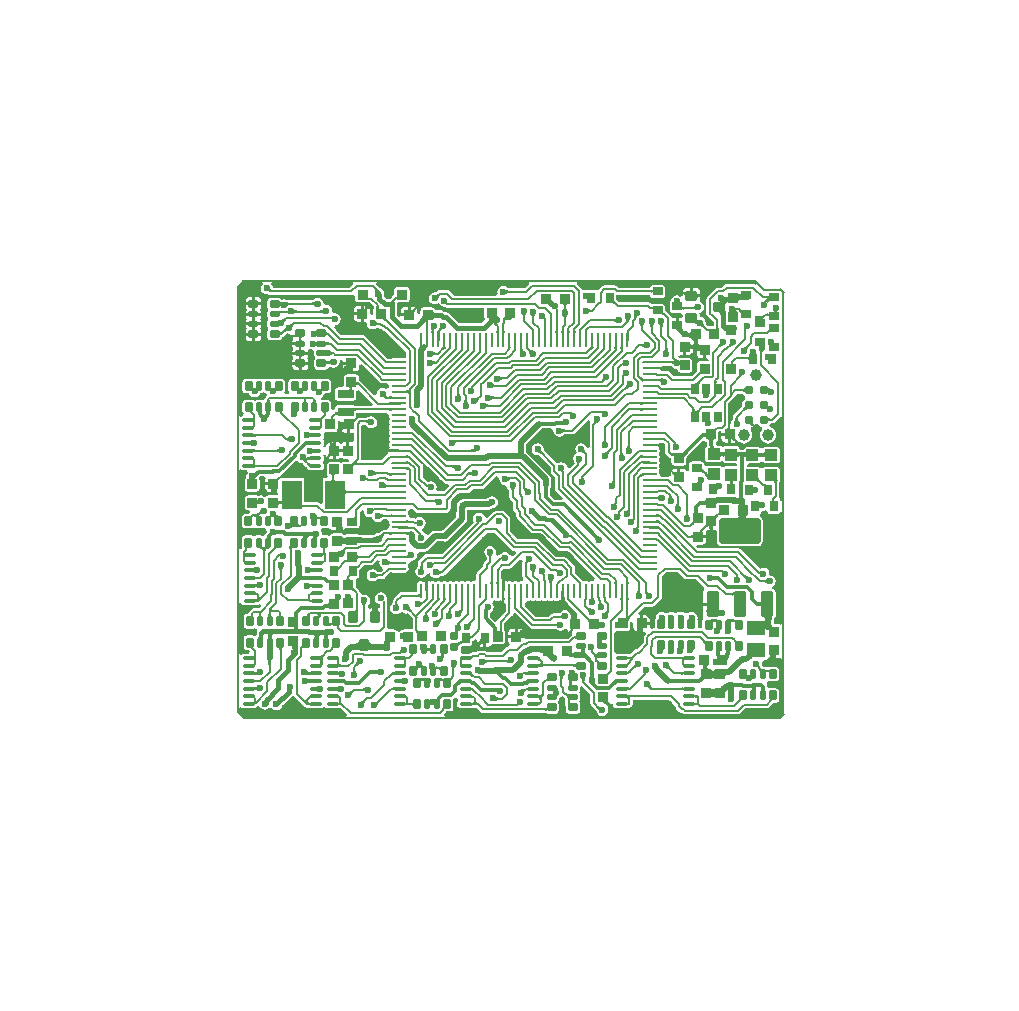
<source format=gtl>
G04*
G04 #@! TF.GenerationSoftware,Altium Limited,Altium Designer,20.2.7 (254)*
G04*
G04 Layer_Physical_Order=1*
G04 Layer_Color=255*
%FSLAX25Y25*%
%MOIN*%
G70*
G04*
G04 #@! TF.SameCoordinates,19844321-3957-4ED6-82F6-54ECAC95F20B*
G04*
G04*
G04 #@! TF.FilePolarity,Positive*
G04*
G01*
G75*
%ADD12C,0.00984*%
%ADD13C,0.00787*%
G04:AMPARAMS|DCode=17|XSize=23.62mil|YSize=35.43mil|CornerRadius=2.36mil|HoleSize=0mil|Usage=FLASHONLY|Rotation=180.000|XOffset=0mil|YOffset=0mil|HoleType=Round|Shape=RoundedRectangle|*
%AMROUNDEDRECTD17*
21,1,0.02362,0.03071,0,0,180.0*
21,1,0.01890,0.03543,0,0,180.0*
1,1,0.00472,-0.00945,0.01535*
1,1,0.00472,0.00945,0.01535*
1,1,0.00472,0.00945,-0.01535*
1,1,0.00472,-0.00945,-0.01535*
%
%ADD17ROUNDEDRECTD17*%
G04:AMPARAMS|DCode=18|XSize=33.47mil|YSize=33.47mil|CornerRadius=3.35mil|HoleSize=0mil|Usage=FLASHONLY|Rotation=180.000|XOffset=0mil|YOffset=0mil|HoleType=Round|Shape=RoundedRectangle|*
%AMROUNDEDRECTD18*
21,1,0.03347,0.02677,0,0,180.0*
21,1,0.02677,0.03347,0,0,180.0*
1,1,0.00669,-0.01339,0.01339*
1,1,0.00669,0.01339,0.01339*
1,1,0.00669,0.01339,-0.01339*
1,1,0.00669,-0.01339,-0.01339*
%
%ADD18ROUNDEDRECTD18*%
G04:AMPARAMS|DCode=19|XSize=27.56mil|YSize=36.22mil|CornerRadius=2.76mil|HoleSize=0mil|Usage=FLASHONLY|Rotation=270.000|XOffset=0mil|YOffset=0mil|HoleType=Round|Shape=RoundedRectangle|*
%AMROUNDEDRECTD19*
21,1,0.02756,0.03071,0,0,270.0*
21,1,0.02205,0.03622,0,0,270.0*
1,1,0.00551,-0.01535,-0.01102*
1,1,0.00551,-0.01535,0.01102*
1,1,0.00551,0.01535,0.01102*
1,1,0.00551,0.01535,-0.01102*
%
%ADD19ROUNDEDRECTD19*%
%ADD20O,0.05118X0.00866*%
%ADD21O,0.00866X0.05118*%
G04:AMPARAMS|DCode=22|XSize=27.56mil|YSize=23.62mil|CornerRadius=2.36mil|HoleSize=0mil|Usage=FLASHONLY|Rotation=180.000|XOffset=0mil|YOffset=0mil|HoleType=Round|Shape=RoundedRectangle|*
%AMROUNDEDRECTD22*
21,1,0.02756,0.01890,0,0,180.0*
21,1,0.02284,0.02362,0,0,180.0*
1,1,0.00472,-0.01142,0.00945*
1,1,0.00472,0.01142,0.00945*
1,1,0.00472,0.01142,-0.00945*
1,1,0.00472,-0.01142,-0.00945*
%
%ADD22ROUNDEDRECTD22*%
G04:AMPARAMS|DCode=23|XSize=137.8mil|YSize=84.65mil|CornerRadius=8.47mil|HoleSize=0mil|Usage=FLASHONLY|Rotation=0.000|XOffset=0mil|YOffset=0mil|HoleType=Round|Shape=RoundedRectangle|*
%AMROUNDEDRECTD23*
21,1,0.13780,0.06772,0,0,0.0*
21,1,0.12087,0.08465,0,0,0.0*
1,1,0.01693,0.06043,-0.03386*
1,1,0.01693,-0.06043,-0.03386*
1,1,0.01693,-0.06043,0.03386*
1,1,0.01693,0.06043,0.03386*
%
%ADD23ROUNDEDRECTD23*%
G04:AMPARAMS|DCode=24|XSize=43.31mil|YSize=84.65mil|CornerRadius=4.33mil|HoleSize=0mil|Usage=FLASHONLY|Rotation=0.000|XOffset=0mil|YOffset=0mil|HoleType=Round|Shape=RoundedRectangle|*
%AMROUNDEDRECTD24*
21,1,0.04331,0.07598,0,0,0.0*
21,1,0.03465,0.08465,0,0,0.0*
1,1,0.00866,0.01732,-0.03799*
1,1,0.00866,-0.01732,-0.03799*
1,1,0.00866,-0.01732,0.03799*
1,1,0.00866,0.01732,0.03799*
%
%ADD24ROUNDEDRECTD24*%
G04:AMPARAMS|DCode=25|XSize=43.31mil|YSize=84.65mil|CornerRadius=4.33mil|HoleSize=0mil|Usage=FLASHONLY|Rotation=0.000|XOffset=0mil|YOffset=0mil|HoleType=Round|Shape=RoundedRectangle|*
%AMROUNDEDRECTD25*
21,1,0.04331,0.07599,0,0,0.0*
21,1,0.03465,0.08465,0,0,0.0*
1,1,0.00866,0.01732,-0.03799*
1,1,0.00866,-0.01732,-0.03799*
1,1,0.00866,-0.01732,0.03799*
1,1,0.00866,0.01732,0.03799*
%
%ADD25ROUNDEDRECTD25*%
%ADD26O,0.04331X0.01181*%
G04:AMPARAMS|DCode=27|XSize=33.47mil|YSize=33.47mil|CornerRadius=3.35mil|HoleSize=0mil|Usage=FLASHONLY|Rotation=270.000|XOffset=0mil|YOffset=0mil|HoleType=Round|Shape=RoundedRectangle|*
%AMROUNDEDRECTD27*
21,1,0.03347,0.02677,0,0,270.0*
21,1,0.02677,0.03347,0,0,270.0*
1,1,0.00669,-0.01339,-0.01339*
1,1,0.00669,-0.01339,0.01339*
1,1,0.00669,0.01339,0.01339*
1,1,0.00669,0.01339,-0.01339*
%
%ADD27ROUNDEDRECTD27*%
G04:AMPARAMS|DCode=28|XSize=39.37mil|YSize=43.31mil|CornerRadius=3.94mil|HoleSize=0mil|Usage=FLASHONLY|Rotation=270.000|XOffset=0mil|YOffset=0mil|HoleType=Round|Shape=RoundedRectangle|*
%AMROUNDEDRECTD28*
21,1,0.03937,0.03543,0,0,270.0*
21,1,0.03150,0.04331,0,0,270.0*
1,1,0.00787,-0.01772,-0.01575*
1,1,0.00787,-0.01772,0.01575*
1,1,0.00787,0.01772,0.01575*
1,1,0.00787,0.01772,-0.01575*
%
%ADD28ROUNDEDRECTD28*%
%ADD29R,0.05906X0.05118*%
G04:AMPARAMS|DCode=30|XSize=27.56mil|YSize=36.22mil|CornerRadius=2.76mil|HoleSize=0mil|Usage=FLASHONLY|Rotation=180.000|XOffset=0mil|YOffset=0mil|HoleType=Round|Shape=RoundedRectangle|*
%AMROUNDEDRECTD30*
21,1,0.02756,0.03071,0,0,180.0*
21,1,0.02205,0.03622,0,0,180.0*
1,1,0.00551,-0.01102,0.01535*
1,1,0.00551,0.01102,0.01535*
1,1,0.00551,0.01102,-0.01535*
1,1,0.00551,-0.01102,-0.01535*
%
%ADD30ROUNDEDRECTD30*%
G04:AMPARAMS|DCode=31|XSize=35.43mil|YSize=37.4mil|CornerRadius=3.54mil|HoleSize=0mil|Usage=FLASHONLY|Rotation=270.000|XOffset=0mil|YOffset=0mil|HoleType=Round|Shape=RoundedRectangle|*
%AMROUNDEDRECTD31*
21,1,0.03543,0.03032,0,0,270.0*
21,1,0.02835,0.03740,0,0,270.0*
1,1,0.00709,-0.01516,-0.01417*
1,1,0.00709,-0.01516,0.01417*
1,1,0.00709,0.01516,0.01417*
1,1,0.00709,0.01516,-0.01417*
%
%ADD31ROUNDEDRECTD31*%
G04:AMPARAMS|DCode=32|XSize=35.43mil|YSize=37.4mil|CornerRadius=3.54mil|HoleSize=0mil|Usage=FLASHONLY|Rotation=270.000|XOffset=0mil|YOffset=0mil|HoleType=Round|Shape=RoundedRectangle|*
%AMROUNDEDRECTD32*
21,1,0.03543,0.03032,0,0,270.0*
21,1,0.02835,0.03740,0,0,270.0*
1,1,0.00709,-0.01516,-0.01417*
1,1,0.00709,-0.01516,0.01417*
1,1,0.00709,0.01516,0.01417*
1,1,0.00709,0.01516,-0.01417*
%
%ADD32ROUNDEDRECTD32*%
%ADD33R,0.06693X0.09449*%
G04:AMPARAMS|DCode=34|XSize=25.59mil|YSize=31.5mil|CornerRadius=2.56mil|HoleSize=0mil|Usage=FLASHONLY|Rotation=0.000|XOffset=0mil|YOffset=0mil|HoleType=Round|Shape=RoundedRectangle|*
%AMROUNDEDRECTD34*
21,1,0.02559,0.02638,0,0,0.0*
21,1,0.02047,0.03150,0,0,0.0*
1,1,0.00512,0.01024,-0.01319*
1,1,0.00512,-0.01024,-0.01319*
1,1,0.00512,-0.01024,0.01319*
1,1,0.00512,0.01024,0.01319*
%
%ADD34ROUNDEDRECTD34*%
G04:AMPARAMS|DCode=35|XSize=17.72mil|YSize=31.5mil|CornerRadius=1.77mil|HoleSize=0mil|Usage=FLASHONLY|Rotation=0.000|XOffset=0mil|YOffset=0mil|HoleType=Round|Shape=RoundedRectangle|*
%AMROUNDEDRECTD35*
21,1,0.01772,0.02795,0,0,0.0*
21,1,0.01417,0.03150,0,0,0.0*
1,1,0.00354,0.00709,-0.01398*
1,1,0.00354,-0.00709,-0.01398*
1,1,0.00354,-0.00709,0.01398*
1,1,0.00354,0.00709,0.01398*
%
%ADD35ROUNDEDRECTD35*%
G04:AMPARAMS|DCode=36|XSize=35.83mil|YSize=33.47mil|CornerRadius=3.35mil|HoleSize=0mil|Usage=FLASHONLY|Rotation=270.000|XOffset=0mil|YOffset=0mil|HoleType=Round|Shape=RoundedRectangle|*
%AMROUNDEDRECTD36*
21,1,0.03583,0.02677,0,0,270.0*
21,1,0.02913,0.03347,0,0,270.0*
1,1,0.00669,-0.01339,-0.01457*
1,1,0.00669,-0.01339,0.01457*
1,1,0.00669,0.01339,0.01457*
1,1,0.00669,0.01339,-0.01457*
%
%ADD36ROUNDEDRECTD36*%
G04:AMPARAMS|DCode=37|XSize=35.43mil|YSize=37.4mil|CornerRadius=3.54mil|HoleSize=0mil|Usage=FLASHONLY|Rotation=180.000|XOffset=0mil|YOffset=0mil|HoleType=Round|Shape=RoundedRectangle|*
%AMROUNDEDRECTD37*
21,1,0.03543,0.03032,0,0,180.0*
21,1,0.02835,0.03740,0,0,180.0*
1,1,0.00709,-0.01417,0.01516*
1,1,0.00709,0.01417,0.01516*
1,1,0.00709,0.01417,-0.01516*
1,1,0.00709,-0.01417,-0.01516*
%
%ADD37ROUNDEDRECTD37*%
G04:AMPARAMS|DCode=38|XSize=35.43mil|YSize=37.4mil|CornerRadius=3.54mil|HoleSize=0mil|Usage=FLASHONLY|Rotation=180.000|XOffset=0mil|YOffset=0mil|HoleType=Round|Shape=RoundedRectangle|*
%AMROUNDEDRECTD38*
21,1,0.03543,0.03032,0,0,180.0*
21,1,0.02835,0.03740,0,0,180.0*
1,1,0.00709,-0.01417,0.01516*
1,1,0.00709,0.01417,0.01516*
1,1,0.00709,0.01417,-0.01516*
1,1,0.00709,-0.01417,-0.01516*
%
%ADD38ROUNDEDRECTD38*%
G04:AMPARAMS|DCode=39|XSize=25.59mil|YSize=31.5mil|CornerRadius=2.56mil|HoleSize=0mil|Usage=FLASHONLY|Rotation=270.000|XOffset=0mil|YOffset=0mil|HoleType=Round|Shape=RoundedRectangle|*
%AMROUNDEDRECTD39*
21,1,0.02559,0.02638,0,0,270.0*
21,1,0.02047,0.03150,0,0,270.0*
1,1,0.00512,-0.01319,-0.01024*
1,1,0.00512,-0.01319,0.01024*
1,1,0.00512,0.01319,0.01024*
1,1,0.00512,0.01319,-0.01024*
%
%ADD39ROUNDEDRECTD39*%
G04:AMPARAMS|DCode=40|XSize=17.72mil|YSize=31.5mil|CornerRadius=1.77mil|HoleSize=0mil|Usage=FLASHONLY|Rotation=270.000|XOffset=0mil|YOffset=0mil|HoleType=Round|Shape=RoundedRectangle|*
%AMROUNDEDRECTD40*
21,1,0.01772,0.02795,0,0,270.0*
21,1,0.01417,0.03150,0,0,270.0*
1,1,0.00354,-0.01398,-0.00709*
1,1,0.00354,-0.01398,0.00709*
1,1,0.00354,0.01398,0.00709*
1,1,0.00354,0.01398,-0.00709*
%
%ADD40ROUNDEDRECTD40*%
G04:AMPARAMS|DCode=41|XSize=27.56mil|YSize=55.12mil|CornerRadius=2.76mil|HoleSize=0mil|Usage=FLASHONLY|Rotation=270.000|XOffset=0mil|YOffset=0mil|HoleType=Round|Shape=RoundedRectangle|*
%AMROUNDEDRECTD41*
21,1,0.02756,0.04961,0,0,270.0*
21,1,0.02205,0.05512,0,0,270.0*
1,1,0.00551,-0.02480,-0.01102*
1,1,0.00551,-0.02480,0.01102*
1,1,0.00551,0.02480,0.01102*
1,1,0.00551,0.02480,-0.01102*
%
%ADD41ROUNDEDRECTD41*%
G04:AMPARAMS|DCode=42|XSize=35.83mil|YSize=33.47mil|CornerRadius=3.35mil|HoleSize=0mil|Usage=FLASHONLY|Rotation=180.000|XOffset=0mil|YOffset=0mil|HoleType=Round|Shape=RoundedRectangle|*
%AMROUNDEDRECTD42*
21,1,0.03583,0.02677,0,0,180.0*
21,1,0.02913,0.03347,0,0,180.0*
1,1,0.00669,-0.01457,0.01339*
1,1,0.00669,0.01457,0.01339*
1,1,0.00669,0.01457,-0.01339*
1,1,0.00669,-0.01457,-0.01339*
%
%ADD42ROUNDEDRECTD42*%
G04:AMPARAMS|DCode=72|XSize=7.87mil|YSize=37.01mil|CornerRadius=3.94mil|HoleSize=0mil|Usage=FLASHONLY|Rotation=225.000|XOffset=0mil|YOffset=0mil|HoleType=Round|Shape=RoundedRectangle|*
%AMROUNDEDRECTD72*
21,1,0.00787,0.02913,0,0,225.0*
21,1,0.00000,0.03701,0,0,225.0*
1,1,0.00787,-0.01030,0.01030*
1,1,0.00787,-0.01030,0.01030*
1,1,0.00787,0.01030,-0.01030*
1,1,0.00787,0.01030,-0.01030*
%
%ADD72ROUNDEDRECTD72*%
G04:AMPARAMS|DCode=73|XSize=7.87mil|YSize=22.84mil|CornerRadius=3.94mil|HoleSize=0mil|Usage=FLASHONLY|Rotation=135.000|XOffset=0mil|YOffset=0mil|HoleType=Round|Shape=RoundedRectangle|*
%AMROUNDEDRECTD73*
21,1,0.00787,0.01496,0,0,135.0*
21,1,0.00000,0.02284,0,0,135.0*
1,1,0.00787,0.00529,0.00529*
1,1,0.00787,0.00529,0.00529*
1,1,0.00787,-0.00529,-0.00529*
1,1,0.00787,-0.00529,-0.00529*
%
%ADD73ROUNDEDRECTD73*%
G04:AMPARAMS|DCode=74|XSize=7.87mil|YSize=21.65mil|CornerRadius=3.94mil|HoleSize=0mil|Usage=FLASHONLY|Rotation=45.000|XOffset=0mil|YOffset=0mil|HoleType=Round|Shape=RoundedRectangle|*
%AMROUNDEDRECTD74*
21,1,0.00787,0.01378,0,0,45.0*
21,1,0.00000,0.02165,0,0,45.0*
1,1,0.00787,0.00487,-0.00487*
1,1,0.00787,0.00487,-0.00487*
1,1,0.00787,-0.00487,0.00487*
1,1,0.00787,-0.00487,0.00487*
%
%ADD74ROUNDEDRECTD74*%
G04:AMPARAMS|DCode=75|XSize=7.87mil|YSize=47.24mil|CornerRadius=3.94mil|HoleSize=0mil|Usage=FLASHONLY|Rotation=45.000|XOffset=0mil|YOffset=0mil|HoleType=Round|Shape=RoundedRectangle|*
%AMROUNDEDRECTD75*
21,1,0.00787,0.03937,0,0,45.0*
21,1,0.00000,0.04724,0,0,45.0*
1,1,0.00787,0.01392,-0.01392*
1,1,0.00787,0.01392,-0.01392*
1,1,0.00787,-0.01392,0.01392*
1,1,0.00787,-0.01392,0.01392*
%
%ADD75ROUNDEDRECTD75*%
G04:AMPARAMS|DCode=76|XSize=7.87mil|YSize=62.99mil|CornerRadius=3.94mil|HoleSize=0mil|Usage=FLASHONLY|Rotation=270.000|XOffset=0mil|YOffset=0mil|HoleType=Round|Shape=RoundedRectangle|*
%AMROUNDEDRECTD76*
21,1,0.00787,0.05512,0,0,270.0*
21,1,0.00000,0.06299,0,0,270.0*
1,1,0.00787,-0.02756,0.00000*
1,1,0.00787,-0.02756,0.00000*
1,1,0.00787,0.02756,0.00000*
1,1,0.00787,0.02756,0.00000*
%
%ADD76ROUNDEDRECTD76*%
G04:AMPARAMS|DCode=77|XSize=7.87mil|YSize=31.5mil|CornerRadius=3.94mil|HoleSize=0mil|Usage=FLASHONLY|Rotation=315.000|XOffset=0mil|YOffset=0mil|HoleType=Round|Shape=RoundedRectangle|*
%AMROUNDEDRECTD77*
21,1,0.00787,0.02362,0,0,315.0*
21,1,0.00000,0.03150,0,0,315.0*
1,1,0.00787,-0.00835,-0.00835*
1,1,0.00787,-0.00835,-0.00835*
1,1,0.00787,0.00835,0.00835*
1,1,0.00787,0.00835,0.00835*
%
%ADD77ROUNDEDRECTD77*%
G04:AMPARAMS|DCode=78|XSize=7.87mil|YSize=1712.6mil|CornerRadius=3.94mil|HoleSize=0mil|Usage=FLASHONLY|Rotation=270.000|XOffset=0mil|YOffset=0mil|HoleType=Round|Shape=RoundedRectangle|*
%AMROUNDEDRECTD78*
21,1,0.00787,1.70472,0,0,270.0*
21,1,0.00000,1.71260,0,0,270.0*
1,1,0.00787,-0.85236,0.00000*
1,1,0.00787,-0.85236,0.00000*
1,1,0.00787,0.85236,0.00000*
1,1,0.00787,0.85236,0.00000*
%
%ADD78ROUNDEDRECTD78*%
G04:AMPARAMS|DCode=79|XSize=7.87mil|YSize=1413.39mil|CornerRadius=3.94mil|HoleSize=0mil|Usage=FLASHONLY|Rotation=180.000|XOffset=0mil|YOffset=0mil|HoleType=Round|Shape=RoundedRectangle|*
%AMROUNDEDRECTD79*
21,1,0.00787,1.40551,0,0,180.0*
21,1,0.00000,1.41339,0,0,180.0*
1,1,0.00787,0.00000,0.70276*
1,1,0.00787,0.00000,0.70276*
1,1,0.00787,0.00000,-0.70276*
1,1,0.00787,0.00000,-0.70276*
%
%ADD79ROUNDEDRECTD79*%
G04:AMPARAMS|DCode=80|XSize=7.87mil|YSize=1795.28mil|CornerRadius=3.94mil|HoleSize=0mil|Usage=FLASHONLY|Rotation=270.000|XOffset=0mil|YOffset=0mil|HoleType=Round|Shape=RoundedRectangle|*
%AMROUNDEDRECTD80*
21,1,0.00787,1.78740,0,0,270.0*
21,1,0.00000,1.79528,0,0,270.0*
1,1,0.00787,-0.89370,0.00000*
1,1,0.00787,-0.89370,0.00000*
1,1,0.00787,0.89370,0.00000*
1,1,0.00787,0.89370,0.00000*
%
%ADD80ROUNDEDRECTD80*%
G04:AMPARAMS|DCode=81|XSize=7.87mil|YSize=1424.8mil|CornerRadius=3.94mil|HoleSize=0mil|Usage=FLASHONLY|Rotation=180.000|XOffset=0mil|YOffset=0mil|HoleType=Round|Shape=RoundedRectangle|*
%AMROUNDEDRECTD81*
21,1,0.00787,1.41693,0,0,180.0*
21,1,0.00000,1.42480,0,0,180.0*
1,1,0.00787,0.00000,0.70847*
1,1,0.00787,0.00000,0.70847*
1,1,0.00787,0.00000,-0.70847*
1,1,0.00787,0.00000,-0.70847*
%
%ADD81ROUNDEDRECTD81*%
G04:AMPARAMS|DCode=82|XSize=9.84mil|YSize=27.56mil|CornerRadius=4.92mil|HoleSize=0mil|Usage=FLASHONLY|Rotation=180.000|XOffset=0mil|YOffset=0mil|HoleType=Round|Shape=RoundedRectangle|*
%AMROUNDEDRECTD82*
21,1,0.00984,0.01772,0,0,180.0*
21,1,0.00000,0.02756,0,0,180.0*
1,1,0.00984,0.00000,0.00886*
1,1,0.00984,0.00000,0.00886*
1,1,0.00984,0.00000,-0.00886*
1,1,0.00984,0.00000,-0.00886*
%
%ADD82ROUNDEDRECTD82*%
%ADD83R,0.01968X0.01968*%
%ADD84C,0.03100*%
%ADD85C,0.01968*%
%ADD86C,0.01575*%
%ADD87C,0.01181*%
%ADD88C,0.03900*%
%ADD89C,0.02362*%
G36*
X173708Y145615D02*
X173206Y145003D01*
X172902Y145207D01*
X172441Y145299D01*
X172441Y145299D01*
X163681D01*
X163220Y145207D01*
X162830Y144946D01*
X162001Y144118D01*
X160636D01*
X160636Y144118D01*
X160175Y144026D01*
X159784Y143765D01*
X157200Y141180D01*
X156939Y140790D01*
X156847Y140329D01*
X156847Y140329D01*
Y135447D01*
X156847Y135447D01*
X156939Y134986D01*
X157200Y134595D01*
X157755Y134040D01*
X158051Y133842D01*
X158099Y133794D01*
X158396Y133596D01*
X159229Y132763D01*
Y131223D01*
X158333D01*
X158327Y131224D01*
X158327Y131224D01*
X157493D01*
X156671Y132045D01*
X156651Y132077D01*
X156632Y132111D01*
X156617Y132146D01*
X156603Y132186D01*
X156592Y132230D01*
X156583Y132281D01*
X156580Y132320D01*
X156599Y132416D01*
X156446Y133184D01*
X156011Y133835D01*
X155360Y134271D01*
X154592Y134423D01*
X154530Y134474D01*
Y135276D01*
X154451Y135674D01*
X154804Y135744D01*
X155455Y136179D01*
X155890Y136830D01*
X156043Y137598D01*
X155890Y138366D01*
X155455Y139018D01*
X154804Y139453D01*
X154660Y139481D01*
X154747Y139921D01*
Y140839D01*
X153890D01*
X153831Y140803D01*
X153775Y140752D01*
X153735Y140693D01*
X153711Y140626D01*
X153703Y140551D01*
Y140839D01*
X151850D01*
Y141339D01*
X151350D01*
Y144137D01*
X150335D01*
X149806Y144032D01*
X149358Y143732D01*
X149059Y143284D01*
X148954Y142756D01*
Y141470D01*
X148840Y141376D01*
X148166Y141121D01*
X147717Y141421D01*
X146949Y141574D01*
X146181Y141421D01*
X145530Y140986D01*
X145095Y140335D01*
X145002Y139868D01*
X144844Y139763D01*
X144609Y139411D01*
X144526Y138996D01*
Y136792D01*
X144609Y136377D01*
X144844Y136025D01*
X145195Y135790D01*
X145610Y135708D01*
X148454D01*
X148845Y135472D01*
X149171Y135002D01*
Y134582D01*
X148550Y133997D01*
X147646D01*
Y131594D01*
X146646D01*
Y133997D01*
X146035D01*
X145610Y133997D01*
X145562Y133993D01*
X145299Y133969D01*
X145207Y134430D01*
X144946Y134821D01*
X144946Y134821D01*
X143661Y136106D01*
X143270Y136367D01*
X143144Y136392D01*
Y137717D01*
X143061Y138131D01*
X142826Y138483D01*
X142475Y138718D01*
X142060Y138801D01*
X138989D01*
X138575Y138718D01*
X138516Y138679D01*
X138352Y138844D01*
X137961Y139105D01*
X137500Y139196D01*
X137500Y139196D01*
X127813D01*
X126900Y140110D01*
X126854Y140162D01*
X126784Y140251D01*
X126745Y140309D01*
Y141499D01*
X127001Y141709D01*
X127001Y141709D01*
X137926D01*
X137988Y141396D01*
X138223Y141045D01*
X138575Y140810D01*
X138989Y140727D01*
X142060D01*
X142475Y140810D01*
X142826Y141045D01*
X143061Y141396D01*
X143144Y141811D01*
Y144016D01*
X143061Y144431D01*
X142826Y144782D01*
X142475Y145017D01*
X142060Y145100D01*
X138989D01*
X138575Y145017D01*
X138223Y144782D01*
X137988Y144431D01*
X137926Y144118D01*
X127499D01*
X127116Y144501D01*
X126725Y144762D01*
X126265Y144854D01*
X126265Y144854D01*
X122853D01*
X122853Y144854D01*
X122392Y144762D01*
X122002Y144501D01*
X120829Y143328D01*
X120604Y143210D01*
X119783Y143190D01*
X119776Y143194D01*
X119362Y143277D01*
X117157D01*
X117069Y143259D01*
X116634Y143346D01*
X115866Y143193D01*
X115834Y143211D01*
X115225Y143711D01*
X115123Y143863D01*
X115123Y143863D01*
X113579Y145407D01*
X113696Y145912D01*
X113882Y146195D01*
X173064Y146260D01*
X173708Y145615D01*
D02*
G37*
G36*
X39176Y145326D02*
X37968Y144118D01*
X12298D01*
X12189Y144666D01*
X11768Y145296D01*
X11792Y145426D01*
X12024Y146084D01*
X38878Y146113D01*
X39176Y145326D01*
D02*
G37*
G36*
X97538Y145964D02*
X97689Y145390D01*
X96220Y143921D01*
X90908D01*
X90871Y143928D01*
X90835Y143939D01*
X90799Y143953D01*
X90762Y143972D01*
X90723Y143995D01*
X90681Y144025D01*
X90649Y144051D01*
X90592Y144136D01*
X89941Y144571D01*
X89173Y144724D01*
X88405Y144571D01*
X87754Y144136D01*
X87319Y143485D01*
X87166Y142717D01*
X87260Y142248D01*
X86770Y141460D01*
X72693D01*
X72603Y141594D01*
X72603Y141594D01*
X71220Y142978D01*
X70829Y143239D01*
X70368Y143330D01*
X70368Y143330D01*
X67913D01*
X67453Y143239D01*
X67062Y142978D01*
X67062Y142977D01*
X66714Y142629D01*
X66682Y142609D01*
X66649Y142590D01*
X66614Y142575D01*
X66574Y142562D01*
X66530Y142551D01*
X66480Y142542D01*
X66438Y142538D01*
X66339Y142558D01*
X65570Y142405D01*
X64919Y141970D01*
X64484Y141319D01*
X64332Y140551D01*
X64484Y139783D01*
X64919Y139132D01*
X65570Y138697D01*
X66339Y138544D01*
X67107Y138697D01*
X67541Y138987D01*
X67971Y138345D01*
X68622Y137909D01*
X69390Y137757D01*
X69652Y137809D01*
X70012Y137568D01*
X70473Y137477D01*
X82537D01*
X82793Y137165D01*
Y134488D01*
X82880Y134050D01*
X83128Y133679D01*
X83137Y133591D01*
X81959Y132413D01*
X74247D01*
X71273Y135387D01*
X70752Y135735D01*
X70138Y135858D01*
X70137Y135858D01*
X69652D01*
X69434Y136076D01*
X68913Y136424D01*
X68299Y136547D01*
X68299Y136547D01*
X66813D01*
X66690Y136557D01*
X66513Y136585D01*
X66386Y136618D01*
X66371Y136624D01*
X66333Y136816D01*
X66085Y137187D01*
X65714Y137435D01*
X65276Y137522D01*
X62599D01*
X62161Y137435D01*
X61790Y137187D01*
X61542Y136816D01*
X61454Y136378D01*
Y135370D01*
X61203Y135171D01*
X60416Y135552D01*
Y136378D01*
X60312Y136899D01*
X60017Y137340D01*
X59576Y137635D01*
X59055Y137739D01*
X58217D01*
Y135039D01*
X57717D01*
Y134539D01*
X54546D01*
X54230Y134408D01*
X53535Y135103D01*
Y138807D01*
X53706Y138991D01*
X54244Y139348D01*
X56772D01*
X57209Y139435D01*
X57581Y139683D01*
X57829Y140054D01*
X57916Y140492D01*
Y143169D01*
X57829Y143607D01*
X57581Y143978D01*
X57209Y144226D01*
X56772Y144313D01*
X53858D01*
X53421Y144226D01*
X53049Y143978D01*
X52801Y143607D01*
X52714Y143169D01*
Y141708D01*
X52492Y141664D01*
X52101Y141403D01*
X51862Y141045D01*
X51202Y140385D01*
X50213D01*
X49440Y141157D01*
Y141421D01*
X49440Y141421D01*
X49384Y141705D01*
X49448Y142027D01*
X49295Y142796D01*
X48860Y143447D01*
X48209Y143882D01*
X48163Y143891D01*
X47979Y144010D01*
X47939Y144040D01*
X47800Y144159D01*
X46625Y145334D01*
X46910Y146122D01*
X97389Y146177D01*
X97538Y145964D01*
D02*
G37*
G36*
X11473Y143568D02*
X11482Y143552D01*
X11499Y143529D01*
X11522Y143500D01*
X11636Y143375D01*
X11816Y143192D01*
X11259Y142635D01*
X11206Y142687D01*
X11012Y142856D01*
X10987Y142872D01*
X10966Y142881D01*
X10950Y142885D01*
X10939Y142883D01*
X11472Y143577D01*
X11473Y143568D01*
D02*
G37*
G36*
X47195Y143620D02*
X47437Y143413D01*
X47520Y143351D01*
X47776Y143185D01*
X47864Y143137D01*
X47953Y143092D01*
X46405Y142595D01*
X46448Y142685D01*
X46477Y142774D01*
X46493Y142863D01*
X46495Y142952D01*
X46484Y143040D01*
X46460Y143127D01*
X46422Y143214D01*
X46371Y143300D01*
X46306Y143386D01*
X46228Y143471D01*
X47116Y143696D01*
X47195Y143620D01*
D02*
G37*
G36*
X138733Y142126D02*
X138725Y142201D01*
X138700Y142268D01*
X138661Y142327D01*
X138605Y142378D01*
X138533Y142421D01*
X138445Y142457D01*
X138341Y142484D01*
X138221Y142504D01*
X138085Y142516D01*
X137933Y142520D01*
Y143307D01*
X138085Y143311D01*
X138221Y143323D01*
X138341Y143343D01*
X138445Y143370D01*
X138533Y143406D01*
X138605Y143449D01*
X138661Y143500D01*
X138700Y143559D01*
X138725Y143626D01*
X138733Y143701D01*
Y142126D01*
D02*
G37*
G36*
X90103Y143461D02*
X90192Y143387D01*
X90283Y143322D01*
X90377Y143266D01*
X90474Y143219D01*
X90573Y143180D01*
X90675Y143149D01*
X90779Y143128D01*
X90886Y143115D01*
X90995Y143110D01*
Y142323D01*
X90886Y142318D01*
X90779Y142306D01*
X90675Y142284D01*
X90573Y142253D01*
X90474Y142215D01*
X90377Y142167D01*
X90283Y142111D01*
X90192Y142046D01*
X90103Y141972D01*
X90017Y141890D01*
Y143543D01*
X90103Y143461D01*
D02*
G37*
G36*
X168436Y141733D02*
X168643Y141718D01*
X168892Y141712D01*
Y140138D01*
X168586Y140130D01*
X168313Y140106D01*
X168072Y140067D01*
X167864Y140012D01*
X167688Y139942D01*
X167546Y139855D01*
X167436Y139753D01*
X167358Y139635D01*
X167314Y139502D01*
X167302Y139353D01*
X167280Y140141D01*
X166798Y140138D01*
Y141712D01*
X167109Y141720D01*
X167236Y141731D01*
X167221Y142280D01*
X167306Y142172D01*
X167409Y142076D01*
X167531Y141990D01*
X167670Y141917D01*
X167828Y141854D01*
X167857Y141846D01*
X168015Y141909D01*
X168156Y141996D01*
X168264Y142098D01*
X168338Y142217D01*
X168378Y142350D01*
X168385Y142500D01*
X168436Y141733D01*
D02*
G37*
G36*
X149998Y141437D02*
X149994Y141512D01*
X149973Y141579D01*
X149935Y141638D01*
X149881Y141689D01*
X149809Y141732D01*
X149721Y141768D01*
X149616Y141795D01*
X149493Y141815D01*
X149354Y141827D01*
X149198Y141831D01*
Y142618D01*
X149321Y142622D01*
X149436Y142633D01*
X149544Y142653D01*
X149644Y142680D01*
X149737Y142714D01*
X149822Y142756D01*
X149900Y142806D01*
X149970Y142864D01*
X150033Y142929D01*
X150088Y143003D01*
X149998Y141437D01*
D02*
G37*
G36*
X67905Y141561D02*
X67831Y141481D01*
X67765Y141396D01*
X67706Y141307D01*
X67656Y141213D01*
X67613Y141116D01*
X67578Y141014D01*
X67552Y140908D01*
X67533Y140797D01*
X67522Y140682D01*
X67520Y140563D01*
X66350Y141732D01*
X66470Y141735D01*
X66584Y141746D01*
X66695Y141764D01*
X66801Y141791D01*
X66903Y141826D01*
X67001Y141868D01*
X67094Y141919D01*
X67183Y141977D01*
X67268Y142044D01*
X67349Y142118D01*
X67905Y141561D01*
D02*
G37*
G36*
X117694Y141870D02*
X117741Y141804D01*
X117871Y141643D01*
X118152Y141331D01*
X118538Y140936D01*
X117981Y140379D01*
X117922Y140432D01*
X117863Y140474D01*
X117804Y140506D01*
X117744Y140526D01*
X117683Y140536D01*
X117623Y140535D01*
X117562Y140522D01*
X117501Y140499D01*
X117439Y140465D01*
X117377Y140420D01*
X117658Y141927D01*
X117694Y141870D01*
D02*
G37*
G36*
X53732Y140188D02*
X53733Y140182D01*
X53716Y140177D01*
X53681Y140173D01*
X53630Y140169D01*
X53109Y140158D01*
X52953Y140157D01*
Y140945D01*
X53071Y140947D01*
X53269Y140961D01*
X53347Y140974D01*
X53413Y140991D01*
X53465Y141011D01*
X53504Y141034D01*
X53530Y141062D01*
X53542Y141093D01*
X53541Y141128D01*
X53732Y140188D01*
D02*
G37*
G36*
X177440Y141259D02*
X177442Y141274D01*
X177440Y141376D01*
X177594Y139496D01*
X177546Y139519D01*
X177493Y139530D01*
X177435Y139528D01*
X177371Y139514D01*
X177307Y139488D01*
X177294Y139459D01*
X177265Y139367D01*
X177247Y139272D01*
X177242Y139175D01*
X177248Y139076D01*
X177267Y138975D01*
X177297Y138871D01*
X175817Y139608D01*
X175933Y139648D01*
X176151Y139738D01*
X176253Y139789D01*
X176444Y139900D01*
X176533Y139961D01*
X176697Y140092D01*
X176772Y140163D01*
X176872Y140116D01*
X176871Y140263D01*
X176987Y140384D01*
X177086Y140506D01*
X177048Y140516D01*
X176928Y140535D01*
X176793Y140547D01*
X176641Y140551D01*
Y141339D01*
X176793Y141342D01*
X176928Y141354D01*
X177048Y141374D01*
X177152Y141402D01*
X177240Y141437D01*
X177312Y141480D01*
X177368Y141531D01*
X177408Y141590D01*
X177432Y141657D01*
X177440Y141732D01*
Y141259D01*
D02*
G37*
G36*
X70464Y139263D02*
X70472Y139252D01*
X70486Y139235D01*
X70563Y139151D01*
X70751Y138960D01*
X70194Y138403D01*
X69885Y138691D01*
X70462Y139269D01*
X70464Y139263D01*
D02*
G37*
G36*
X125898Y140407D02*
X125895Y140317D01*
X125909Y140222D01*
X125940Y140119D01*
X125989Y140011D01*
X126054Y139897D01*
X126137Y139776D01*
X126236Y139649D01*
X126353Y139516D01*
X126487Y139377D01*
X126388Y138362D01*
X126215Y138530D01*
X125914Y138787D01*
X125786Y138877D01*
X125673Y138940D01*
X125576Y138978D01*
X125494Y138989D01*
X125428Y138974D01*
X125376Y138933D01*
X125340Y138865D01*
X125918Y140490D01*
X125898Y140407D01*
D02*
G37*
G36*
X26351Y137932D02*
X26273Y138020D01*
X26192Y138098D01*
X26107Y138167D01*
X26019Y138226D01*
X25927Y138277D01*
X25831Y138318D01*
X25731Y138350D01*
X25628Y138373D01*
X25521Y138387D01*
X25410Y138392D01*
X25484Y139179D01*
X25592Y139183D01*
X25699Y139195D01*
X25804Y139215D01*
X25907Y139243D01*
X26010Y139279D01*
X26110Y139323D01*
X26209Y139375D01*
X26306Y139435D01*
X26402Y139503D01*
X26497Y139579D01*
X26351Y137932D01*
D02*
G37*
G36*
X14457Y139498D02*
X14481Y139431D01*
X14521Y139372D01*
X14577Y139321D01*
X14649Y139278D01*
X14737Y139242D01*
X14841Y139215D01*
X14860Y139211D01*
X14985Y139231D01*
X15090Y139254D01*
X15409Y139348D01*
X15516Y139388D01*
X15945Y138972D01*
X16374Y139388D01*
X16481Y139348D01*
X16799Y139254D01*
X16905Y139231D01*
X17115Y139198D01*
X17220Y139188D01*
X17428Y139179D01*
X17830Y138392D01*
X17715Y138387D01*
X17609Y138372D01*
X17511Y138347D01*
X17421Y138312D01*
X17339Y138267D01*
X17266Y138212D01*
X17202Y138148D01*
X17146Y138073D01*
X17098Y137988D01*
X17058Y137893D01*
X15945Y138972D01*
X14831Y137893D01*
X14792Y137988D01*
X14744Y138073D01*
X14688Y138148D01*
X14623Y138212D01*
X14575Y138249D01*
X14521Y138199D01*
X14481Y138140D01*
X14457Y138073D01*
X14449Y137998D01*
Y138320D01*
X14379Y138347D01*
X14281Y138372D01*
X14175Y138387D01*
X14060Y138392D01*
X14449Y139155D01*
Y139573D01*
X14457Y139498D01*
D02*
G37*
G36*
X110417Y138592D02*
X110351Y138568D01*
X110291Y138529D01*
X110240Y138472D01*
X110197Y138401D01*
X110161Y138313D01*
X110134Y138209D01*
X110114Y138089D01*
X110102Y137953D01*
X110099Y137801D01*
X109311D01*
X109307Y137953D01*
X109295Y138089D01*
X109276Y138209D01*
X109248Y138313D01*
X109213Y138401D01*
X109169Y138472D01*
X109118Y138529D01*
X109059Y138568D01*
X108992Y138592D01*
X108917Y138600D01*
X110492D01*
X110417Y138592D01*
D02*
G37*
G36*
X105457Y139398D02*
X105818Y139086D01*
X105867Y139056D01*
X105909Y139036D01*
X105942Y139026D01*
X105968Y139027D01*
X105159Y137585D01*
X104211Y138416D01*
X105361Y139492D01*
X105457Y139398D01*
D02*
G37*
G36*
X47642Y137726D02*
X47653Y137583D01*
X47673Y137457D01*
X47701Y137350D01*
X47736Y137261D01*
X47780Y137190D01*
X47831Y137138D01*
X47890Y137103D01*
X47957Y137087D01*
X48031Y137089D01*
X46645Y136897D01*
X46684Y136962D01*
X46719Y137035D01*
X46750Y137114D01*
X46776Y137200D01*
X46799Y137294D01*
X46817Y137395D01*
X46842Y137617D01*
X46848Y137739D01*
X46850Y137868D01*
X47638Y137888D01*
X47642Y137726D01*
D02*
G37*
G36*
X138733Y136772D02*
X138728Y136801D01*
X138712Y136827D01*
X138685Y136850D01*
X138646Y136871D01*
X138596Y136888D01*
X138534Y136901D01*
X138461Y136912D01*
X138376Y136920D01*
X138172Y136926D01*
Y137714D01*
X138287Y137715D01*
X138560Y137737D01*
X138627Y137750D01*
X138682Y137767D01*
X138725Y137786D01*
X138757Y137808D01*
X138776Y137833D01*
X138783Y137861D01*
X138733Y136772D01*
D02*
G37*
G36*
X59941Y136707D02*
X59784Y136545D01*
X59536Y136253D01*
X59446Y136125D01*
X59378Y136008D01*
X59332Y135902D01*
X59309Y135808D01*
X59308Y135725D01*
X59329Y135654D01*
X59372Y135593D01*
X58271Y136695D01*
X58331Y136652D01*
X58402Y136631D01*
X58485Y136632D01*
X58579Y136655D01*
X58685Y136701D01*
X58802Y136769D01*
X58930Y136859D01*
X59070Y136972D01*
X59384Y137264D01*
X59941Y136707D01*
D02*
G37*
G36*
X153383Y136614D02*
X153279Y136680D01*
X153070Y136790D01*
X152965Y136835D01*
X152861Y136873D01*
X152756Y136904D01*
X152650Y136928D01*
X152545Y136945D01*
X152440Y136955D01*
X152334Y136959D01*
X152155Y137746D01*
X152267Y137751D01*
X152374Y137766D01*
X152476Y137790D01*
X152572Y137824D01*
X152663Y137867D01*
X152749Y137921D01*
X152829Y137984D01*
X152904Y138057D01*
X152974Y138139D01*
X153038Y138231D01*
X153383Y136614D01*
D02*
G37*
G36*
X148943Y138065D02*
X148964Y137998D01*
X149003Y137939D01*
X149057Y137888D01*
X149129Y137845D01*
X149217Y137809D01*
X149322Y137782D01*
X149444Y137762D01*
X149582Y137750D01*
X149737Y137746D01*
Y136959D01*
X149616Y136955D01*
X149502Y136944D01*
X149396Y136926D01*
X149297Y136901D01*
X149207Y136869D01*
X149124Y136830D01*
X149049Y136784D01*
X148982Y136730D01*
X148923Y136669D01*
X148871Y136601D01*
X148938Y138140D01*
X148943Y138065D01*
D02*
G37*
G36*
X166652Y136770D02*
X166663Y136637D01*
X166681Y136521D01*
X166707Y136419D01*
X166740Y136334D01*
X166780Y136264D01*
X166827Y136209D01*
X166882Y136170D01*
X166944Y136146D01*
X167014Y136138D01*
X166599Y136140D01*
X166648Y135585D01*
X165861D01*
X165858Y135643D01*
X165848Y135694D01*
X165832Y135738D01*
X165810Y135774D01*
X165781Y135803D01*
X165746Y135825D01*
X165704Y135840D01*
X165656Y135848D01*
X165602Y135848D01*
X165541Y135842D01*
X165822Y136143D01*
X165493Y136144D01*
X165563Y136151D01*
X165625Y136174D01*
X165681Y136213D01*
X165728Y136267D01*
X165769Y136337D01*
X165802Y136422D01*
X165828Y136522D01*
X165846Y136638D01*
X165857Y136770D01*
X165861Y136917D01*
X166648D01*
X166652Y136770D01*
D02*
G37*
G36*
X110099Y137482D02*
X110102Y137374D01*
X110114Y137268D01*
X110133Y137163D01*
X110159Y137059D01*
X110194Y136955D01*
X110236Y136853D01*
X110285Y136752D01*
X110342Y136652D01*
X110407Y136552D01*
X110479Y136454D01*
X109768Y135728D01*
X108840Y136675D01*
X108930Y136747D01*
X109010Y136824D01*
X109080Y136905D01*
X109142Y136990D01*
X109193Y137080D01*
X109236Y137174D01*
X109269Y137273D01*
X109292Y137376D01*
X109306Y137483D01*
X109311Y137594D01*
X110099Y137482D01*
D02*
G37*
G36*
X117563Y137162D02*
X117652Y137088D01*
X117744Y137023D01*
X117838Y136967D01*
X117934Y136919D01*
X118033Y136880D01*
X118135Y136850D01*
X118239Y136828D01*
X118347Y136815D01*
X118456Y136811D01*
Y136024D01*
X118347Y136019D01*
X118239Y136006D01*
X118135Y135985D01*
X118033Y135954D01*
X117934Y135915D01*
X117838Y135868D01*
X117744Y135811D01*
X117652Y135747D01*
X117563Y135673D01*
X117477Y135591D01*
Y137244D01*
X117563Y137162D01*
D02*
G37*
G36*
X180319Y136554D02*
X180331Y136418D01*
X180343Y136344D01*
X180610D01*
X180554Y136298D01*
X180504Y136243D01*
X180460Y136182D01*
X180421Y136112D01*
X180417Y136101D01*
X180457Y136034D01*
X180508Y135978D01*
X180567Y135938D01*
X180634Y135914D01*
X180709Y135906D01*
X180353D01*
X180342Y135857D01*
X180327Y135756D01*
X180318Y135648D01*
X180315Y135531D01*
X179528D01*
X179525Y135648D01*
X179516Y135756D01*
X179501Y135857D01*
X179490Y135906D01*
X179134D01*
X179209Y135914D01*
X179276Y135938D01*
X179335Y135978D01*
X179386Y136034D01*
X179426Y136101D01*
X179421Y136112D01*
X179383Y136182D01*
X179339Y136243D01*
X179288Y136298D01*
X179232Y136344D01*
X179500D01*
X179512Y136418D01*
X179524Y136554D01*
X179528Y136706D01*
X180315D01*
X180319Y136554D01*
D02*
G37*
G36*
X19587Y136914D02*
X19652Y136830D01*
X19724Y136756D01*
X19801Y136693D01*
X19884Y136638D01*
X19974Y136594D01*
X20069Y136560D01*
X20170Y136535D01*
X20277Y136521D01*
X20390Y136516D01*
X20172Y135728D01*
X20067Y135725D01*
X19962Y135715D01*
X19857Y135699D01*
X19751Y135677D01*
X19646Y135648D01*
X19540Y135612D01*
X19434Y135570D01*
X19221Y135467D01*
X19114Y135406D01*
X19527Y137007D01*
X19587Y136914D01*
D02*
G37*
G36*
X29410Y135406D02*
X29303Y135467D01*
X29090Y135570D01*
X28984Y135612D01*
X28878Y135648D01*
X28772Y135677D01*
X28667Y135699D01*
X28561Y135715D01*
X28457Y135725D01*
X28352Y135728D01*
X28134Y136516D01*
X28247Y136521D01*
X28354Y136535D01*
X28455Y136560D01*
X28550Y136594D01*
X28639Y136638D01*
X28723Y136693D01*
X28800Y136756D01*
X28871Y136830D01*
X28937Y136914D01*
X28996Y137007D01*
X29410Y135406D01*
D02*
G37*
G36*
X168174Y136975D02*
X168482Y136710D01*
X168614Y136616D01*
X168731Y136548D01*
X168833Y136506D01*
X168921Y136490D01*
X168993Y136499D01*
X169050Y136534D01*
X169093Y136595D01*
X168385Y135100D01*
X168411Y135178D01*
X168418Y135263D01*
X168407Y135356D01*
X168378Y135456D01*
X168330Y135563D01*
X168264Y135678D01*
X168180Y135801D01*
X168077Y135931D01*
X167956Y136069D01*
X167816Y136214D01*
X167997Y137147D01*
X168174Y136975D01*
D02*
G37*
G36*
X91774Y135548D02*
X91669Y135328D01*
X90588Y135091D01*
X90486Y134623D01*
X90938Y134171D01*
X90878Y134214D01*
X90807Y134235D01*
X90725Y134233D01*
X90631Y134210D01*
X90525Y134164D01*
X90409Y134096D01*
X90364Y134064D01*
X90231Y133457D01*
X90172Y133502D01*
X90113Y133537D01*
X90054Y133560D01*
X89996Y133572D01*
X89937Y133574D01*
X89879Y133565D01*
X89821Y133546D01*
X89763Y133516D01*
X89706Y133474D01*
X89648Y133422D01*
X89495Y133935D01*
X89272Y134159D01*
X89428Y134321D01*
X89675Y134611D01*
X89766Y134739D01*
X89833Y134856D01*
X89879Y134961D01*
X89903Y135055D01*
X89904Y135138D01*
X89884Y135209D01*
X89841Y135269D01*
X90120Y134989D01*
X90588Y135091D01*
X90677Y135494D01*
X91073Y135960D01*
X91774Y135548D01*
D02*
G37*
G36*
X8871Y145439D02*
X8899Y145293D01*
X8480Y144666D01*
X8328Y143898D01*
X8480Y143130D01*
X8915Y142478D01*
X9567Y142043D01*
X10335Y141891D01*
X10803Y141984D01*
X11076Y141801D01*
X11537Y141709D01*
X11537Y141709D01*
X38467D01*
X38467Y141709D01*
X38928Y141801D01*
X38935Y141806D01*
X39722Y141385D01*
Y140492D01*
X39809Y140054D01*
X40057Y139683D01*
X40428Y139435D01*
X40866Y139348D01*
X43597D01*
X43602Y139347D01*
X43602Y139347D01*
X43827D01*
X44136Y139285D01*
X44552D01*
X46040Y137798D01*
Y137666D01*
X46023Y137512D01*
X46013Y137461D01*
X46002Y137414D01*
X45991Y137378D01*
X45982Y137355D01*
X45977Y137345D01*
X45957Y137311D01*
X45953Y137301D01*
X45892Y137209D01*
X45872Y137108D01*
X45868Y137101D01*
X45867Y137086D01*
X45856Y137032D01*
X45851Y137016D01*
X45851Y137005D01*
X45805Y136772D01*
Y135001D01*
X45554Y134883D01*
X44766Y135381D01*
Y136772D01*
X44663Y137292D01*
X44368Y137734D01*
X43926Y138029D01*
X43406Y138132D01*
X42567D01*
Y135433D01*
Y132734D01*
X42870D01*
X43564Y132185D01*
X43717Y131417D01*
X44152Y130766D01*
X44803Y130331D01*
X45571Y130178D01*
X46339Y130331D01*
X46852Y130673D01*
X46861Y130678D01*
X46870Y130685D01*
X46990Y130766D01*
X46999Y130779D01*
X47005Y130783D01*
X47033Y130795D01*
X47055Y130803D01*
X47074Y130807D01*
X47080Y130808D01*
X48238Y130457D01*
X49443Y129813D01*
X50482Y128960D01*
X50495Y128941D01*
X56768Y122668D01*
Y120872D01*
X56358Y120536D01*
X52106D01*
X51904Y120496D01*
X50597D01*
X43076Y128017D01*
X42685Y128278D01*
X42224Y128370D01*
X42224Y128370D01*
X35040D01*
X33460Y129950D01*
X33282Y130216D01*
X33282Y130216D01*
X32689Y130809D01*
X32879Y131310D01*
X33042Y131570D01*
X33740Y131709D01*
X34392Y132144D01*
X34827Y132795D01*
X34980Y133563D01*
X34827Y134331D01*
X34392Y134982D01*
X33740Y135417D01*
X32972Y135570D01*
X32648Y135506D01*
X31971Y136136D01*
X32027Y136417D01*
X31874Y137185D01*
X31439Y137837D01*
X30788Y138272D01*
X30022Y138424D01*
X30020Y138425D01*
X29271Y138681D01*
X29207Y139004D01*
X29118Y139449D01*
X28683Y140100D01*
X28032Y140535D01*
X27264Y140688D01*
X26496Y140535D01*
X26027Y140222D01*
X25993Y140205D01*
X25957Y140176D01*
X25845Y140100D01*
X25837Y140089D01*
X25811Y140073D01*
X25762Y140047D01*
X25715Y140026D01*
X25669Y140010D01*
X25624Y139998D01*
X25580Y139990D01*
X17266D01*
X17218Y139995D01*
X17053Y140021D01*
X16998Y140033D01*
X16780Y140097D01*
X16713Y140142D01*
X15945Y140295D01*
X15177Y140142D01*
X15176Y140141D01*
X14965Y140457D01*
X14620Y140688D01*
X14213Y140768D01*
X11575D01*
X11168Y140688D01*
X10823Y140457D01*
X10592Y140112D01*
X10511Y139705D01*
Y137657D01*
X10592Y137250D01*
X10801Y136640D01*
X10588Y136321D01*
X10513Y135945D01*
Y134528D01*
X10588Y134151D01*
X10801Y133832D01*
Y133491D01*
X10588Y133172D01*
X10513Y132795D01*
Y131378D01*
X10588Y131002D01*
X10801Y130683D01*
X10592Y130072D01*
X10511Y129665D01*
Y127618D01*
X10592Y127211D01*
X10823Y126866D01*
X11168Y126635D01*
X11575Y126554D01*
X14213D01*
X14620Y126635D01*
X14965Y126866D01*
X15195Y127211D01*
X15322Y127634D01*
X15783Y127726D01*
X16173Y127987D01*
X17043Y128857D01*
X17047Y128854D01*
X17815Y128702D01*
X18031Y128744D01*
X18818Y128136D01*
Y127893D01*
X18915Y127403D01*
X19168Y127025D01*
X18911Y126640D01*
X18820Y126180D01*
Y125972D01*
X21417D01*
Y124972D01*
X18820D01*
Y124763D01*
X18911Y124304D01*
X19160Y123897D01*
X18911Y123490D01*
X18820Y123031D01*
Y122822D01*
X21417D01*
X24015D01*
Y123031D01*
X23954Y123337D01*
X24331Y123714D01*
X24592Y123857D01*
X24921Y123638D01*
X25689Y123485D01*
X26123Y122768D01*
Y121613D01*
X26198Y121237D01*
X26411Y120918D01*
X26202Y120308D01*
X26121Y119901D01*
Y117854D01*
X26202Y117446D01*
X26433Y117101D01*
X26778Y116871D01*
X27185Y116790D01*
X29823D01*
X30230Y116871D01*
X30575Y117101D01*
X30806Y117446D01*
X31200Y117574D01*
X31648Y117644D01*
X31811Y117535D01*
X32579Y117383D01*
X33347Y117535D01*
X33998Y117971D01*
X34433Y118622D01*
X34586Y119390D01*
X34525Y119698D01*
X35013Y120361D01*
X35025Y120362D01*
X35785Y119623D01*
Y119457D01*
X38484D01*
Y118957D01*
X38984D01*
Y116257D01*
X39823D01*
X40344Y116361D01*
X40785Y116656D01*
X41080Y117097D01*
X41184Y117618D01*
Y118346D01*
X41911Y118648D01*
X46693Y113866D01*
X46786Y113726D01*
X47978Y112534D01*
X47978Y112534D01*
X48368Y112273D01*
X48829Y112182D01*
X50274D01*
X50862Y111417D01*
X50957Y110941D01*
X50800Y110609D01*
X49874Y110390D01*
X49685Y110516D01*
X48917Y110669D01*
X48149Y110516D01*
X47498Y110081D01*
X47063Y109430D01*
X46910Y108661D01*
X46184Y108275D01*
X41403Y113056D01*
X41012Y113317D01*
X40967Y113326D01*
Y114075D01*
X40880Y114513D01*
X40632Y114884D01*
X40261Y115132D01*
X39823Y115219D01*
X37146D01*
X36708Y115132D01*
X36337Y114884D01*
X36089Y114513D01*
X36002Y114075D01*
Y111398D01*
X35308Y110847D01*
X34134D01*
X33719Y110765D01*
X33367Y110530D01*
X33132Y110178D01*
X33050Y109764D01*
Y107559D01*
X33132Y107144D01*
X33367Y106793D01*
X33719Y106558D01*
X34134Y106475D01*
X39094D01*
X39509Y106558D01*
X39861Y106793D01*
X40096Y107144D01*
X40178Y107559D01*
Y109761D01*
X40184Y109767D01*
X40905Y110148D01*
X45578Y105475D01*
X45276Y104748D01*
X39895D01*
X39845Y104751D01*
X39693Y104771D01*
X39657Y104779D01*
X39627Y104787D01*
X39619Y104790D01*
X39603Y104799D01*
X39595Y104802D01*
X39509Y104859D01*
X39421Y104877D01*
X39419Y104878D01*
X39413Y104879D01*
X39321Y104897D01*
X39307Y104902D01*
X39299Y104901D01*
X39094Y104942D01*
X34134D01*
X33719Y104859D01*
X33367Y104625D01*
X33132Y104273D01*
X33050Y103858D01*
Y103709D01*
X32367Y103272D01*
X32279Y103318D01*
X31713Y103693D01*
Y105650D01*
X31632Y106057D01*
X31402Y106402D01*
X31057Y106632D01*
X30650Y106713D01*
X28602D01*
X28451Y106683D01*
X28405Y106760D01*
X28426Y107496D01*
X29077Y107931D01*
X29512Y108582D01*
X29602Y109035D01*
X30650D01*
X31057Y109116D01*
X31402Y109346D01*
X31632Y109691D01*
X31713Y110099D01*
Y112736D01*
X31632Y113143D01*
X31402Y113488D01*
X31057Y113719D01*
X30650Y113800D01*
X28602D01*
X28195Y113719D01*
X27585Y113510D01*
X27266Y113724D01*
X26890Y113798D01*
X25473D01*
X25096Y113724D01*
X24777Y113510D01*
X24436D01*
X24117Y113724D01*
X23740Y113798D01*
X22323D01*
X21947Y113724D01*
X21628Y113510D01*
X21017Y113719D01*
X20610Y113800D01*
X18563D01*
X18156Y113719D01*
X17811Y113488D01*
X17580Y113143D01*
X17499Y112736D01*
Y110099D01*
X17580Y109691D01*
X17793Y109373D01*
X17761Y109210D01*
X17531Y108586D01*
X16327D01*
X16098Y109210D01*
X16066Y109373D01*
X16278Y109691D01*
X16359Y110098D01*
Y112736D01*
X16278Y113143D01*
X16048Y113488D01*
X15702Y113719D01*
X15295Y113800D01*
X13248D01*
X12841Y113719D01*
X12231Y113510D01*
X11912Y113724D01*
X11535Y113798D01*
X10118D01*
X9742Y113724D01*
X9423Y113510D01*
X9081D01*
X8762Y113724D01*
X8386Y113798D01*
X6968D01*
X6592Y113724D01*
X6273Y113510D01*
X5663Y113719D01*
X5256Y113800D01*
X3209D01*
X2802Y113719D01*
X2457Y113488D01*
X2226Y113143D01*
X2145Y112736D01*
Y110098D01*
X2226Y109691D01*
X2457Y109346D01*
X2802Y109116D01*
X3209Y109035D01*
X4296D01*
X4346Y108779D01*
X4782Y108128D01*
X5433Y107693D01*
X6201Y107540D01*
X6969Y107693D01*
X7620Y108128D01*
X8055Y108779D01*
X8106Y109036D01*
X8386D01*
X8762Y109111D01*
X9081Y109324D01*
X9423D01*
X9742Y109111D01*
X10036Y109053D01*
X10412Y108492D01*
X10490Y108348D01*
X10467Y108233D01*
X10467Y108233D01*
X9975Y107741D01*
X9714Y107351D01*
X9631Y106931D01*
X9586Y106890D01*
X9523Y106851D01*
X8835Y106588D01*
X8762Y106637D01*
X8386Y106712D01*
X6968D01*
X6592Y106637D01*
X6273Y106424D01*
X5663Y106632D01*
X5256Y106713D01*
X3209D01*
X2802Y106632D01*
X2457Y106402D01*
X2226Y106057D01*
X2145Y105650D01*
Y103012D01*
X2226Y102605D01*
X2457Y102260D01*
X2557Y102192D01*
X2495Y101682D01*
X2351Y101383D01*
X1923Y101298D01*
X1673Y101131D01*
X990Y101393D01*
X886Y101480D01*
Y144460D01*
X2499Y146073D01*
X8640Y146080D01*
X8871Y145439D01*
D02*
G37*
G36*
X175535Y134211D02*
X176107D01*
X176004Y134103D01*
X175925Y134007D01*
X175868Y133921D01*
X175834Y133847D01*
X175822Y133785D01*
X175834Y133734D01*
X175868Y133694D01*
X175925Y133665D01*
X176004Y133648D01*
X176107Y133643D01*
X175499D01*
X175496Y133601D01*
X175002Y133110D01*
X174929Y133643D01*
X173880D01*
X173989Y133648D01*
X174099Y133665D01*
X174209Y133694D01*
X174319Y133734D01*
X174431Y133785D01*
X174542Y133847D01*
X174654Y133921D01*
X174767Y134007D01*
X174867Y134093D01*
X174790Y134652D01*
X174860Y134599D01*
X174932Y134562D01*
X175005Y134538D01*
X175081Y134530D01*
X175158Y134537D01*
X175237Y134558D01*
X175318Y134594D01*
X175401Y134645D01*
X175486Y134710D01*
X175573Y134791D01*
X175535Y134211D01*
D02*
G37*
G36*
X96753Y135426D02*
X96690Y135324D01*
X96636Y135222D01*
X96588Y135119D01*
X96548Y135016D01*
X96515Y134912D01*
X96490Y134807D01*
X96471Y134702D01*
X96460Y134596D01*
X96457Y134489D01*
X95669Y134347D01*
X95665Y134459D01*
X95650Y134566D01*
X95626Y134669D01*
X95593Y134766D01*
X95550Y134859D01*
X95497Y134947D01*
X95435Y135030D01*
X95363Y135108D01*
X95282Y135182D01*
X95192Y135251D01*
X96822Y135527D01*
X96753Y135426D01*
D02*
G37*
G36*
X177440Y134279D02*
X177435Y134353D01*
X177413Y134420D01*
X177375Y134479D01*
X177320Y134530D01*
X177249Y134574D01*
X177160Y134609D01*
X177055Y134637D01*
X176934Y134657D01*
X176796Y134668D01*
X176641Y134672D01*
Y135460D01*
X176760Y135463D01*
X176871Y135475D01*
X176976Y135494D01*
X177073Y135520D01*
X177163Y135555D01*
X177246Y135596D01*
X177322Y135646D01*
X177391Y135703D01*
X177452Y135767D01*
X177507Y135839D01*
X177440Y134279D01*
D02*
G37*
G36*
X163030Y136095D02*
X163067Y136043D01*
X163100Y135940D01*
X163127Y135786D01*
X163149Y135582D01*
X163179Y135021D01*
X163189Y134257D01*
X161614D01*
X161606Y134572D01*
X161583Y134853D01*
X161543Y135098D01*
X161488Y135309D01*
X161417Y135485D01*
X161331Y135627D01*
X161228Y135733D01*
X161110Y135805D01*
X160977Y135842D01*
X160827Y135844D01*
X162941Y136048D01*
X162988Y136097D01*
X163030Y136095D01*
D02*
G37*
G36*
X99765Y135002D02*
X99691Y134913D01*
X99626Y134822D01*
X99570Y134728D01*
X99523Y134631D01*
X99484Y134532D01*
X99453Y134431D01*
X99432Y134326D01*
X99419Y134219D01*
X99414Y134110D01*
X98627D01*
X98623Y134219D01*
X98610Y134326D01*
X98588Y134431D01*
X98558Y134532D01*
X98519Y134631D01*
X98471Y134728D01*
X98415Y134822D01*
X98350Y134913D01*
X98276Y135002D01*
X98194Y135088D01*
X99847D01*
X99765Y135002D01*
D02*
G37*
G36*
X133785Y134449D02*
X133356Y133980D01*
X132799Y134537D01*
X132835Y134574D01*
X132937Y134689D01*
X132951Y134710D01*
X132960Y134727D01*
X132966Y134741D01*
X132966Y134752D01*
X132962Y134759D01*
X133785Y134449D01*
D02*
G37*
G36*
X110479Y135003D02*
X110407Y134904D01*
X110342Y134805D01*
X110285Y134705D01*
X110236Y134604D01*
X110194Y134501D01*
X110159Y134398D01*
X110133Y134294D01*
X110114Y134189D01*
X110102Y134082D01*
X110099Y133975D01*
X109311Y133862D01*
X109306Y133974D01*
X109292Y134081D01*
X109269Y134184D01*
X109236Y134282D01*
X109193Y134376D01*
X109142Y134466D01*
X109080Y134552D01*
X109010Y134633D01*
X108930Y134710D01*
X108840Y134782D01*
X109768Y135728D01*
X110479Y135003D01*
D02*
G37*
G36*
X16754Y133422D02*
X16680Y133342D01*
X16614Y133258D01*
X16554Y133169D01*
X16502Y133076D01*
X16456Y132978D01*
X16418Y132876D01*
X16387Y132770D01*
X16363Y132658D01*
X16347Y132543D01*
X16337Y132422D01*
X15239Y133659D01*
X15356Y133655D01*
X15470Y133660D01*
X15579Y133673D01*
X15685Y133696D01*
X15786Y133727D01*
X15883Y133767D01*
X15977Y133815D01*
X16066Y133873D01*
X16151Y133939D01*
X16232Y134014D01*
X16754Y133422D01*
D02*
G37*
G36*
X65575Y136361D02*
X65622Y136228D01*
X65702Y136111D01*
X65814Y136009D01*
X65959Y135924D01*
X66137Y135853D01*
X66349Y135799D01*
X66593Y135760D01*
X66870Y135736D01*
X67179Y135728D01*
Y134153D01*
X66944Y134147D01*
X66724Y134126D01*
X66519Y134092D01*
X66330Y134044D01*
X66155Y133982D01*
X65996Y133907D01*
X65851Y133818D01*
X65722Y133715D01*
X65607Y133598D01*
X65508Y133468D01*
X65562Y136509D01*
X65575Y136361D01*
D02*
G37*
G36*
X86899Y135088D02*
X86914Y134992D01*
X86939Y134902D01*
X86974Y134820D01*
X87019Y134746D01*
X87074Y134679D01*
X87138Y134619D01*
X87213Y134566D01*
X87298Y134521D01*
X87392Y134483D01*
X86967Y134284D01*
X86974Y134250D01*
X87002Y134144D01*
X87035Y134053D01*
X87072Y133976D01*
X87114Y133914D01*
X86897D01*
X86895Y133824D01*
X86894Y133539D01*
X86107Y133420D01*
X86104Y133573D01*
X86093Y133709D01*
X86076Y133827D01*
X86067Y133865D01*
X85905Y133790D01*
X85944Y133895D01*
X85949Y133914D01*
X85887D01*
X85929Y133976D01*
X85966Y134053D01*
X85978Y134084D01*
X85938Y134127D01*
X85886Y134159D01*
X85828Y134174D01*
X85762Y134171D01*
X86018Y134213D01*
X86028Y134250D01*
X86052Y134370D01*
X86072Y134505D01*
X86098Y134819D01*
X86107Y135192D01*
X86894D01*
X86899Y135088D01*
D02*
G37*
G36*
X63752Y134129D02*
X64140D01*
X64109Y134082D01*
X64081Y134008D01*
X64056Y133907D01*
X64045Y133836D01*
X64497Y133384D01*
X64375Y133472D01*
X64231Y133515D01*
X64065Y133514D01*
X64008Y133500D01*
X64003Y133438D01*
X64001Y133384D01*
X64370D01*
X64295Y133376D01*
X64228Y133352D01*
X64169Y133312D01*
X64118Y133256D01*
X64075Y133184D01*
X64039Y133096D01*
X64012Y132992D01*
X63992Y132872D01*
X63980Y132736D01*
X63977Y132627D01*
X63976Y132428D01*
X63189D01*
X63188Y132627D01*
X63185Y132736D01*
X63173Y132872D01*
X63153Y132992D01*
X63142Y133038D01*
X62895Y132840D01*
X62270Y132258D01*
X61156Y133372D01*
X61469Y133696D01*
X61961Y134276D01*
X62141Y134533D01*
X62275Y134767D01*
X62366Y134978D01*
X62412Y135167D01*
X62413Y135334D01*
X62369Y135478D01*
X62282Y135599D01*
X63752Y134129D01*
D02*
G37*
G36*
X49884Y134481D02*
X49850Y134422D01*
X49841Y134349D01*
X49858Y134261D01*
X49900Y134159D01*
X49967Y134043D01*
X50060Y133912D01*
X50178Y133766D01*
X50491Y133432D01*
X49879Y132930D01*
X49679Y133124D01*
X49161Y133561D01*
X49015Y133658D01*
X48883Y133731D01*
X48764Y133779D01*
X48658Y133803D01*
X48566Y133802D01*
X48487Y133777D01*
X49943Y134525D01*
X49884Y134481D01*
D02*
G37*
G36*
X131385Y133679D02*
X131294Y133611D01*
X131212Y133538D01*
X131140Y133460D01*
X131078Y133377D01*
X131026Y133289D01*
X130982Y133197D01*
X130949Y133099D01*
X130925Y132997D01*
X130911Y132890D01*
X130906Y132778D01*
X130119Y132924D01*
X130115Y133031D01*
X130104Y133137D01*
X130086Y133242D01*
X130060Y133347D01*
X130028Y133451D01*
X129988Y133555D01*
X129941Y133658D01*
X129886Y133760D01*
X129825Y133862D01*
X129756Y133963D01*
X131385Y133679D01*
D02*
G37*
G36*
X126820Y132448D02*
X126734Y132530D01*
X126645Y132603D01*
X126554Y132668D01*
X126460Y132725D01*
X126363Y132772D01*
X126264Y132811D01*
X126162Y132842D01*
X126058Y132863D01*
X125951Y132876D01*
X125841Y132880D01*
Y133668D01*
X125951Y133672D01*
X126058Y133685D01*
X126162Y133707D01*
X126264Y133737D01*
X126363Y133776D01*
X126460Y133824D01*
X126554Y133880D01*
X126645Y133945D01*
X126734Y134019D01*
X126820Y134101D01*
Y132448D01*
D02*
G37*
G36*
X153702Y133004D02*
X153715Y132977D01*
X153739Y132953D01*
X153777Y132932D01*
X153827Y132914D01*
X153890Y132900D01*
X153966Y132888D01*
X154054Y132880D01*
X154270Y132874D01*
Y132087D01*
X153500Y132118D01*
X153703Y133035D01*
X153702Y133004D01*
D02*
G37*
G36*
X87086Y132883D02*
X87046Y132813D01*
X87010Y132738D01*
X86980Y132659D01*
X86954Y132575D01*
X86932Y132487D01*
X86916Y132394D01*
X86904Y132296D01*
X86894Y132087D01*
X86107D01*
X86105Y132194D01*
X86086Y132394D01*
X86069Y132487D01*
X86048Y132575D01*
X86022Y132659D01*
X85991Y132738D01*
X85956Y132813D01*
X85916Y132883D01*
X85871Y132948D01*
X87131D01*
X87086Y132883D01*
D02*
G37*
G36*
X14345Y131623D02*
X14285Y131674D01*
X14218Y131719D01*
X14144Y131759D01*
X14063Y131794D01*
X13974Y131823D01*
X13879Y131847D01*
X13777Y131866D01*
X13667Y131879D01*
X13550Y131887D01*
X13426Y131890D01*
X13385Y132677D01*
X13490Y132681D01*
X13588Y132691D01*
X13679Y132708D01*
X13762Y132732D01*
X13838Y132763D01*
X13907Y132801D01*
X13968Y132846D01*
X14022Y132898D01*
X14069Y132957D01*
X14108Y133022D01*
X14345Y131623D01*
D02*
G37*
G36*
X46549Y132862D02*
X46630Y132783D01*
X46715Y132710D01*
X46803Y132643D01*
X46895Y132583D01*
X46990Y132529D01*
X47089Y132482D01*
X47191Y132441D01*
X47297Y132407D01*
X47406Y132380D01*
X47351Y131585D01*
X47245Y131605D01*
X47140Y131614D01*
X47037Y131612D01*
X46935Y131599D01*
X46835Y131576D01*
X46736Y131542D01*
X46638Y131498D01*
X46541Y131442D01*
X46446Y131376D01*
X46352Y131299D01*
X46472Y132949D01*
X46549Y132862D01*
D02*
G37*
G36*
X139309Y131963D02*
X139235Y131874D01*
X139170Y131783D01*
X139114Y131689D01*
X139066Y131592D01*
X139027Y131493D01*
X138997Y131391D01*
X138975Y131287D01*
X138962Y131180D01*
X138958Y131070D01*
X138171D01*
X138166Y131180D01*
X138153Y131287D01*
X138132Y131391D01*
X138101Y131493D01*
X138062Y131592D01*
X138015Y131689D01*
X137958Y131783D01*
X137893Y131874D01*
X137820Y131963D01*
X137738Y132049D01*
X139391D01*
X139309Y131963D01*
D02*
G37*
G36*
X136079Y131944D02*
X136005Y131856D01*
X135940Y131764D01*
X135884Y131670D01*
X135837Y131574D01*
X135798Y131474D01*
X135767Y131373D01*
X135746Y131268D01*
X135733Y131161D01*
X135728Y131052D01*
X134941D01*
X134936Y131161D01*
X134924Y131268D01*
X134902Y131373D01*
X134872Y131474D01*
X134833Y131574D01*
X134785Y131670D01*
X134729Y131764D01*
X134664Y131856D01*
X134590Y131944D01*
X134508Y132030D01*
X136161D01*
X136079Y131944D01*
D02*
G37*
G36*
X142550Y132027D02*
X142482Y131931D01*
X142421Y131834D01*
X142369Y131736D01*
X142325Y131635D01*
X142289Y131533D01*
X142261Y131430D01*
X142241Y131325D01*
X142228Y131218D01*
X142224Y131110D01*
X141437Y131040D01*
X141432Y131151D01*
X141419Y131258D01*
X141396Y131362D01*
X141364Y131461D01*
X141322Y131558D01*
X141272Y131650D01*
X141212Y131739D01*
X141144Y131824D01*
X141066Y131905D01*
X140979Y131983D01*
X142626Y132121D01*
X142550Y132027D01*
D02*
G37*
G36*
X19312Y131845D02*
X19236Y131763D01*
X19170Y131678D01*
X19114Y131588D01*
X19067Y131495D01*
X19030Y131399D01*
X19002Y131298D01*
X18984Y131194D01*
X18975Y131086D01*
X18976Y130975D01*
X18986Y130860D01*
X17687Y131883D01*
X17808Y131899D01*
X17924Y131922D01*
X18035Y131951D01*
X18142Y131987D01*
X18244Y132028D01*
X18342Y132077D01*
X18434Y132131D01*
X18522Y132192D01*
X18606Y132259D01*
X18685Y132332D01*
X19312Y131845D01*
D02*
G37*
G36*
X155776Y132289D02*
X155787Y132174D01*
X155806Y132064D01*
X155833Y131957D01*
X155868Y131855D01*
X155910Y131758D01*
X155961Y131664D01*
X156020Y131575D01*
X156086Y131491D01*
X156160Y131410D01*
X155606Y130851D01*
X155525Y130926D01*
X155440Y130992D01*
X155351Y131051D01*
X155258Y131101D01*
X155160Y131143D01*
X155058Y131178D01*
X154952Y131204D01*
X154841Y131222D01*
X154727Y131233D01*
X154608Y131235D01*
X155773Y132408D01*
X155776Y132289D01*
D02*
G37*
G36*
X160827Y131179D02*
X160829Y131055D01*
X160847Y130824D01*
X160863Y130717D01*
X160908Y130522D01*
X160937Y130434D01*
X160971Y130351D01*
X161009Y130275D01*
X161052Y130205D01*
X159646Y130396D01*
X159721Y130394D01*
X159787Y130411D01*
X159847Y130445D01*
X159898Y130498D01*
X159941Y130569D01*
X159976Y130658D01*
X160004Y130765D01*
X160024Y130890D01*
X160036Y131034D01*
X160039Y131195D01*
X160827Y131179D01*
D02*
G37*
G36*
X69148Y130218D02*
X69028Y130209D01*
X68912Y130192D01*
X68801Y130169D01*
X68694Y130138D01*
X68592Y130100D01*
X68494Y130055D01*
X68401Y130002D01*
X68313Y129943D01*
X68228Y129876D01*
X68148Y129802D01*
X67559Y130326D01*
X67634Y130408D01*
X67700Y130493D01*
X67757Y130582D01*
X67806Y130675D01*
X67846Y130773D01*
X67878Y130874D01*
X67900Y130980D01*
X67914Y131089D01*
X67919Y131203D01*
X67916Y131320D01*
X69148Y130218D01*
D02*
G37*
G36*
X17364Y129617D02*
X17265Y129652D01*
X17167Y129675D01*
X17071Y129685D01*
X16977Y129683D01*
X16884Y129668D01*
X16794Y129640D01*
X16704Y129601D01*
X16617Y129548D01*
X16531Y129483D01*
X16446Y129406D01*
X16133Y130206D01*
X16203Y130280D01*
X16335Y130440D01*
X16398Y130527D01*
X16514Y130713D01*
X16568Y130813D01*
X16669Y131026D01*
X16715Y131138D01*
X17364Y129617D01*
D02*
G37*
G36*
X26948Y129350D02*
X27022Y129313D01*
X27123Y129270D01*
X27226Y129235D01*
X27330Y129208D01*
X27435Y129188D01*
X27542Y129177D01*
X27649Y129173D01*
X27747Y128385D01*
X27636Y128381D01*
X27529Y128367D01*
X27426Y128343D01*
X27327Y128311D01*
X27232Y128269D01*
X27142Y128217D01*
X27055Y128157D01*
X26972Y128087D01*
X26948Y128062D01*
Y127992D01*
X26942Y128055D01*
X26894Y128007D01*
X26820Y127919D01*
X26779Y128269D01*
X26748Y128287D01*
X26661Y128323D01*
X26557Y128350D01*
X26437Y128370D01*
X26301Y128382D01*
X26149Y128385D01*
Y129173D01*
X26301Y129177D01*
X26437Y129189D01*
X26557Y129208D01*
X26661Y129236D01*
X26665Y129238D01*
X26627Y129561D01*
X26724Y129487D01*
X26822Y129421D01*
X26888Y129383D01*
X26916Y129425D01*
X26940Y129492D01*
X26948Y129567D01*
Y129350D01*
D02*
G37*
G36*
X178209Y129350D02*
X178176Y129375D01*
X178130Y129382D01*
X178072Y129371D01*
X178003Y129342D01*
X177921Y129294D01*
X177827Y129228D01*
X177720Y129144D01*
X177472Y128920D01*
X177330Y128781D01*
X176871Y129436D01*
X177004Y129572D01*
X177302Y129916D01*
X177367Y130009D01*
X177415Y130092D01*
X177447Y130164D01*
X177462Y130225D01*
X177459Y130276D01*
X177440Y130316D01*
X178209Y129350D01*
D02*
G37*
G36*
X157945Y130383D02*
X157754Y129272D01*
X157757Y129339D01*
X157743Y129399D01*
X157711Y129452D01*
X157662Y129498D01*
X157594Y129537D01*
X157510Y129569D01*
X157407Y129594D01*
X157287Y129612D01*
X157149Y129622D01*
X156994Y129626D01*
Y130413D01*
X157945Y130383D01*
D02*
G37*
G36*
X117129Y128963D02*
X116336D01*
X116336Y128972D01*
X116338Y129092D01*
X116339Y129755D01*
X117126D01*
X117129Y128963D01*
D02*
G37*
G36*
X115160D02*
X114367D01*
X114368Y128972D01*
X114369Y129092D01*
X114370Y129755D01*
X115157D01*
X115160Y128963D01*
D02*
G37*
G36*
X113192D02*
X112399D01*
X112399Y128972D01*
X112400Y129092D01*
X112402Y129755D01*
X113189D01*
X113192Y128963D01*
D02*
G37*
G36*
X111223D02*
X110430D01*
X110431Y128972D01*
X110432Y129092D01*
X110433Y129755D01*
X111221D01*
X111223Y128963D01*
D02*
G37*
G36*
X109255D02*
X108462D01*
X108462Y128972D01*
X108464Y129092D01*
X108465Y129755D01*
X109252D01*
X109255Y128963D01*
D02*
G37*
G36*
X107299Y129690D02*
X107286Y128963D01*
X106493D01*
X106497Y128977D01*
X106500Y129005D01*
X106505Y129107D01*
X106511Y129778D01*
X107299Y129690D01*
D02*
G37*
G36*
X105318Y128963D02*
X104525D01*
X104525Y128972D01*
X104526Y129092D01*
X104528Y129755D01*
X105315D01*
X105318Y128963D01*
D02*
G37*
G36*
X103361Y129690D02*
X103349Y128963D01*
X102556D01*
X102559Y128977D01*
X102563Y129005D01*
X102568Y129107D01*
X102574Y129778D01*
X103361Y129690D01*
D02*
G37*
G36*
X101381Y128963D02*
X100588D01*
X100585Y128967D01*
X100583Y128987D01*
X100581Y129021D01*
X100575Y129690D01*
X101363Y129778D01*
X101381Y128963D01*
D02*
G37*
G36*
X99412D02*
X98619D01*
X98617Y128967D01*
X98615Y128987D01*
X98613Y129021D01*
X98607Y129690D01*
X99394Y129778D01*
X99412Y128963D01*
D02*
G37*
G36*
X89570D02*
X88777D01*
X88777Y128972D01*
X88779Y129092D01*
X88779Y129755D01*
X89567D01*
X89570Y128963D01*
D02*
G37*
G36*
X87601D02*
X86808D01*
X86809Y128972D01*
X86810Y129092D01*
X86811Y129755D01*
X87598D01*
X87601Y128963D01*
D02*
G37*
G36*
X67928Y129690D02*
X67916Y128963D01*
X67123D01*
X67127Y128976D01*
X67129Y129003D01*
X67135Y129102D01*
X67141Y129745D01*
X67928Y129690D01*
D02*
G37*
G36*
X66443Y130425D02*
X66348Y130375D01*
X66264Y130318D01*
X66189Y130254D01*
X66124Y130183D01*
X66070Y130105D01*
X66025Y130019D01*
X65990Y129927D01*
X65965Y129827D01*
X65950Y129720D01*
X65945Y129618D01*
X65948Y128963D01*
X65154D01*
X65155Y128972D01*
X65156Y129092D01*
X65158Y129755D01*
X65555D01*
X65158Y129907D01*
X65155Y130010D01*
X65133Y130218D01*
X65114Y130324D01*
X65059Y130538D01*
X65024Y130646D01*
X64936Y130865D01*
X64884Y130976D01*
X66443Y130425D01*
D02*
G37*
G36*
X63979Y128963D02*
X63186D01*
X63187Y128972D01*
X63188Y129092D01*
X63189Y129755D01*
X63976D01*
X63979Y128963D01*
D02*
G37*
G36*
X151556Y128839D02*
X151578Y128839D01*
X151557Y128791D01*
X151618Y127169D01*
X151546Y127262D01*
X151462Y127345D01*
X151366Y127418D01*
X151257Y127482D01*
X151135Y127535D01*
X151001Y127579D01*
X150855Y127613D01*
X150696Y127638D01*
X150673Y127640D01*
X150365Y127620D01*
X150308Y127609D01*
X150261Y127596D01*
X150224Y127581D01*
X150340Y127910D01*
Y128839D01*
X150571Y128844D01*
X150674Y128853D01*
X150775Y129140D01*
X150809Y129083D01*
X150852Y129032D01*
X150907Y128986D01*
X150971Y128947D01*
X151045Y128915D01*
X151115Y128933D01*
X151246Y128986D01*
X151353Y129051D01*
X151435Y129128D01*
X151493Y129217D01*
X151526Y129317D01*
X151533Y129429D01*
X151556Y128839D01*
D02*
G37*
G36*
X148896Y130322D02*
X148880Y130247D01*
X148882Y130166D01*
X148902Y130076D01*
X148941Y129980D01*
X148997Y129876D01*
X149003Y129866D01*
X149051Y129841D01*
X149129Y129808D01*
X149204Y129786D01*
X149277Y129775D01*
X149347Y129776D01*
X149415Y129787D01*
X149261Y129534D01*
X149272Y129521D01*
X149400Y129388D01*
X149172D01*
X148554Y128375D01*
X148538Y128426D01*
X148515Y128482D01*
X148482Y128543D01*
X148442Y128608D01*
X148393Y128677D01*
X148270Y128830D01*
X148114Y129002D01*
X148023Y129094D01*
X148186Y129388D01*
X147729D01*
X147553Y129557D01*
X147205Y129838D01*
X147035Y129950D01*
X146867Y130044D01*
X146701Y130120D01*
X146537Y130177D01*
X146376Y130215D01*
X146216Y130234D01*
X146059Y130235D01*
X148929Y130389D01*
X148896Y130322D01*
D02*
G37*
G36*
X30065Y129251D02*
X30082Y129227D01*
X30109Y129205D01*
X30148Y129186D01*
X30197Y129170D01*
X30258Y129157D01*
X30329Y129147D01*
X30412Y129140D01*
X30610Y129134D01*
Y128347D01*
X30506Y128345D01*
X30258Y128323D01*
X30197Y128310D01*
X30148Y128294D01*
X30109Y128275D01*
X30082Y128254D01*
X30065Y128229D01*
X30059Y128201D01*
Y129279D01*
X30065Y129251D01*
D02*
G37*
G36*
X14457Y129551D02*
X14481Y129484D01*
X14521Y129425D01*
X14577Y129374D01*
X14649Y129331D01*
X14737Y129295D01*
X14841Y129268D01*
X14961Y129248D01*
X15097Y129236D01*
X15249Y129232D01*
Y128445D01*
X15097Y128441D01*
X14961Y128429D01*
X14841Y128409D01*
X14737Y128382D01*
X14649Y128346D01*
X14577Y128303D01*
X14521Y128252D01*
X14481Y128193D01*
X14457Y128126D01*
X14449Y128051D01*
Y129626D01*
X14457Y129551D01*
D02*
G37*
G36*
X153642Y127113D02*
X153646Y127107D01*
X153647Y127102D01*
X153646Y127097D01*
X153642Y127094D01*
X153636Y127090D01*
X153628Y127088D01*
X153617Y127086D01*
X153604Y127085D01*
X153601Y127085D01*
X153636Y127120D01*
X153642Y127113D01*
D02*
G37*
G36*
X22130Y127648D02*
X22063Y127624D01*
X22004Y127584D01*
X21953Y127528D01*
X21910Y127456D01*
X21874Y127368D01*
X21847Y127265D01*
X21827Y127145D01*
X21815Y127009D01*
X21815Y127002D01*
X21815Y126995D01*
X21827Y126859D01*
X21847Y126739D01*
X21874Y126635D01*
X21910Y126547D01*
X21953Y126475D01*
X22004Y126419D01*
X22063Y126379D01*
X22130Y126355D01*
X22205Y126347D01*
X20630D01*
X20705Y126355D01*
X20772Y126379D01*
X20831Y126419D01*
X20882Y126475D01*
X20925Y126547D01*
X20961Y126635D01*
X20988Y126739D01*
X21008Y126859D01*
X21020Y126995D01*
X21020Y127002D01*
X21020Y127009D01*
X21008Y127145D01*
X20988Y127265D01*
X20961Y127368D01*
X20925Y127456D01*
X20882Y127528D01*
X20831Y127584D01*
X20772Y127624D01*
X20705Y127648D01*
X20630Y127656D01*
X22205D01*
X22130Y127648D01*
D02*
G37*
G36*
X152801Y126285D02*
X152650Y126437D01*
X152102Y127053D01*
X152096Y127077D01*
X152109Y127085D01*
X153588D01*
X153601Y127085D01*
X152801Y126285D01*
D02*
G37*
G36*
X153821Y126016D02*
X153856Y125815D01*
X153915Y125638D01*
X153998Y125484D01*
X154104Y125354D01*
X154234Y125248D01*
X154388Y125165D01*
X154565Y125106D01*
X154766Y125071D01*
X154990Y125059D01*
X154795Y123886D01*
X156201D01*
Y123386D01*
X156701D01*
Y120686D01*
X156891D01*
X157643Y119942D01*
Y119734D01*
X157539Y119648D01*
X154862D01*
X154424Y119561D01*
X154053Y119313D01*
X153805Y118942D01*
X153718Y118504D01*
Y116434D01*
X153572Y116262D01*
X151900Y114590D01*
X145859D01*
X144539Y115910D01*
X144148Y116172D01*
X143687Y116263D01*
X143687Y116263D01*
X141982D01*
X141838Y116381D01*
X141427Y117051D01*
X141481Y117323D01*
X142118Y118072D01*
X145238D01*
X145253Y118068D01*
X145266Y118064D01*
X145274Y118060D01*
X145282Y118055D01*
X145291Y118047D01*
X145304Y118035D01*
X145320Y118014D01*
X145361Y117953D01*
X145412Y117900D01*
X145628Y117577D01*
X146279Y117142D01*
X147047Y116989D01*
X147211Y116472D01*
X147459Y116101D01*
X147830Y115852D01*
X148268Y115765D01*
X150945D01*
X151383Y115852D01*
X151754Y116101D01*
X152002Y116472D01*
X152089Y116909D01*
Y119587D01*
X152002Y120024D01*
X151754Y120396D01*
X151383Y120644D01*
X150945Y120731D01*
X148268D01*
X148113Y120700D01*
X147515Y121177D01*
X148268Y121769D01*
X149106D01*
Y124468D01*
X149606D01*
Y124968D01*
X151262D01*
Y125649D01*
X151274Y125537D01*
X151310Y125437D01*
X151369Y125348D01*
X151453Y125272D01*
X151560Y125207D01*
X151691Y125154D01*
X151846Y125112D01*
X151875Y125107D01*
X152049Y125165D01*
X152203Y125248D01*
X152333Y125354D01*
X152439Y125484D01*
X152522Y125638D01*
X152581Y125815D01*
X152616Y126016D01*
X152628Y126240D01*
X153809D01*
X153821Y126016D01*
D02*
G37*
G36*
X30037Y126201D02*
X30063Y126135D01*
X30106Y126076D01*
X30165Y126026D01*
X30240Y125983D01*
X30332Y125948D01*
X30441Y125921D01*
X30567Y125901D01*
X30709Y125890D01*
X30868Y125886D01*
Y125098D01*
X30711Y125094D01*
X30570Y125083D01*
X30446Y125063D01*
X30339Y125036D01*
X30249Y125001D01*
X30175Y124958D01*
X30117Y124908D01*
X30077Y124849D01*
X30053Y124783D01*
X30045Y124709D01*
X30028Y126275D01*
X30037Y126201D01*
D02*
G37*
G36*
X26625Y126229D02*
X26713Y126155D01*
X26804Y126089D01*
X26876Y126046D01*
X26899Y126066D01*
X26941Y126125D01*
X26967Y126191D01*
X26976Y126265D01*
X26974Y125994D01*
X26993Y125985D01*
X27092Y125945D01*
X27194Y125915D01*
X27298Y125893D01*
X27405Y125880D01*
X27515Y125876D01*
X27507Y125088D01*
X27398Y125084D01*
X27291Y125071D01*
X27187Y125049D01*
X27085Y125019D01*
X26985Y124981D01*
X26969Y124972D01*
X26967Y124699D01*
X26959Y124773D01*
X26935Y124839D01*
X26893Y124898D01*
X26867Y124921D01*
X26794Y124877D01*
X26702Y124813D01*
X26612Y124740D01*
X26525Y124658D01*
X26529Y125058D01*
X26439Y125073D01*
X26298Y125084D01*
X26140Y125088D01*
Y125876D01*
X26298Y125880D01*
X26440Y125891D01*
X26536Y125906D01*
X26540Y126312D01*
X26625Y126229D01*
D02*
G37*
G36*
X165912Y124935D02*
X165792Y124906D01*
X165567Y124833D01*
X165462Y124790D01*
X165361Y124741D01*
X165266Y124688D01*
X165174Y124631D01*
X165088Y124568D01*
X165006Y124501D01*
X164930Y124429D01*
X164236Y124848D01*
X164312Y124931D01*
X164377Y125017D01*
X164432Y125106D01*
X164475Y125198D01*
X164508Y125293D01*
X164530Y125391D01*
X164541Y125492D01*
X164541Y125595D01*
X164531Y125702D01*
X164509Y125812D01*
X165912Y124935D01*
D02*
G37*
G36*
X162478Y124705D02*
X162359Y124702D01*
X162244Y124691D01*
X162133Y124673D01*
X162027Y124646D01*
X161925Y124611D01*
X161827Y124569D01*
X161734Y124518D01*
X161645Y124460D01*
X161560Y124393D01*
X161479Y124319D01*
X160923Y124876D01*
X160997Y124956D01*
X161064Y125041D01*
X161122Y125130D01*
X161172Y125224D01*
X161215Y125321D01*
X161250Y125423D01*
X161276Y125530D01*
X161295Y125640D01*
X161306Y125755D01*
X161309Y125874D01*
X162478Y124705D01*
D02*
G37*
G36*
X136269Y124081D02*
X136183Y124163D01*
X136094Y124237D01*
X136003Y124302D01*
X135909Y124358D01*
X135813Y124406D01*
X135713Y124445D01*
X135612Y124475D01*
X135507Y124497D01*
X135400Y124510D01*
X135291Y124514D01*
Y125301D01*
X135400Y125306D01*
X135507Y125319D01*
X135612Y125340D01*
X135713Y125371D01*
X135813Y125410D01*
X135909Y125457D01*
X136003Y125514D01*
X136094Y125578D01*
X136183Y125652D01*
X136269Y125734D01*
Y124081D01*
D02*
G37*
G36*
X123031Y124371D02*
X123028Y124347D01*
X123023Y124261D01*
X123016Y123701D01*
X122229D01*
X122241Y124383D01*
X123034D01*
X123031Y124371D01*
D02*
G37*
G36*
X73818D02*
X73815Y124347D01*
X73810Y124261D01*
X73804Y123701D01*
X73016D01*
X73029Y124383D01*
X73822D01*
X73818Y124371D01*
D02*
G37*
G36*
X128939Y124374D02*
X128938Y124254D01*
X128937Y123591D01*
X128150D01*
X128147Y124383D01*
X128940D01*
X128939Y124374D01*
D02*
G37*
G36*
X93506D02*
X93505Y124254D01*
X93504Y123591D01*
X92716D01*
X92714Y124383D01*
X93507D01*
X93506Y124374D01*
D02*
G37*
G36*
X83664D02*
X83662Y124254D01*
X83661Y123591D01*
X82874D01*
X82871Y124383D01*
X83664D01*
X83664Y124374D01*
D02*
G37*
G36*
X81695D02*
X81694Y124254D01*
X81693Y123591D01*
X80905D01*
X80903Y124383D01*
X81696D01*
X81695Y124374D01*
D02*
G37*
G36*
X79727D02*
X79725Y124254D01*
X79724Y123591D01*
X78937D01*
X78934Y124383D01*
X79727D01*
X79727Y124374D01*
D02*
G37*
G36*
X126968Y124370D02*
X126965Y124342D01*
X126960Y124240D01*
X126953Y123569D01*
X126166Y123656D01*
X126178Y124383D01*
X126971D01*
X126968Y124370D01*
D02*
G37*
G36*
X124999D02*
X124996Y124342D01*
X124991Y124240D01*
X124985Y123569D01*
X124197Y123656D01*
X124210Y124383D01*
X125003D01*
X124999Y124370D01*
D02*
G37*
G36*
X91535D02*
X91532Y124342D01*
X91527Y124240D01*
X91520Y123569D01*
X90733Y123656D01*
X90745Y124383D01*
X91538D01*
X91535Y124370D01*
D02*
G37*
G36*
X77755D02*
X77752Y124342D01*
X77747Y124240D01*
X77741Y123569D01*
X76953Y123656D01*
X76966Y124383D01*
X77759D01*
X77755Y124370D01*
D02*
G37*
G36*
X75787D02*
X75784Y124342D01*
X75779Y124240D01*
X75772Y123569D01*
X74985Y123656D01*
X74997Y124383D01*
X75790D01*
X75787Y124370D01*
D02*
G37*
G36*
X119004Y124244D02*
X119141Y124330D01*
X119232Y124376D01*
X119277Y124382D01*
X119278Y124348D01*
X119232Y124274D01*
X119142Y124160D01*
X118825Y123811D01*
X118326Y123302D01*
X117746Y123835D01*
X117899Y123993D01*
X118138Y124276D01*
X118225Y124401D01*
X118290Y124515D01*
X118333Y124618D01*
X118353Y124709D01*
X118352Y124790D01*
X118329Y124859D01*
X118283Y124917D01*
X119004Y124244D01*
D02*
G37*
G36*
X69792D02*
X69928Y124330D01*
X70019Y124376D01*
X70065Y124382D01*
X70065Y124348D01*
X70020Y124274D01*
X69929Y124160D01*
X69612Y123811D01*
X69114Y123302D01*
X68533Y123835D01*
X68686Y123993D01*
X68926Y124276D01*
X69012Y124401D01*
X69077Y124515D01*
X69120Y124618D01*
X69141Y124709D01*
X69139Y124790D01*
X69116Y124859D01*
X69071Y124917D01*
X69792Y124244D01*
D02*
G37*
G36*
X22130Y124588D02*
X22063Y124564D01*
X22004Y124524D01*
X21953Y124468D01*
X21910Y124396D01*
X21874Y124309D01*
X21847Y124205D01*
X21827Y124085D01*
X21815Y123949D01*
X21814Y123897D01*
X21815Y123845D01*
X21827Y123709D01*
X21847Y123589D01*
X21874Y123485D01*
X21910Y123397D01*
X21953Y123325D01*
X22004Y123269D01*
X22063Y123230D01*
X22130Y123205D01*
X22205Y123197D01*
X20630D01*
X20705Y123205D01*
X20772Y123230D01*
X20831Y123269D01*
X20882Y123325D01*
X20925Y123397D01*
X20961Y123485D01*
X20988Y123589D01*
X21008Y123709D01*
X21020Y123845D01*
X21021Y123897D01*
X21020Y123949D01*
X21008Y124085D01*
X20988Y124205D01*
X20961Y124309D01*
X20925Y124396D01*
X20882Y124468D01*
X20831Y124524D01*
X20772Y124564D01*
X20705Y124588D01*
X20630Y124596D01*
X22205D01*
X22130Y124588D01*
D02*
G37*
G36*
X170748Y124171D02*
X170672Y124088D01*
X170607Y124002D01*
X170551Y123913D01*
X170506Y123821D01*
X170472Y123725D01*
X170447Y123626D01*
X170433Y123523D01*
X170429Y123417D01*
X170435Y123308D01*
X170452Y123196D01*
X169094Y124140D01*
X169214Y124164D01*
X169330Y124193D01*
X169441Y124227D01*
X169547Y124267D01*
X169649Y124312D01*
X169745Y124363D01*
X169837Y124419D01*
X169924Y124481D01*
X170007Y124548D01*
X170085Y124621D01*
X170748Y124171D01*
D02*
G37*
G36*
X143898Y123877D02*
X143901Y123771D01*
X143912Y123665D01*
X143931Y123559D01*
X143956Y123455D01*
X143989Y123351D01*
X144029Y123247D01*
X144077Y123144D01*
X144132Y123042D01*
X144194Y122941D01*
X144263Y122840D01*
X142633Y123115D01*
X142723Y123184D01*
X142805Y123258D01*
X142876Y123336D01*
X142938Y123419D01*
X142991Y123507D01*
X143034Y123600D01*
X143067Y123698D01*
X143091Y123800D01*
X143106Y123907D01*
X143110Y124019D01*
X143898Y123877D01*
D02*
G37*
G36*
X95475Y124374D02*
X95473Y124254D01*
X95473Y124016D01*
X95477Y123916D01*
X95492Y123810D01*
X95517Y123712D01*
X95552Y123622D01*
X95597Y123540D01*
X95652Y123467D01*
X95717Y123402D01*
X95792Y123345D01*
X95876Y123297D01*
X95971Y123257D01*
X94472Y122579D01*
X94513Y122690D01*
X94581Y122927D01*
X94608Y123054D01*
X94651Y123324D01*
X94666Y123467D01*
X94684Y123900D01*
X94682Y124383D01*
X95475D01*
X95475Y124374D01*
D02*
G37*
G36*
X97988Y123638D02*
X98073Y123572D01*
X98162Y123513D01*
X98255Y123463D01*
X98353Y123420D01*
X98455Y123385D01*
X98561Y123359D01*
X98672Y123340D01*
X98786Y123329D01*
X98906Y123327D01*
X97736Y122157D01*
X97734Y122276D01*
X97723Y122391D01*
X97704Y122502D01*
X97677Y122608D01*
X97643Y122710D01*
X97600Y122808D01*
X97550Y122901D01*
X97491Y122990D01*
X97425Y123075D01*
X97351Y123156D01*
X97907Y123713D01*
X97988Y123638D01*
D02*
G37*
G36*
X30073Y122768D02*
X30087Y122757D01*
X30111Y122748D01*
X30144Y122739D01*
X30186Y122732D01*
X30238Y122726D01*
X30370Y122718D01*
X30539Y122716D01*
Y121928D01*
X30450Y121928D01*
X30144Y121905D01*
X30111Y121897D01*
X30087Y121887D01*
X30073Y121876D01*
X30068Y121863D01*
Y122781D01*
X30073Y122768D01*
D02*
G37*
G36*
X31469Y123067D02*
X31558Y122993D01*
X31649Y122928D01*
X31743Y122872D01*
X31839Y122824D01*
X31939Y122785D01*
X32040Y122755D01*
X32145Y122733D01*
X32252Y122720D01*
X32361Y122716D01*
Y121928D01*
X32252Y121924D01*
X32145Y121911D01*
X32040Y121889D01*
X31939Y121859D01*
X31839Y121820D01*
X31743Y121773D01*
X31649Y121716D01*
X31558Y121651D01*
X31469Y121578D01*
X31383Y121495D01*
Y123149D01*
X31469Y123067D01*
D02*
G37*
G36*
X29696Y121495D02*
X29609Y121578D01*
X29521Y121651D01*
X29429Y121716D01*
X29335Y121773D01*
X29239Y121820D01*
X29139Y121859D01*
X29038Y121889D01*
X28933Y121911D01*
X28826Y121924D01*
X28717Y121928D01*
Y122716D01*
X28826Y122720D01*
X28933Y122733D01*
X29038Y122755D01*
X29139Y122785D01*
X29239Y122824D01*
X29335Y122872D01*
X29429Y122928D01*
X29521Y122993D01*
X29609Y123067D01*
X29696Y123149D01*
Y121495D01*
D02*
G37*
G36*
X65595Y122890D02*
X65684Y122817D01*
X65775Y122752D01*
X65869Y122695D01*
X65966Y122648D01*
X66065Y122609D01*
X66167Y122578D01*
X66271Y122557D01*
X66378Y122544D01*
X66487Y122539D01*
Y121752D01*
X66378Y121748D01*
X66271Y121735D01*
X66167Y121713D01*
X66065Y121683D01*
X65966Y121644D01*
X65869Y121596D01*
X65775Y121540D01*
X65684Y121475D01*
X65595Y121401D01*
X65509Y121319D01*
Y122972D01*
X65595Y122890D01*
D02*
G37*
G36*
X170983Y119826D02*
X170975Y119901D01*
X170951Y119968D01*
X170911Y120027D01*
X170855Y120078D01*
X170783Y120121D01*
X170696Y120157D01*
X170592Y120184D01*
X170472Y120204D01*
X170336Y120216D01*
X170184Y120220D01*
Y121007D01*
X170336Y121011D01*
X170472Y121023D01*
X170592Y121043D01*
X170696Y121070D01*
X170783Y121106D01*
X170855Y121149D01*
X170911Y121200D01*
X170951Y121259D01*
X170975Y121326D01*
X170983Y121401D01*
Y119826D01*
D02*
G37*
G36*
X31935Y118400D02*
X31830Y118464D01*
X31621Y118573D01*
X31516Y118617D01*
X31411Y118655D01*
X31306Y118685D01*
X31200Y118709D01*
X31095Y118726D01*
X30989Y118736D01*
X30884Y118740D01*
X30859Y118845D01*
Y118740D01*
X30707Y118736D01*
X30571Y118724D01*
X30451Y118704D01*
X30347Y118677D01*
X30259Y118641D01*
X30187Y118598D01*
X30131Y118547D01*
X30091Y118488D01*
X30067Y118421D01*
X30059Y118346D01*
X30056Y119919D01*
X30064Y119844D01*
X30088Y119778D01*
X30128Y119719D01*
X30185Y119668D01*
X30257Y119625D01*
X30345Y119590D01*
X30450Y119562D01*
X30570Y119543D01*
X30707Y119531D01*
X30757Y119530D01*
X30810Y119532D01*
X30917Y119547D01*
X31018Y119571D01*
X31114Y119605D01*
X31205Y119649D01*
X31290Y119702D01*
X31370Y119766D01*
X31444Y119839D01*
X31513Y119921D01*
X31576Y120014D01*
X31935Y118400D01*
D02*
G37*
G36*
X51942Y118895D02*
X51933Y118895D01*
X51813Y118897D01*
X51150Y118898D01*
Y119685D01*
X51942Y119688D01*
Y118895D01*
D02*
G37*
G36*
X140197Y119685D02*
X140225Y119682D01*
X140327Y119676D01*
X140998Y119670D01*
X140910Y118883D01*
X140184Y118895D01*
Y119688D01*
X140197Y119685D01*
D02*
G37*
G36*
X148113Y119677D02*
X148217Y119673D01*
X148578Y119670D01*
Y118883D01*
X148511Y118882D01*
X148311Y118867D01*
X148278Y118860D01*
X148252Y118852D01*
X148233Y118843D01*
X148221Y118833D01*
X148215Y118821D01*
X148075Y119397D01*
X147951Y118489D01*
X147952Y118564D01*
X147936Y118631D01*
X147901Y118690D01*
X147849Y118741D01*
X147778Y118784D01*
X147689Y118820D01*
X147582Y118847D01*
X147456Y118867D01*
X147313Y118879D01*
X147151Y118883D01*
X147168Y119670D01*
X147293Y119672D01*
X147526Y119690D01*
X147633Y119705D01*
X147827Y119749D01*
X147915Y119778D01*
X147997Y119811D01*
X148073Y119849D01*
X148142Y119890D01*
X148113Y119677D01*
D02*
G37*
G36*
X165738Y119214D02*
X165756Y119012D01*
X165772Y118930D01*
X165792Y118860D01*
X165817Y118804D01*
X165846Y118760D01*
X165880Y118728D01*
X165918Y118709D01*
X165961Y118703D01*
X164723D01*
X164766Y118709D01*
X164804Y118728D01*
X164838Y118760D01*
X164867Y118804D01*
X164892Y118860D01*
X164912Y118930D01*
X164928Y119012D01*
X164939Y119107D01*
X164946Y119214D01*
X164948Y119334D01*
X165736D01*
X165738Y119214D01*
D02*
G37*
G36*
X146385Y120582D02*
X146467Y120515D01*
X146554Y120452D01*
X146645Y120395D01*
X146741Y120342D01*
X146842Y120294D01*
X146947Y120251D01*
X147057Y120213D01*
X147292Y120152D01*
X146308Y119526D01*
X146032Y118393D01*
X145971Y118486D01*
X145904Y118569D01*
X145832Y118643D01*
X145753Y118706D01*
X145669Y118760D01*
X145580Y118804D01*
X145484Y118839D01*
X145383Y118863D01*
X145276Y118878D01*
X145163Y118883D01*
X145369Y119670D01*
X145474Y119673D01*
X145579Y119683D01*
X145684Y119700D01*
X145790Y119723D01*
X145895Y119752D01*
X145899Y119754D01*
X145893Y119784D01*
X145859Y119879D01*
X145816Y119971D01*
X145761Y120060D01*
X145695Y120146D01*
X145619Y120229D01*
X146308Y120654D01*
X146385Y120582D01*
D02*
G37*
G36*
X65484Y119860D02*
X65584Y119796D01*
X65684Y119739D01*
X65786Y119690D01*
X65889Y119649D01*
X65992Y119615D01*
X66096Y119588D01*
X66202Y119569D01*
X66308Y119558D01*
X66415Y119554D01*
X66533Y118767D01*
X66421Y118762D01*
X66314Y118748D01*
X66211Y118724D01*
X66113Y118691D01*
X66019Y118649D01*
X65930Y118597D01*
X65845Y118535D01*
X65764Y118465D01*
X65688Y118385D01*
X65616Y118295D01*
X65386Y119932D01*
X65484Y119860D01*
D02*
G37*
G36*
X140193Y117719D02*
X140313Y117718D01*
X140976Y117717D01*
Y116929D01*
X140184Y116926D01*
Y117719D01*
X140193Y117719D01*
D02*
G37*
G36*
X51942Y116926D02*
X51933Y116927D01*
X51813Y116928D01*
X51150Y116929D01*
Y117717D01*
X51942Y117719D01*
Y116926D01*
D02*
G37*
G36*
X155624Y115510D02*
X155565Y115554D01*
X155494Y115576D01*
X155412Y115575D01*
X155318Y115552D01*
X155213Y115507D01*
X155096Y115438D01*
X154967Y115348D01*
X154826Y115235D01*
X154511Y114941D01*
X153976Y115520D01*
X154132Y115682D01*
X154378Y115971D01*
X154469Y116099D01*
X154536Y116216D01*
X154582Y116322D01*
X154606Y116417D01*
X154608Y116500D01*
X154587Y116572D01*
X154545Y116634D01*
X155624Y115510D01*
D02*
G37*
G36*
X51942Y114958D02*
X51933Y114958D01*
X51813Y114960D01*
X51150Y114961D01*
Y115748D01*
X51942Y115751D01*
Y114958D01*
D02*
G37*
G36*
X129797Y114619D02*
X129757Y114626D01*
X129712Y114624D01*
X129664Y114613D01*
X129612Y114594D01*
X129556Y114566D01*
X129497Y114529D01*
X129433Y114483D01*
X129366Y114429D01*
X129221Y114294D01*
X128665Y114851D01*
X128736Y114925D01*
X128854Y115062D01*
X128900Y115126D01*
X128936Y115185D01*
X128964Y115241D01*
X128984Y115293D01*
X128995Y115341D01*
X128996Y115386D01*
X128990Y115427D01*
X129797Y114619D01*
D02*
G37*
G36*
X141544Y112499D02*
X141523Y112590D01*
X141491Y112671D01*
X141448Y112743D01*
X141395Y112805D01*
X141331Y112858D01*
X141257Y112901D01*
X141172Y112934D01*
X141076Y112958D01*
X140970Y112972D01*
X140853Y112977D01*
X140853Y112978D01*
X140184Y112989D01*
Y113783D01*
X140197Y113779D01*
X140225Y113776D01*
X140327Y113771D01*
X140998Y113765D01*
X140967Y113483D01*
X141030Y113765D01*
X142400Y113837D01*
X141544Y112499D01*
D02*
G37*
G36*
X87775Y114597D02*
X87871Y114529D01*
X87968Y114469D01*
X88067Y114416D01*
X88167Y114372D01*
X88269Y114336D01*
X88372Y114308D01*
X88477Y114288D01*
X88584Y114276D01*
X88692Y114272D01*
X88762Y113484D01*
X88651Y113480D01*
X88544Y113466D01*
X88440Y113443D01*
X88341Y113411D01*
X88244Y113370D01*
X88152Y113319D01*
X88063Y113260D01*
X87978Y113191D01*
X87897Y113113D01*
X87819Y113026D01*
X87681Y114674D01*
X87775Y114597D01*
D02*
G37*
G36*
X51942Y112989D02*
X51933Y112990D01*
X51813Y112991D01*
X51150Y112992D01*
Y113779D01*
X51942Y113783D01*
Y112989D01*
D02*
G37*
G36*
X123628Y113310D02*
X123508Y113286D01*
X123392Y113257D01*
X123282Y113223D01*
X123175Y113183D01*
X123074Y113137D01*
X122977Y113087D01*
X122885Y113030D01*
X122798Y112969D01*
X122716Y112901D01*
X122638Y112829D01*
X121975Y113279D01*
X122050Y113361D01*
X122116Y113447D01*
X122171Y113537D01*
X122216Y113629D01*
X122251Y113725D01*
X122275Y113824D01*
X122290Y113926D01*
X122294Y114032D01*
X122287Y114141D01*
X122271Y114254D01*
X123628Y113310D01*
D02*
G37*
G36*
X135213Y114188D02*
X135497Y113948D01*
X135622Y113862D01*
X135735Y113797D01*
X135838Y113754D01*
X135930Y113733D01*
X136010Y113734D01*
X136080Y113758D01*
X136138Y113803D01*
X135464Y113082D01*
X135550Y112946D01*
X135597Y112855D01*
X135602Y112809D01*
X135568Y112809D01*
X135494Y112854D01*
X135380Y112945D01*
X135031Y113262D01*
X134522Y113760D01*
X135055Y114341D01*
X135213Y114188D01*
D02*
G37*
G36*
X154795Y112512D02*
X154625Y112336D01*
X154360Y112028D01*
X154265Y111895D01*
X154195Y111776D01*
X154151Y111672D01*
X154132Y111582D01*
X154138Y111507D01*
X154170Y111446D01*
X154227Y111399D01*
X152824Y112199D01*
X152900Y112172D01*
X152990Y112170D01*
X153095Y112192D01*
X153213Y112240D01*
X153345Y112312D01*
X153491Y112409D01*
X153652Y112531D01*
X154014Y112850D01*
X154216Y113046D01*
X154795Y112512D01*
D02*
G37*
G36*
X160240Y112843D02*
X160252Y112705D01*
X160272Y112583D01*
X160299Y112478D01*
X160335Y112389D01*
X160378Y112318D01*
X160429Y112263D01*
X160488Y112225D01*
X160555Y112204D01*
X160630Y112199D01*
X159415Y112140D01*
X159421Y112151D01*
X159427Y112177D01*
X159432Y112218D01*
X159440Y112347D01*
X159449Y112942D01*
X160236Y112999D01*
X160240Y112843D01*
D02*
G37*
G36*
X40144Y112603D02*
X40156Y112602D01*
X40288Y112599D01*
X40551Y112598D01*
Y111811D01*
X40140Y111805D01*
Y112604D01*
X40144Y112603D01*
D02*
G37*
G36*
X85640Y112183D02*
X85721Y112105D01*
X85806Y112036D01*
X85894Y111976D01*
X85987Y111926D01*
X86083Y111884D01*
X86182Y111852D01*
X86286Y111829D01*
X86393Y111816D01*
X86503Y111811D01*
X86430Y111024D01*
X86322Y111020D01*
X86215Y111008D01*
X86110Y110988D01*
X86006Y110960D01*
X85904Y110924D01*
X85804Y110880D01*
X85705Y110828D01*
X85608Y110767D01*
X85512Y110699D01*
X85417Y110623D01*
X85563Y112271D01*
X85640Y112183D01*
D02*
G37*
G36*
X131294Y110734D02*
X131175Y110731D01*
X131060Y110720D01*
X130949Y110702D01*
X130843Y110675D01*
X130741Y110640D01*
X130643Y110598D01*
X130550Y110547D01*
X130461Y110489D01*
X130376Y110422D01*
X130296Y110348D01*
X129739Y110905D01*
X129813Y110985D01*
X129880Y111070D01*
X129938Y111159D01*
X129989Y111253D01*
X130031Y111350D01*
X130066Y111452D01*
X130092Y111559D01*
X130111Y111669D01*
X130122Y111784D01*
X130125Y111903D01*
X131294Y110734D01*
D02*
G37*
G36*
X39000Y111073D02*
X38933Y111049D01*
X38874Y111009D01*
X38823Y110953D01*
X38780Y110881D01*
X38744Y110793D01*
X38717Y110689D01*
X38697Y110569D01*
X38695Y110550D01*
X38697Y110532D01*
X38717Y110412D01*
X38744Y110308D01*
X38780Y110220D01*
X38823Y110148D01*
X38874Y110092D01*
X38933Y110052D01*
X39000Y110028D01*
X39075Y110020D01*
X37500D01*
X37575Y110028D01*
X37642Y110052D01*
X37701Y110092D01*
X37752Y110148D01*
X37795Y110220D01*
X37831Y110308D01*
X37858Y110412D01*
X37878Y110532D01*
X37880Y110550D01*
X37878Y110569D01*
X37858Y110689D01*
X37831Y110793D01*
X37795Y110881D01*
X37752Y110953D01*
X37701Y111009D01*
X37642Y111049D01*
X37575Y111073D01*
X37500Y111081D01*
X39075D01*
X39000Y111073D01*
D02*
G37*
G36*
X58366Y109449D02*
X57579Y108268D01*
X57571Y108417D01*
X57547Y108551D01*
X57508Y108669D01*
X57453Y108772D01*
X57382Y108858D01*
X57295Y108929D01*
X57193Y108984D01*
X57075Y109024D01*
X56941Y109047D01*
X56826Y109053D01*
X56523Y109052D01*
Y109845D01*
X56531Y109845D01*
X56651Y109844D01*
X56810Y109843D01*
X56941Y109849D01*
X57075Y109868D01*
X57193Y109901D01*
X57295Y109946D01*
X57382Y110004D01*
X57453Y110076D01*
X57508Y110160D01*
X57547Y110257D01*
X57571Y110367D01*
X57579Y110490D01*
X58366Y109449D01*
D02*
G37*
G36*
X151875Y109547D02*
X151867Y109622D01*
X151844Y109689D01*
X151804Y109748D01*
X151748Y109799D01*
X151676Y109843D01*
X151588Y109878D01*
X151484Y109906D01*
X151364Y109925D01*
X151228Y109937D01*
X151076Y109941D01*
Y110728D01*
X151228Y110732D01*
X151364Y110744D01*
X151484Y110764D01*
X151588Y110791D01*
X151676Y110827D01*
X151748Y110870D01*
X151804Y110921D01*
X151844Y110980D01*
X151867Y111047D01*
X151875Y111122D01*
Y109547D01*
D02*
G37*
G36*
X169590Y109134D02*
X169539Y109209D01*
X169478Y109276D01*
X169407Y109335D01*
X169326Y109386D01*
X169236Y109429D01*
X169136Y109465D01*
X169026Y109492D01*
X168907Y109512D01*
X168778Y109524D01*
X168639Y109528D01*
Y110315D01*
X168778Y110319D01*
X168907Y110331D01*
X169026Y110350D01*
X169136Y110378D01*
X169236Y110413D01*
X169326Y110457D01*
X169407Y110508D01*
X169478Y110567D01*
X169539Y110634D01*
X169590Y110709D01*
Y109134D01*
D02*
G37*
G36*
X177075Y110694D02*
X177161Y110629D01*
X177249Y110576D01*
X177338Y110536D01*
X177430Y110508D01*
X177524Y110492D01*
X177619Y110488D01*
X177716Y110497D01*
X177815Y110518D01*
X177916Y110551D01*
X177230Y109046D01*
X177186Y109161D01*
X177090Y109376D01*
X177037Y109477D01*
X176923Y109665D01*
X176862Y109753D01*
X176730Y109915D01*
X176659Y109989D01*
X176990Y110771D01*
X177075Y110694D01*
D02*
G37*
G36*
X140293Y109981D02*
X140407Y109890D01*
X140756Y109573D01*
X141265Y109075D01*
X140732Y108494D01*
X140574Y108647D01*
X140291Y108886D01*
X140166Y108973D01*
X140052Y109038D01*
X139949Y109081D01*
X139858Y109101D01*
X139777Y109100D01*
X139708Y109077D01*
X139650Y109031D01*
X140323Y109752D01*
X140237Y109889D01*
X140191Y109980D01*
X140185Y110026D01*
X140219Y110026D01*
X140293Y109981D01*
D02*
G37*
G36*
X160322Y108667D02*
X160288Y108663D01*
X160257Y108647D01*
X160230Y108619D01*
X160206Y108579D01*
X160186Y108526D01*
X160170Y108461D01*
X160157Y108384D01*
X160148Y108295D01*
X160141Y108080D01*
X159353Y108087D01*
X159354Y108213D01*
X159384Y108679D01*
X159393Y108709D01*
X159403Y108724D01*
X159415Y108726D01*
X160322Y108667D01*
D02*
G37*
G36*
X74512Y108701D02*
X74525Y108594D01*
X74547Y108490D01*
X74577Y108388D01*
X74616Y108289D01*
X74664Y108192D01*
X74720Y108098D01*
X74785Y108007D01*
X74859Y107918D01*
X74941Y107832D01*
X73287Y107832D01*
X73370Y107918D01*
X73443Y108007D01*
X73508Y108098D01*
X73565Y108192D01*
X73612Y108289D01*
X73651Y108388D01*
X73681Y108490D01*
X73703Y108594D01*
X73716Y108701D01*
X73721Y108810D01*
X74508Y108810D01*
X74512Y108701D01*
D02*
G37*
G36*
X81016Y106931D02*
X80946Y106857D01*
X80814Y106696D01*
X80752Y106609D01*
X80637Y106421D01*
X80584Y106320D01*
X80486Y106106D01*
X80442Y105992D01*
X79767Y107502D01*
X79868Y107468D01*
X79966Y107447D01*
X80063Y107438D01*
X80158Y107441D01*
X80251Y107456D01*
X80343Y107484D01*
X80432Y107524D01*
X80520Y107577D01*
X80606Y107642D01*
X80690Y107719D01*
X81016Y106931D01*
D02*
G37*
G36*
X50045Y108293D02*
X50047Y108249D01*
X50058Y108201D01*
X50077Y108149D01*
X50105Y108093D01*
X50142Y108034D01*
X50188Y107970D01*
X50242Y107904D01*
X50377Y107759D01*
X49820Y107202D01*
X49746Y107274D01*
X49608Y107391D01*
X49545Y107437D01*
X49486Y107474D01*
X49430Y107502D01*
X49378Y107521D01*
X49330Y107532D01*
X49286Y107534D01*
X49245Y107527D01*
X50052Y108334D01*
X50045Y108293D01*
D02*
G37*
G36*
X51942Y107084D02*
X51933Y107084D01*
X51813Y107086D01*
X51150Y107087D01*
Y107874D01*
X51942Y107877D01*
Y107084D01*
D02*
G37*
G36*
X85027Y108225D02*
X85115Y108151D01*
X85207Y108086D01*
X85301Y108030D01*
X85397Y107982D01*
X85496Y107943D01*
X85598Y107913D01*
X85703Y107891D01*
X85809Y107878D01*
X85919Y107874D01*
Y107087D01*
X85809Y107082D01*
X85703Y107069D01*
X85598Y107048D01*
X85496Y107017D01*
X85397Y106978D01*
X85301Y106931D01*
X85207Y106875D01*
X85115Y106809D01*
X85027Y106736D01*
X84940Y106654D01*
Y108307D01*
X85027Y108225D01*
D02*
G37*
G36*
X26579Y106537D02*
X26590Y106395D01*
X26610Y106271D01*
X26637Y106163D01*
X26672Y106071D01*
X26715Y105996D01*
X26765Y105938D01*
X26824Y105897D01*
X26890Y105872D01*
X26964Y105863D01*
X25398D01*
X25472Y105872D01*
X25538Y105897D01*
X25597Y105938D01*
X25647Y105996D01*
X25690Y106071D01*
X25725Y106163D01*
X25752Y106271D01*
X25772Y106395D01*
X25784Y106537D01*
X25787Y106695D01*
X26575D01*
X26579Y106537D01*
D02*
G37*
G36*
X23429D02*
X23441Y106395D01*
X23460Y106271D01*
X23487Y106163D01*
X23523Y106071D01*
X23565Y105996D01*
X23616Y105938D01*
X23674Y105897D01*
X23740Y105872D01*
X23814Y105863D01*
X22249D01*
X22323Y105872D01*
X22389Y105897D01*
X22447Y105938D01*
X22498Y105996D01*
X22541Y106071D01*
X22576Y106163D01*
X22603Y106271D01*
X22622Y106395D01*
X22634Y106537D01*
X22638Y106695D01*
X23425D01*
X23429Y106537D01*
D02*
G37*
G36*
X76973Y106535D02*
X76986Y106429D01*
X77008Y106324D01*
X77038Y106222D01*
X77077Y106123D01*
X77124Y106027D01*
X77181Y105933D01*
X77246Y105841D01*
X77319Y105753D01*
X77402Y105666D01*
X75748D01*
X75830Y105753D01*
X75904Y105841D01*
X75969Y105933D01*
X76025Y106027D01*
X76073Y106123D01*
X76112Y106222D01*
X76142Y106324D01*
X76164Y106429D01*
X76177Y106535D01*
X76181Y106645D01*
X76968D01*
X76973Y106535D01*
D02*
G37*
G36*
X135603Y105115D02*
X135595Y105116D01*
X135475Y105117D01*
X134812Y105118D01*
Y105905D01*
X135603Y105909D01*
Y105115D01*
D02*
G37*
G36*
X51942D02*
X51938Y105113D01*
X51919Y105111D01*
X51884Y105109D01*
X51215Y105103D01*
X51128Y105891D01*
X51942Y105909D01*
Y105115D01*
D02*
G37*
G36*
X11224Y106537D02*
X11236Y106395D01*
X11255Y106271D01*
X11283Y106163D01*
X11318Y106071D01*
X11361Y105996D01*
X11411Y105938D01*
X11469Y105897D01*
X11536Y105872D01*
X11610Y105863D01*
X11228D01*
X11245Y105043D01*
X10409D01*
X10413Y105060D01*
X10418Y105099D01*
X10424Y105248D01*
X10430Y105863D01*
X10044D01*
X10118Y105872D01*
X10184Y105897D01*
X10242Y105938D01*
X10293Y105996D01*
X10336Y106071D01*
X10371Y106163D01*
X10398Y106271D01*
X10418Y106395D01*
X10429Y106537D01*
X10433Y106694D01*
X11220D01*
X11224Y106537D01*
D02*
G37*
G36*
X83220Y105569D02*
X83309Y105495D01*
X83400Y105429D01*
X83494Y105373D01*
X83590Y105325D01*
X83689Y105286D01*
X83791Y105256D01*
X83895Y105234D01*
X84002Y105221D01*
X84111Y105217D01*
X84108Y104429D01*
X83998Y104425D01*
X83891Y104412D01*
X83787Y104390D01*
X83685Y104360D01*
X83586Y104321D01*
X83489Y104274D01*
X83395Y104218D01*
X83303Y104153D01*
X83214Y104079D01*
X83127Y103998D01*
X83135Y105651D01*
X83220Y105569D01*
D02*
G37*
G36*
X170399Y103463D02*
X170313Y103487D01*
X170225Y103498D01*
X170136Y103496D01*
X170045Y103480D01*
X169952Y103451D01*
X169857Y103409D01*
X169761Y103353D01*
X169663Y103284D01*
X169564Y103202D01*
X169462Y103107D01*
X168960Y103718D01*
X169055Y103819D01*
X169140Y103918D01*
X169212Y104017D01*
X169273Y104114D01*
X169322Y104211D01*
X169360Y104306D01*
X169386Y104400D01*
X169400Y104493D01*
X169403Y104585D01*
X169395Y104676D01*
X170399Y103463D01*
D02*
G37*
G36*
X176965Y104964D02*
X177051Y104899D01*
X177139Y104845D01*
X177231Y104802D01*
X177325Y104771D01*
X177422Y104750D01*
X177522Y104741D01*
X177624Y104743D01*
X177729Y104756D01*
X177837Y104781D01*
X177005Y103352D01*
X176972Y103471D01*
X176893Y103694D01*
X176847Y103798D01*
X176797Y103898D01*
X176743Y103993D01*
X176684Y104084D01*
X176621Y104169D01*
X176554Y104250D01*
X176482Y104327D01*
X176881Y105041D01*
X176965Y104964D01*
D02*
G37*
G36*
X135603Y103147D02*
X135595Y103147D01*
X135475Y103149D01*
X134812Y103150D01*
Y103937D01*
X135603Y103940D01*
Y103147D01*
D02*
G37*
G36*
X51942D02*
X51933Y103147D01*
X51813Y103149D01*
X51150Y103150D01*
Y103937D01*
X51942Y103940D01*
Y103147D01*
D02*
G37*
G36*
X39252Y104074D02*
X39316Y104045D01*
X39388Y104020D01*
X39469Y103998D01*
X39559Y103979D01*
X39763Y103952D01*
X39878Y103944D01*
X40135Y103937D01*
X40151Y103150D01*
X39991Y103146D01*
X39849Y103134D01*
X39724Y103114D01*
X39617Y103087D01*
X39529Y103051D01*
X39458Y103008D01*
X39404Y102957D01*
X39369Y102898D01*
X39351Y102831D01*
X39351Y102756D01*
X39197Y104106D01*
X39252Y104074D01*
D02*
G37*
G36*
X19882Y103751D02*
X19886Y103643D01*
X19898Y103536D01*
X19918Y103431D01*
X19946Y103328D01*
X19982Y103226D01*
X20027Y103126D01*
X20079Y103027D01*
X20139Y102930D01*
X20208Y102834D01*
X20284Y102740D01*
X20097Y102756D01*
X20076Y102747D01*
X20030Y102711D01*
X19991Y102662D01*
X19958Y102598D01*
X19930Y102520D01*
X19909Y102428D01*
X19894Y102322D01*
X19885Y102201D01*
X19882Y102067D01*
X19094D01*
X19091Y102201D01*
X19082Y102322D01*
X19067Y102428D01*
X19046Y102520D01*
X19019Y102598D01*
X18986Y102662D01*
X18946Y102711D01*
X18901Y102747D01*
X18849Y102768D01*
X18792Y102775D01*
X19865D01*
X18636Y102878D01*
X18723Y102956D01*
X18801Y103037D01*
X18870Y103122D01*
X18929Y103211D01*
X18980Y103304D01*
X19021Y103400D01*
X19053Y103499D01*
X19076Y103603D01*
X19090Y103710D01*
X19094Y103821D01*
X19882Y103751D01*
D02*
G37*
G36*
X122254Y103049D02*
X122464Y102863D01*
X122475Y102857D01*
X122482Y102858D01*
X121994Y102192D01*
X121990Y102196D01*
X121980Y102207D01*
X121649Y102541D01*
X122206Y103098D01*
X122254Y103049D01*
D02*
G37*
G36*
X30339Y102767D02*
X30272Y102743D01*
X30213Y102703D01*
X30161Y102647D01*
X30118Y102575D01*
X30083Y102487D01*
X30055Y102383D01*
X30035Y102263D01*
X30024Y102128D01*
X30020Y101976D01*
X29232D01*
X29228Y102128D01*
X29217Y102263D01*
X29197Y102383D01*
X29169Y102487D01*
X29134Y102575D01*
X29090Y102647D01*
X29039Y102703D01*
X28980Y102743D01*
X28913Y102767D01*
X28839Y102775D01*
X30413D01*
X30339Y102767D01*
D02*
G37*
G36*
X152882Y103395D02*
X152894Y103256D01*
X152914Y103135D01*
X152941Y103030D01*
X152977Y102942D01*
X153020Y102870D01*
X153071Y102815D01*
X153130Y102777D01*
X153196Y102755D01*
X153281Y102793D01*
X153397Y102859D01*
X153521Y102945D01*
X153653Y103051D01*
X153794Y103175D01*
X153944Y103319D01*
X154795Y103058D01*
X154625Y102882D01*
X154360Y102573D01*
X154266Y102441D01*
X154196Y102322D01*
X154152Y102218D01*
X154133Y102128D01*
X154139Y102052D01*
X154170Y101991D01*
X154227Y101944D01*
X152861Y102732D01*
X151935Y102691D01*
X151964Y102711D01*
X151991Y102746D01*
X152014Y102795D01*
X152035Y102859D01*
X152052Y102937D01*
X152066Y103029D01*
X152085Y103257D01*
X152091Y103543D01*
X152878Y103550D01*
X152882Y103395D01*
D02*
G37*
G36*
X8522Y102801D02*
X8530Y102777D01*
X8538Y102733D01*
X8545Y102671D01*
X8558Y102368D01*
X8563Y101894D01*
X7382D01*
X7379Y102061D01*
X7358Y102342D01*
X7339Y102456D01*
X7315Y102552D01*
X7285Y102630D01*
X7250Y102691D01*
X7209Y102734D01*
X7164Y102759D01*
X7113Y102766D01*
X8512Y102807D01*
X8522Y102801D01*
D02*
G37*
G36*
X11615Y102779D02*
X11574Y102737D01*
X11537Y102680D01*
X11505Y102608D01*
X11478Y102522D01*
X11456Y102421D01*
X11439Y102305D01*
X11427Y102175D01*
X11417Y101870D01*
X10236D01*
X10234Y102030D01*
X10214Y102305D01*
X10197Y102421D01*
X10175Y102522D01*
X10148Y102608D01*
X10116Y102680D01*
X10080Y102737D01*
X10038Y102779D01*
X9992Y102807D01*
X11662D01*
X11615Y102779D01*
D02*
G37*
G36*
X33944Y101463D02*
X33898Y101522D01*
X33843Y101574D01*
X33779Y101621D01*
X33706Y101661D01*
X33624Y101695D01*
X33533Y101722D01*
X33433Y101744D01*
X33324Y101759D01*
X33205Y101769D01*
X33078Y101772D01*
Y102559D01*
X33233Y102563D01*
X33371Y102575D01*
X33493Y102594D01*
X33598Y102622D01*
X33686Y102657D01*
X33758Y102701D01*
X33812Y102752D01*
X33851Y102811D01*
X33872Y102878D01*
X33877Y102953D01*
X33944Y101463D01*
D02*
G37*
G36*
X135603Y101178D02*
X135595Y101179D01*
X135475Y101180D01*
X134812Y101181D01*
Y101969D01*
X135603Y101971D01*
Y101178D01*
D02*
G37*
G36*
X6496Y101092D02*
X6493Y100617D01*
X6463Y100159D01*
X6469Y100090D01*
X6493Y99383D01*
X6496Y98908D01*
X5709Y98642D01*
X5705Y98837D01*
X5673Y99148D01*
X5646Y99265D01*
X5610Y99356D01*
X5567Y99421D01*
X5516Y99460D01*
X5457Y99473D01*
X5390Y99461D01*
X5315Y99422D01*
X6200Y100000D01*
X5315Y100578D01*
X5390Y100539D01*
X5457Y100527D01*
X5516Y100540D01*
X5567Y100579D01*
X5610Y100644D01*
X5646Y100735D01*
X5673Y100852D01*
X5693Y100995D01*
X5705Y101163D01*
X5709Y101358D01*
X6496Y101092D01*
D02*
G37*
G36*
X8817Y101887D02*
X9069Y101668D01*
X9145Y101612D01*
X9286Y101525D01*
X9350Y101494D01*
X9367Y101487D01*
X9401Y101494D01*
X9474Y101516D01*
X9550Y101549D01*
X9628Y101590D01*
X9709Y101641D01*
X9792Y101701D01*
X9878Y101770D01*
X10059Y101937D01*
X10894Y101102D01*
X10806Y101011D01*
X10657Y100836D01*
X10597Y100752D01*
X10547Y100671D01*
X10505Y100593D01*
X10473Y100518D01*
X10450Y100445D01*
X10437Y100375D01*
X10433Y100307D01*
X9357Y101383D01*
X8095Y100533D01*
X8103Y100601D01*
X8101Y100672D01*
X8088Y100746D01*
X8065Y100822D01*
X8030Y100900D01*
X7985Y100982D01*
X7930Y101066D01*
X7863Y101152D01*
X7786Y101241D01*
X7699Y101333D01*
X8725Y101977D01*
X8817Y101887D01*
D02*
G37*
G36*
X32386Y100827D02*
X32398Y100691D01*
X32417Y100571D01*
X32445Y100467D01*
X32480Y100379D01*
X32523Y100307D01*
X32574Y100251D01*
X32632Y100211D01*
X32699Y100187D01*
X32773Y100179D01*
X31201Y100179D01*
X31276Y100187D01*
X31343Y100211D01*
X31402Y100251D01*
X31453Y100307D01*
X31496Y100379D01*
X31532Y100467D01*
X31559Y100571D01*
X31579Y100691D01*
X31591Y100827D01*
X31594Y100979D01*
X32382D01*
X32386Y100827D01*
D02*
G37*
G36*
X157777Y100487D02*
X157792Y100306D01*
X157804Y100228D01*
X157821Y100160D01*
X157841Y100100D01*
X157864Y100049D01*
X157891Y100007D01*
X157922Y99974D01*
X157956Y99950D01*
X156808D01*
X156842Y99974D01*
X156873Y100007D01*
X156900Y100049D01*
X156923Y100100D01*
X156943Y100160D01*
X156959Y100228D01*
X156972Y100306D01*
X156981Y100392D01*
X156988Y100591D01*
X157775D01*
X157777Y100487D01*
D02*
G37*
G36*
X167271Y100433D02*
X167284Y100326D01*
X167306Y100222D01*
X167336Y100120D01*
X167375Y100021D01*
X167423Y99924D01*
X167479Y99830D01*
X167544Y99739D01*
X167618Y99650D01*
X167700Y99564D01*
X166047D01*
X166129Y99650D01*
X166202Y99739D01*
X166268Y99830D01*
X166324Y99924D01*
X166371Y100021D01*
X166410Y100120D01*
X166441Y100222D01*
X166462Y100326D01*
X166475Y100433D01*
X166480Y100543D01*
X167267D01*
X167271Y100433D01*
D02*
G37*
G36*
X177216Y100795D02*
X177284Y100733D01*
X177362Y100679D01*
X177448Y100632D01*
X177543Y100592D01*
X177647Y100559D01*
X177759Y100534D01*
X177881Y100516D01*
X178011Y100505D01*
X178150Y100501D01*
X178249Y99714D01*
X178110Y99710D01*
X177981Y99697D01*
X177864Y99677D01*
X177757Y99648D01*
X177662Y99610D01*
X177577Y99565D01*
X177503Y99511D01*
X177439Y99449D01*
X177387Y99379D01*
X177345Y99300D01*
X177156Y100863D01*
X177216Y100795D01*
D02*
G37*
G36*
X135603Y99210D02*
X135595Y99210D01*
X135475Y99212D01*
X134812Y99213D01*
Y100000D01*
X135603Y100003D01*
Y99210D01*
D02*
G37*
G36*
X181851Y100957D02*
X182253Y100737D01*
X182234Y73226D01*
X181447Y73149D01*
X181435Y73210D01*
X181200Y73562D01*
X181034Y74172D01*
X181126Y74633D01*
Y79102D01*
X181135Y79207D01*
X181144Y79262D01*
X181158Y79320D01*
X181173Y79371D01*
X181189Y79417D01*
X181207Y79456D01*
X181225Y79492D01*
X181259Y79548D01*
X181264Y79559D01*
X181329Y79657D01*
X181352Y79771D01*
X181357Y79782D01*
X181358Y79800D01*
X181362Y79824D01*
X181369Y79841D01*
X181368Y79854D01*
X181421Y80118D01*
Y83268D01*
X181329Y83728D01*
X181068Y84119D01*
X180677Y84380D01*
X180217Y84472D01*
X176673D01*
X176212Y84380D01*
X175822Y84119D01*
X175733Y83986D01*
X175694Y83972D01*
X174897D01*
X174858Y83986D01*
X174769Y84119D01*
X174378Y84380D01*
X173917Y84472D01*
X170374D01*
X170210Y84607D01*
Y84887D01*
X170941Y85607D01*
X173917D01*
X174378Y85698D01*
X174769Y85960D01*
X174858Y86093D01*
X174897Y86107D01*
X175694D01*
X175733Y86093D01*
X175822Y85960D01*
X176212Y85698D01*
X176673Y85607D01*
X180217D01*
X180677Y85698D01*
X181068Y85960D01*
X181329Y86350D01*
X181421Y86811D01*
Y89961D01*
X181329Y90421D01*
X181068Y90812D01*
X180677Y91073D01*
X180217Y91165D01*
X176673D01*
X176212Y91073D01*
X175822Y90812D01*
X175733Y90679D01*
X175694Y90665D01*
X174897D01*
X174858Y90679D01*
X174769Y90812D01*
X174378Y91073D01*
X173917Y91165D01*
X170374D01*
X169913Y91073D01*
X169523Y90812D01*
X169262Y90421D01*
X169170Y89961D01*
Y89938D01*
X168046D01*
X167973Y89945D01*
X167937Y89951D01*
Y90059D01*
X167845Y90520D01*
X167584Y90911D01*
X167193Y91172D01*
X166732Y91263D01*
X163189D01*
X162728Y91172D01*
X162338Y90911D01*
X161625Y91262D01*
X161465Y91369D01*
X161004Y91460D01*
X160422D01*
X160024Y92028D01*
X160194Y92856D01*
X160455Y93030D01*
X160703Y93401D01*
X160790Y93839D01*
Y96112D01*
X160884Y96223D01*
X161828D01*
Y95677D01*
X164527D01*
Y95177D01*
X165027D01*
Y92478D01*
X165866D01*
X166387Y92581D01*
X166828Y92876D01*
X167714Y92784D01*
X168045Y92530D01*
X168710Y92254D01*
X169425Y92160D01*
X170140Y92254D01*
X170806Y92530D01*
X171377Y92969D01*
X171816Y93541D01*
X172092Y94207D01*
X172186Y94921D01*
X172092Y95636D01*
X171816Y96302D01*
X171554Y96644D01*
X171732Y97349D01*
X171848Y97505D01*
X171920Y97519D01*
X172764Y98083D01*
X173080Y98556D01*
X174002Y98592D01*
X174240Y98236D01*
X175013Y97720D01*
X175226Y97677D01*
X175420Y97045D01*
X175441Y96832D01*
X175034Y96302D01*
X174758Y95636D01*
X174664Y94921D01*
X174758Y94207D01*
X175034Y93541D01*
X175473Y92969D01*
X176045Y92530D01*
X176710Y92254D01*
X177425Y92160D01*
X178140Y92254D01*
X178806Y92530D01*
X179377Y92969D01*
X179816Y93541D01*
X180092Y94207D01*
X180186Y94921D01*
X180092Y95636D01*
X179816Y96302D01*
X179377Y96874D01*
X178806Y97312D01*
X178140Y97588D01*
X177847Y98295D01*
X177861Y98329D01*
X178300Y98903D01*
X178848D01*
X178848Y98903D01*
X179308Y98995D01*
X179699Y99256D01*
X181466Y101023D01*
X181851Y100957D01*
D02*
G37*
G36*
X168805Y108715D02*
X168863Y108705D01*
X168904Y108695D01*
X168922Y108689D01*
X168928Y108680D01*
X168973Y108636D01*
X169240Y108236D01*
X169805Y107859D01*
X169846Y107715D01*
Y107128D01*
X169805Y106984D01*
X169240Y106606D01*
X168723Y105833D01*
X168542Y104921D01*
X168599Y104634D01*
X168595Y104600D01*
X168599Y104566D01*
X168597Y104562D01*
X168590Y104542D01*
X168574Y104510D01*
X168547Y104468D01*
X168508Y104415D01*
X168494Y104398D01*
X166022Y101926D01*
X165761Y101535D01*
X165669Y101075D01*
X165669Y101075D01*
Y100455D01*
X165662Y100418D01*
X165651Y100382D01*
X165637Y100346D01*
X165618Y100309D01*
X165595Y100270D01*
X165566Y100228D01*
X165539Y100196D01*
X165454Y100139D01*
X165019Y99488D01*
X164885Y98816D01*
X164098Y98893D01*
Y105585D01*
X165714Y107200D01*
X165714Y107200D01*
X165975Y107591D01*
X166021Y107822D01*
X166916Y108717D01*
X168782D01*
X168805Y108715D01*
D02*
G37*
G36*
X44015Y98700D02*
X43963Y98795D01*
X43905Y98879D01*
X43840Y98954D01*
X43767Y99019D01*
X43688Y99073D01*
X43602Y99118D01*
X43509Y99153D01*
X43410Y99178D01*
X43303Y99193D01*
X43189Y99198D01*
X43477Y99985D01*
X43580Y99988D01*
X43684Y99996D01*
X43788Y100010D01*
X44000Y100055D01*
X44108Y100086D01*
X44325Y100165D01*
X44434Y100213D01*
X44545Y100266D01*
X44015Y98700D01*
D02*
G37*
G36*
X120749Y99175D02*
X120634Y99134D01*
X120416Y99042D01*
X120314Y98991D01*
X120124Y98879D01*
X120035Y98818D01*
X119872Y98686D01*
X119798Y98615D01*
X119033Y98964D01*
X119110Y99048D01*
X119175Y99134D01*
X119228Y99222D01*
X119268Y99313D01*
X119297Y99405D01*
X119314Y99499D01*
X119319Y99596D01*
X119312Y99694D01*
X119293Y99795D01*
X119262Y99898D01*
X120749Y99175D01*
D02*
G37*
G36*
X109425Y98302D02*
X109375Y98326D01*
X109309Y98348D01*
X109226Y98367D01*
X109126Y98384D01*
X108879Y98409D01*
X108565Y98425D01*
X108186Y98430D01*
X108189Y99611D01*
X108316Y99614D01*
X108540Y99638D01*
X108638Y99658D01*
X108726Y99685D01*
X108804Y99717D01*
X108872Y99755D01*
X108931Y99799D01*
X108980Y99849D01*
X109019Y99905D01*
X109425Y98302D01*
D02*
G37*
G36*
X101621Y99397D02*
X101698Y99379D01*
X101811Y99363D01*
X102149Y99338D01*
X103642Y99311D01*
Y98130D01*
X101581Y98024D01*
Y99417D01*
X101621Y99397D01*
D02*
G37*
G36*
X28690Y99796D02*
X28714Y99740D01*
X28734Y99653D01*
X28750Y99534D01*
X28763Y99383D01*
X28780Y98740D01*
X28647Y98721D01*
X28780Y98701D01*
X28778Y98455D01*
X28734Y97788D01*
X28714Y97701D01*
X28690Y97645D01*
X28662Y97620D01*
X28631Y97628D01*
X28596Y97667D01*
X27598Y98019D01*
X27673Y98002D01*
X27740Y98006D01*
X27799Y98032D01*
X27850Y98080D01*
X27894Y98149D01*
X27929Y98240D01*
X27957Y98352D01*
X27976Y98486D01*
X27988Y98641D01*
X27990Y98721D01*
X27988Y98800D01*
X27976Y98955D01*
X27957Y99089D01*
X27929Y99201D01*
X27894Y99292D01*
X27850Y99361D01*
X27799Y99409D01*
X27740Y99435D01*
X27673Y99439D01*
X27598Y99422D01*
X28596Y99774D01*
X28631Y99813D01*
X28662Y99821D01*
X28690Y99796D01*
D02*
G37*
G36*
X172339Y99264D02*
X172326Y99177D01*
X172326Y99089D01*
X172340Y98998D01*
X172368Y98906D01*
X172409Y98812D01*
X172464Y98716D01*
X172532Y98619D01*
X172614Y98519D01*
X172710Y98418D01*
X172080Y97934D01*
X171979Y98030D01*
X171879Y98115D01*
X171781Y98188D01*
X171683Y98250D01*
X171587Y98300D01*
X171491Y98339D01*
X171397Y98367D01*
X171304Y98384D01*
X171212Y98390D01*
X171121Y98384D01*
X172365Y99348D01*
X172339Y99264D01*
D02*
G37*
G36*
X135603Y97241D02*
X135595Y97242D01*
X135475Y97243D01*
X134812Y97244D01*
Y98032D01*
X135603Y98035D01*
Y97241D01*
D02*
G37*
G36*
X50862Y101575D02*
X50957Y101099D01*
X51226Y100695D01*
Y100486D01*
X50957Y100083D01*
X50862Y99606D01*
X50957Y99130D01*
X51226Y98726D01*
Y98518D01*
X50957Y98114D01*
X50862Y97638D01*
X50957Y97162D01*
X51226Y96758D01*
Y96549D01*
X50957Y96145D01*
X50862Y95669D01*
X50957Y95193D01*
X51226Y94789D01*
Y94581D01*
X50957Y94177D01*
X50862Y93701D01*
X50957Y93225D01*
X51226Y92821D01*
Y92612D01*
X50957Y92208D01*
X50862Y91732D01*
X50957Y91256D01*
X51205Y90885D01*
X51073Y90797D01*
X50756Y90323D01*
X50745Y90264D01*
X54232D01*
Y89264D01*
X50745D01*
X50756Y89205D01*
X50644Y88639D01*
X50633Y88632D01*
X50633Y88632D01*
X48511Y86510D01*
X42035D01*
X41756Y86850D01*
X41755Y86851D01*
Y98139D01*
X42003Y98387D01*
X43262D01*
X43263Y98387D01*
X43306Y98322D01*
X43309Y98317D01*
X43313Y98313D01*
X43659Y97793D01*
X44311Y97358D01*
X45079Y97206D01*
X45847Y97358D01*
X46498Y97793D01*
X46933Y98444D01*
X47086Y99213D01*
X46933Y99981D01*
X46498Y100632D01*
X45847Y101067D01*
X45079Y101220D01*
X44311Y101067D01*
X44190Y100987D01*
X44099Y100943D01*
X44027Y100911D01*
X43859Y100850D01*
X43806Y100835D01*
X43652Y100802D01*
X43604Y100796D01*
X41505D01*
X41044Y100704D01*
X40278Y100942D01*
X40096Y101239D01*
X40178Y101654D01*
Y102339D01*
X50274D01*
X50862Y101575D01*
D02*
G37*
G36*
X164611Y97340D02*
X164629Y97140D01*
X164645Y97058D01*
X164664Y96989D01*
X164689Y96933D01*
X164717Y96889D01*
X164750Y96858D01*
X164788Y96839D01*
X164830Y96833D01*
X163601D01*
X163643Y96839D01*
X163681Y96858D01*
X163714Y96889D01*
X163742Y96933D01*
X163767Y96989D01*
X163787Y97058D01*
X163802Y97140D01*
X163813Y97234D01*
X163820Y97340D01*
X163822Y97459D01*
X164609D01*
X164611Y97340D01*
D02*
G37*
G36*
X160531Y97023D02*
X160366Y96852D01*
X160108Y96551D01*
X160016Y96420D01*
X159947Y96302D01*
X159902Y96197D01*
X159881Y96105D01*
X159884Y96027D01*
X159911Y95961D01*
X159963Y95909D01*
X158683Y96833D01*
X158754Y96800D01*
X158839Y96793D01*
X158939Y96811D01*
X159054Y96855D01*
X159183Y96924D01*
X159327Y97019D01*
X159486Y97140D01*
X159847Y97458D01*
X160050Y97655D01*
X160531Y97023D01*
D02*
G37*
G36*
X34231Y100006D02*
X34958Y99280D01*
Y99023D01*
X37657D01*
Y98523D01*
X38157D01*
Y95824D01*
X38996D01*
X39347Y95536D01*
Y93170D01*
X38642Y92522D01*
X37803D01*
Y89823D01*
X36803D01*
Y92522D01*
X35965D01*
X35444Y92419D01*
X35039Y92148D01*
X34635Y92419D01*
X34114Y92522D01*
X33276D01*
Y89823D01*
Y87123D01*
X34114D01*
X34635Y87227D01*
X35039Y87497D01*
X35444Y87227D01*
X35965Y87123D01*
X37344D01*
X37758Y86336D01*
X37585Y86085D01*
X35965D01*
X35527Y85998D01*
X35039Y85798D01*
X34552Y85998D01*
X34114Y86085D01*
X31437D01*
X30999Y85998D01*
X30628Y85750D01*
X30380Y85379D01*
X30293Y84941D01*
Y82264D01*
X30380Y81826D01*
X30628Y81455D01*
X30714Y81398D01*
X30475Y80610D01*
X29035D01*
Y72223D01*
X28308Y71922D01*
X28017Y72213D01*
X27626Y72474D01*
X27165Y72566D01*
X27165Y72566D01*
X22736D01*
Y80610D01*
X15714D01*
X15468Y80767D01*
X15086Y81398D01*
X15125Y81544D01*
X15205Y81679D01*
X15507Y81880D01*
X19978Y86352D01*
X20761Y86274D01*
X20825Y86179D01*
X21476Y85744D01*
X21821Y85676D01*
X21893Y85646D01*
X21993Y85627D01*
X22066Y85608D01*
X22133Y85587D01*
X22195Y85564D01*
X22250Y85539D01*
X22301Y85513D01*
X22348Y85484D01*
X22390Y85454D01*
X23374Y84470D01*
X23432Y84407D01*
X23538Y84274D01*
X23565Y84236D01*
X23582Y84208D01*
X23583Y84206D01*
X23585Y84202D01*
X23604Y84108D01*
X23708Y83951D01*
X23715Y83937D01*
X23720Y83933D01*
X23723Y83926D01*
X23727Y83923D01*
X23908Y83652D01*
X24364Y83348D01*
X24902Y83241D01*
X28051D01*
X28589Y83348D01*
X29045Y83652D01*
X29349Y84108D01*
X29456Y84646D01*
X29349Y85183D01*
X29045Y85639D01*
Y86211D01*
X29349Y86667D01*
X29456Y87205D01*
X29349Y87742D01*
X29218Y87939D01*
X29139Y88318D01*
X29297Y88462D01*
X29697Y88550D01*
X30114Y88295D01*
X30180Y87963D01*
X30475Y87522D01*
X30916Y87227D01*
X31437Y87123D01*
X32276D01*
Y89823D01*
Y91459D01*
X31205Y91394D01*
X31245Y91428D01*
X31281Y91475D01*
X31313Y91533D01*
X31341Y91603D01*
X31364Y91685D01*
X31383Y91779D01*
X31398Y91885D01*
X31415Y92132D01*
X31417Y92274D01*
X32205Y92278D01*
X32209Y92121D01*
X32221Y91982D01*
X32240Y91860D01*
X32268Y91755D01*
X32276Y91735D01*
Y92522D01*
X31437D01*
X30916Y92419D01*
X30475Y92124D01*
X30180Y91682D01*
X30095Y91255D01*
X29700Y90977D01*
X29297Y91066D01*
X29139Y91210D01*
X29218Y91588D01*
X29349Y91785D01*
X29456Y92323D01*
X29349Y92861D01*
X29218Y93057D01*
X29104Y93602D01*
X29218Y94147D01*
X29349Y94344D01*
X29456Y94882D01*
X29349Y95419D01*
X29327Y95453D01*
X29405Y95610D01*
X29848Y96091D01*
X30098Y96041D01*
X32776D01*
X33213Y96128D01*
X33584Y96376D01*
X33832Y96747D01*
X33920Y97185D01*
Y99809D01*
X33924Y99827D01*
X34230Y100006D01*
X34231Y100006D01*
D02*
G37*
G36*
X108711Y97206D02*
X108799Y97132D01*
X108891Y97067D01*
X108985Y97011D01*
X109081Y96963D01*
X109180Y96924D01*
X109282Y96894D01*
X109387Y96872D01*
X109494Y96859D01*
X109603Y96855D01*
Y96068D01*
X109494Y96063D01*
X109387Y96050D01*
X109282Y96029D01*
X109180Y95998D01*
X109081Y95959D01*
X108985Y95912D01*
X108891Y95855D01*
X108799Y95790D01*
X108711Y95717D01*
X108624Y95635D01*
Y97288D01*
X108711Y97206D01*
D02*
G37*
G36*
X140193Y96065D02*
X140313Y96064D01*
X140976Y96063D01*
Y95276D01*
X140184Y95273D01*
Y96066D01*
X140193Y96065D01*
D02*
G37*
G36*
X56531D02*
X56651Y96064D01*
X57314Y96063D01*
Y95276D01*
X56523Y95273D01*
Y96066D01*
X56531Y96065D01*
D02*
G37*
G36*
X118124Y99658D02*
X118141Y99610D01*
X118181Y99229D01*
X117982Y98930D01*
X117890Y98469D01*
X117890Y98469D01*
Y91085D01*
X117103Y90633D01*
X116988Y90701D01*
X116919Y91043D01*
X116484Y91694D01*
X115833Y92129D01*
X115065Y92282D01*
X114297Y92129D01*
X113646Y91694D01*
X113211Y91043D01*
X113058Y90275D01*
X113211Y89507D01*
X113584Y88949D01*
X112956Y88530D01*
X112521Y87879D01*
X112369Y87111D01*
X112521Y86343D01*
X112649Y86152D01*
X112663Y86110D01*
X112710Y86027D01*
X112787Y85865D01*
X112810Y85807D01*
X112832Y85741D01*
X112849Y85679D01*
X112860Y85626D01*
X111249Y84015D01*
X110395Y84275D01*
X110324Y84630D01*
X109889Y85282D01*
X109238Y85717D01*
X108470Y85869D01*
X107702Y85717D01*
X106959Y85590D01*
X106959Y85590D01*
X102682Y89867D01*
X102662Y89898D01*
X102644Y89932D01*
X102628Y89967D01*
X102615Y90006D01*
X102604Y90050D01*
X102596Y90101D01*
X102592Y90142D01*
X102612Y90242D01*
X102459Y91010D01*
X102024Y91661D01*
X101373Y92096D01*
X100604Y92249D01*
X99836Y92096D01*
X99185Y91661D01*
X98750Y91010D01*
X98597Y90242D01*
X98750Y89474D01*
X99185Y88823D01*
X99836Y88388D01*
X100604Y88235D01*
X100704Y88255D01*
X100746Y88251D01*
X100796Y88242D01*
X100840Y88231D01*
X100879Y88218D01*
X100915Y88203D01*
X100948Y88185D01*
X100979Y88164D01*
X104903Y84240D01*
Y82884D01*
X104903Y82884D01*
X104995Y82423D01*
X105256Y82032D01*
X106375Y80914D01*
Y77084D01*
X106375Y77084D01*
X106466Y76623D01*
X106727Y76233D01*
X108917Y74043D01*
X108591Y73255D01*
X108244D01*
X108244Y73255D01*
X106412D01*
X106025Y73643D01*
X105961Y73685D01*
X104653Y74993D01*
Y77106D01*
X105020Y77655D01*
X105157Y78347D01*
Y80206D01*
X105020Y80897D01*
X104629Y81483D01*
X96838Y89273D01*
X96787Y89308D01*
Y92067D01*
X101960Y97240D01*
X103437Y97316D01*
X105141D01*
X105787Y96528D01*
X105774Y96461D01*
X105927Y95693D01*
X106362Y95042D01*
X107013Y94607D01*
X107781Y94454D01*
X108549Y94607D01*
X109200Y95042D01*
X109257Y95127D01*
X109289Y95153D01*
X109330Y95183D01*
X109369Y95206D01*
X109406Y95225D01*
X109442Y95239D01*
X109479Y95249D01*
X109515Y95257D01*
X112082D01*
X112106Y95252D01*
X112567Y95344D01*
X112958Y95605D01*
X117217Y99864D01*
X118124Y99658D01*
D02*
G37*
G36*
X158475Y95613D02*
X158479Y95600D01*
X158485Y95585D01*
X158493Y95569D01*
X158503Y95553D01*
X158515Y95535D01*
X158546Y95497D01*
X158565Y95477D01*
X158586Y95456D01*
X158029Y94899D01*
X158007Y94920D01*
X157949Y94969D01*
X157932Y94981D01*
X157915Y94991D01*
X157899Y94999D01*
X157885Y95005D01*
X157871Y95009D01*
X157858Y95011D01*
X158474Y95626D01*
X158475Y95613D01*
D02*
G37*
G36*
X5887Y95398D02*
X5948Y95372D01*
X6021Y95350D01*
X6104Y95330D01*
X6198Y95313D01*
X6418Y95289D01*
X6682Y95277D01*
X6830Y95275D01*
Y94488D01*
X6682Y94487D01*
X6198Y94450D01*
X6104Y94434D01*
X6021Y94414D01*
X5948Y94391D01*
X5887Y94366D01*
X5836Y94337D01*
Y95427D01*
X5887Y95398D01*
D02*
G37*
G36*
X156652Y94173D02*
X156642Y94235D01*
X156614Y94291D01*
X156568Y94340D01*
X156503Y94383D01*
X156419Y94419D01*
X156317Y94448D01*
X156196Y94471D01*
X156056Y94488D01*
X155898Y94497D01*
X155721Y94501D01*
Y95682D01*
X155898Y95685D01*
X156196Y95711D01*
X156317Y95734D01*
X156419Y95764D01*
X156503Y95800D01*
X156568Y95842D01*
X156614Y95892D01*
X156642Y95947D01*
X156652Y96010D01*
Y94173D01*
D02*
G37*
G36*
X24650Y95626D02*
X24739Y95553D01*
X24830Y95488D01*
X24924Y95431D01*
X25021Y95384D01*
X25120Y95345D01*
X25222Y95315D01*
X25326Y95293D01*
X25433Y95280D01*
X25543Y95275D01*
X25543Y94488D01*
X25433Y94484D01*
X25326Y94471D01*
X25222Y94449D01*
X25120Y94419D01*
X25021Y94380D01*
X24924Y94332D01*
X24830Y94276D01*
X24739Y94211D01*
X24650Y94137D01*
X24564Y94055D01*
X24564Y94392D01*
X24495Y94414D01*
X24414Y94434D01*
X24324Y94450D01*
X24113Y94475D01*
X23861Y94487D01*
X23720Y94488D01*
Y95275D01*
X23861Y95277D01*
X24324Y95313D01*
X24414Y95330D01*
X24495Y95350D01*
X24564Y95372D01*
X24564Y95709D01*
X24650Y95626D01*
D02*
G37*
G36*
X56531Y94097D02*
X56651Y94096D01*
X57314Y94095D01*
Y93307D01*
X56523Y93304D01*
Y94097D01*
X56531Y94097D01*
D02*
G37*
G36*
X140197Y94094D02*
X140225Y94091D01*
X140327Y94086D01*
X140998Y94079D01*
X140910Y93292D01*
X140184Y93304D01*
Y94097D01*
X140197Y94094D01*
D02*
G37*
G36*
X166140Y94563D02*
X166119Y94492D01*
X166120Y94409D01*
X166143Y94314D01*
X166189Y94209D01*
X166257Y94092D01*
X166347Y93963D01*
X166460Y93823D01*
X166752Y93510D01*
X166195Y92953D01*
X166033Y93110D01*
X165742Y93357D01*
X165613Y93448D01*
X165496Y93516D01*
X165390Y93562D01*
X165296Y93585D01*
X165213Y93586D01*
X165142Y93565D01*
X165082Y93522D01*
X166183Y94623D01*
X166140Y94563D01*
D02*
G37*
G36*
X17759Y92776D02*
X17673Y92858D01*
X17584Y92931D01*
X17493Y92997D01*
X17399Y93053D01*
X17302Y93100D01*
X17203Y93139D01*
X17101Y93170D01*
X16997Y93191D01*
X16890Y93204D01*
X16780Y93209D01*
Y93996D01*
X16890Y94000D01*
X16997Y94013D01*
X17101Y94035D01*
X17203Y94065D01*
X17302Y94104D01*
X17399Y94152D01*
X17493Y94208D01*
X17584Y94273D01*
X17673Y94347D01*
X17759Y94429D01*
Y92776D01*
D02*
G37*
G36*
X123374Y93297D02*
X123387Y93190D01*
X123409Y93086D01*
X123439Y92984D01*
X123478Y92885D01*
X123526Y92788D01*
X123582Y92694D01*
X123647Y92603D01*
X123721Y92514D01*
X123803Y92428D01*
X122150D01*
X122232Y92514D01*
X122306Y92603D01*
X122371Y92694D01*
X122427Y92788D01*
X122474Y92885D01*
X122513Y92984D01*
X122544Y93086D01*
X122565Y93190D01*
X122578Y93297D01*
X122583Y93407D01*
X123370D01*
X123374Y93297D01*
D02*
G37*
G36*
X159435Y93510D02*
X159335Y93474D01*
X159246Y93414D01*
X159169Y93331D01*
X159104Y93223D01*
X159051Y93092D01*
X159010Y92937D01*
X158980Y92758D01*
X158963Y92555D01*
X158957Y92329D01*
X157776D01*
X157770Y92555D01*
X157752Y92758D01*
X157722Y92937D01*
X157681Y93092D01*
X157628Y93223D01*
X157563Y93331D01*
X157486Y93414D01*
X157398Y93474D01*
X157297Y93510D01*
X157185Y93522D01*
X159547D01*
X159435Y93510D01*
D02*
G37*
G36*
X73968Y92618D02*
X73849Y92614D01*
X73743Y92600D01*
X73649Y92578D01*
X73567Y92546D01*
X73496Y92506D01*
X73438Y92457D01*
X73392Y92399D01*
X73358Y92332D01*
X73336Y92256D01*
X73326Y92171D01*
X72366Y93385D01*
X73735Y93405D01*
X73968Y92618D01*
D02*
G37*
G36*
X140824Y90825D02*
X140782Y90919D01*
X140732Y91004D01*
X140674Y91079D01*
X140609Y91144D01*
X140534Y91199D01*
X140452Y91244D01*
X140362Y91279D01*
X140263Y91304D01*
X140157Y91319D01*
X140042Y91324D01*
X140184Y91617D01*
Y92129D01*
X140197Y92125D01*
X140225Y92123D01*
X140327Y92117D01*
X140549Y92115D01*
X140732Y92131D01*
X140837Y92147D01*
X141050Y92192D01*
X141158Y92221D01*
X141376Y92293D01*
X141486Y92335D01*
X140824Y90825D01*
D02*
G37*
G36*
X56531Y92128D02*
X56651Y92127D01*
X57314Y92126D01*
Y91339D01*
X56523Y91336D01*
Y92129D01*
X56531Y92128D01*
D02*
G37*
G36*
X131303Y91378D02*
X131316Y91271D01*
X131338Y91167D01*
X131368Y91065D01*
X131407Y90966D01*
X131455Y90869D01*
X131511Y90775D01*
X131576Y90684D01*
X131650Y90595D01*
X131732Y90509D01*
X130079D01*
X130161Y90595D01*
X130235Y90684D01*
X130299Y90775D01*
X130356Y90869D01*
X130403Y90966D01*
X130442Y91065D01*
X130473Y91167D01*
X130494Y91271D01*
X130507Y91378D01*
X130512Y91488D01*
X131299D01*
X131303Y91378D01*
D02*
G37*
G36*
X35648Y89085D02*
X35640Y89159D01*
X35616Y89226D01*
X35576Y89285D01*
X35520Y89337D01*
X35448Y89380D01*
X35360Y89415D01*
X35256Y89443D01*
X35136Y89463D01*
X35039Y89471D01*
X34943Y89463D01*
X34823Y89443D01*
X34719Y89415D01*
X34631Y89380D01*
X34559Y89337D01*
X34503Y89285D01*
X34463Y89226D01*
X34439Y89159D01*
X34431Y89085D01*
Y90659D01*
X34439Y90585D01*
X34463Y90518D01*
X34503Y90459D01*
X34559Y90407D01*
X34631Y90364D01*
X34719Y90329D01*
X34823Y90301D01*
X34943Y90281D01*
X35039Y90273D01*
X35136Y90281D01*
X35256Y90301D01*
X35360Y90329D01*
X35448Y90364D01*
X35520Y90407D01*
X35576Y90459D01*
X35616Y90518D01*
X35640Y90585D01*
X35648Y90659D01*
Y89085D01*
D02*
G37*
G36*
X80094Y89396D02*
X78725Y89381D01*
X78495Y90168D01*
X78613Y90172D01*
X78719Y90186D01*
X78813Y90208D01*
X78896Y90240D01*
X78966Y90280D01*
X79025Y90330D01*
X79071Y90388D01*
X79106Y90456D01*
X79129Y90532D01*
X79139Y90618D01*
X80094Y89396D01*
D02*
G37*
G36*
X135603Y89367D02*
X135595Y89368D01*
X135475Y89369D01*
X134812Y89370D01*
Y90158D01*
X135603Y90160D01*
Y89367D01*
D02*
G37*
G36*
X56536Y90157D02*
X56564Y90154D01*
X56666Y90149D01*
X57337Y90142D01*
X57249Y89355D01*
X56523Y89367D01*
Y90160D01*
X56536Y90157D01*
D02*
G37*
G36*
X5887Y90280D02*
X5948Y90254D01*
X6021Y90232D01*
X6104Y90212D01*
X6198Y90195D01*
X6418Y90171D01*
X6682Y90159D01*
X6830Y90158D01*
Y89370D01*
X6682Y89369D01*
X6198Y89332D01*
X6104Y89316D01*
X6021Y89296D01*
X5948Y89273D01*
X5887Y89248D01*
X5836Y89219D01*
Y90309D01*
X5887Y90280D01*
D02*
G37*
G36*
X162812Y87402D02*
X162800Y87514D01*
X162764Y87614D01*
X162704Y87703D01*
X162621Y87779D01*
X162513Y87845D01*
X162382Y87898D01*
X162227Y87939D01*
X162096Y87960D01*
X161966Y87939D01*
X161811Y87898D01*
X161679Y87845D01*
X161572Y87779D01*
X161488Y87703D01*
X161429Y87614D01*
X161393Y87514D01*
X161381Y87402D01*
Y89764D01*
X161393Y89652D01*
X161429Y89551D01*
X161488Y89463D01*
X161572Y89386D01*
X161679Y89321D01*
X161811Y89268D01*
X161966Y89226D01*
X162096Y89205D01*
X162227Y89226D01*
X162382Y89268D01*
X162513Y89321D01*
X162621Y89386D01*
X162704Y89463D01*
X162764Y89551D01*
X162800Y89652D01*
X162812Y89764D01*
Y87402D01*
D02*
G37*
G36*
X14759Y89005D02*
X14658Y89074D01*
X14556Y89136D01*
X14454Y89191D01*
X14351Y89239D01*
X14248Y89279D01*
X14144Y89312D01*
X14039Y89337D01*
X13934Y89355D01*
X13828Y89366D01*
X13721Y89370D01*
X13580Y90158D01*
X13691Y90162D01*
X13799Y90177D01*
X13901Y90201D01*
X13998Y90234D01*
X14091Y90277D01*
X14179Y90329D01*
X14262Y90392D01*
X14341Y90463D01*
X14414Y90544D01*
X14483Y90635D01*
X14759Y89005D01*
D02*
G37*
G36*
X176296Y87205D02*
X176284Y87317D01*
X176248Y87417D01*
X176189Y87506D01*
X176105Y87583D01*
X175998Y87648D01*
X175867Y87701D01*
X175712Y87742D01*
X175532Y87772D01*
X175330Y87789D01*
X175295Y87790D01*
X175261Y87789D01*
X175058Y87772D01*
X174879Y87742D01*
X174724Y87701D01*
X174593Y87648D01*
X174486Y87583D01*
X174402Y87506D01*
X174342Y87417D01*
X174306Y87317D01*
X174295Y87205D01*
Y89567D01*
X174306Y89455D01*
X174342Y89354D01*
X174402Y89266D01*
X174486Y89189D01*
X174593Y89124D01*
X174724Y89071D01*
X174879Y89030D01*
X175058Y89000D01*
X175261Y88982D01*
X175295Y88981D01*
X175330Y88982D01*
X175532Y89000D01*
X175712Y89030D01*
X175867Y89071D01*
X175998Y89124D01*
X176105Y89189D01*
X176189Y89266D01*
X176248Y89354D01*
X176284Y89455D01*
X176296Y89567D01*
Y87205D01*
D02*
G37*
G36*
X25550Y90490D02*
X25632Y90420D01*
X25718Y90358D01*
X25808Y90305D01*
X25901Y90260D01*
X25999Y90223D01*
X26101Y90194D01*
X26206Y90174D01*
X26315Y90162D01*
X26429Y90158D01*
X26429Y89370D01*
X26315Y89366D01*
X26206Y89354D01*
X26101Y89333D01*
X25999Y89305D01*
X25901Y89268D01*
X25808Y89223D01*
X25718Y89169D01*
X25632Y89108D01*
X25550Y89038D01*
X25472Y88960D01*
X25472Y90567D01*
X25550Y90490D01*
D02*
G37*
G36*
X150546Y89081D02*
X150245Y88772D01*
X149577Y87981D01*
X149433Y87762D01*
X149327Y87565D01*
X149260Y87392D01*
X149232Y87240D01*
X149243Y87112D01*
X149293Y87005D01*
X147891Y88919D01*
X147970Y88842D01*
X148069Y88801D01*
X148187Y88796D01*
X148325Y88827D01*
X148483Y88894D01*
X148659Y88996D01*
X148856Y89135D01*
X149071Y89310D01*
X149561Y89767D01*
X150546Y89081D01*
D02*
G37*
G36*
X116249Y90144D02*
X116260Y90029D01*
X116278Y89919D01*
X116305Y89812D01*
X116340Y89710D01*
X116382Y89613D01*
X116433Y89519D01*
X116491Y89430D01*
X116558Y89345D01*
X116632Y89265D01*
X116075Y88708D01*
X115995Y88782D01*
X115910Y88849D01*
X115821Y88907D01*
X115727Y88958D01*
X115630Y89000D01*
X115528Y89035D01*
X115421Y89062D01*
X115311Y89080D01*
X115196Y89091D01*
X115077Y89094D01*
X116246Y90263D01*
X116249Y90144D01*
D02*
G37*
G36*
X101788Y90111D02*
X101799Y89996D01*
X101818Y89886D01*
X101844Y89779D01*
X101879Y89677D01*
X101921Y89580D01*
X101972Y89486D01*
X102031Y89397D01*
X102097Y89312D01*
X102171Y89232D01*
X101615Y88675D01*
X101534Y88749D01*
X101449Y88816D01*
X101360Y88875D01*
X101267Y88925D01*
X101169Y88968D01*
X101067Y89002D01*
X100961Y89029D01*
X100850Y89047D01*
X100735Y89058D01*
X100616Y89061D01*
X101786Y90230D01*
X101788Y90111D01*
D02*
G37*
G36*
X124468Y89178D02*
X124393Y89097D01*
X124327Y89012D01*
X124269Y88922D01*
X124221Y88829D01*
X124181Y88732D01*
X124151Y88630D01*
X124129Y88525D01*
X124116Y88416D01*
X124112Y88303D01*
X124117Y88186D01*
X122872Y89274D01*
X122992Y89284D01*
X123108Y89302D01*
X123219Y89327D01*
X123326Y89358D01*
X123428Y89397D01*
X123526Y89443D01*
X123619Y89495D01*
X123707Y89555D01*
X123792Y89622D01*
X123871Y89696D01*
X124468Y89178D01*
D02*
G37*
G36*
X128886Y89033D02*
X128900Y88926D01*
X128922Y88822D01*
X128954Y88721D01*
X128994Y88624D01*
X129043Y88530D01*
X129101Y88438D01*
X129169Y88350D01*
X129245Y88266D01*
X129330Y88184D01*
X127678Y88107D01*
X127757Y88198D01*
X127828Y88290D01*
X127890Y88385D01*
X127945Y88482D01*
X127990Y88580D01*
X128028Y88681D01*
X128057Y88784D01*
X128078Y88889D01*
X128090Y88995D01*
X128094Y89104D01*
X128882Y89143D01*
X128886Y89033D01*
D02*
G37*
G36*
X146173Y88906D02*
X145982Y87756D01*
X145986Y87831D01*
X145971Y87898D01*
X145938Y87957D01*
X145886Y88008D01*
X145815Y88051D01*
X145726Y88087D01*
X145618Y88114D01*
X145492Y88134D01*
X145347Y88146D01*
X145183Y88150D01*
Y88937D01*
X146173Y88906D01*
D02*
G37*
G36*
X169997Y88275D02*
X170397Y87943D01*
X170171Y87941D01*
X169997Y87934D01*
Y87520D01*
X169987Y87600D01*
X169956Y87672D01*
X169905Y87736D01*
X169833Y87791D01*
X169741Y87837D01*
X169628Y87875D01*
X169519Y87900D01*
X169462Y87894D01*
X169334Y87872D01*
X169226Y87847D01*
X169138Y87817D01*
X169069Y87784D01*
X169020Y87747D01*
X169008Y87942D01*
X168972Y87943D01*
Y88534D01*
Y89124D01*
X169166Y89128D01*
X169494Y89162D01*
X169628Y89192D01*
X169741Y89230D01*
X169833Y89276D01*
X169905Y89331D01*
X169956Y89395D01*
X169987Y89467D01*
X169997Y89547D01*
Y88275D01*
D02*
G37*
G36*
X135603Y87399D02*
X135599Y87396D01*
X135580Y87394D01*
X135546Y87392D01*
X134877Y87387D01*
X134789Y88174D01*
X135603Y88192D01*
Y87399D01*
D02*
G37*
G36*
X56536Y88188D02*
X56564Y88186D01*
X56666Y88180D01*
X57337Y88174D01*
X57249Y87387D01*
X56523Y87399D01*
Y88192D01*
X56536Y88188D01*
D02*
G37*
G36*
X167121Y89602D02*
X167157Y89502D01*
X167217Y89413D01*
X167300Y89337D01*
X167408Y89272D01*
X167539Y89218D01*
X167694Y89177D01*
X167873Y89148D01*
X168076Y89130D01*
X168303Y89124D01*
Y87943D01*
X168076Y87937D01*
X167873Y87919D01*
X167694Y87890D01*
X167539Y87848D01*
X167408Y87795D01*
X167300Y87730D01*
X167217Y87653D01*
X167157Y87565D01*
X167121Y87464D01*
X167110Y87352D01*
Y89714D01*
X167121Y89602D01*
D02*
G37*
G36*
X24676Y86660D02*
X24646Y86674D01*
X24603Y86687D01*
X24547Y86699D01*
X24477Y86708D01*
X24297Y86724D01*
X23925Y86735D01*
X23775Y86736D01*
X23631Y87523D01*
X23769Y87525D01*
X24022Y87544D01*
X24137Y87559D01*
X24346Y87605D01*
X24439Y87634D01*
X24525Y87668D01*
X24604Y87707D01*
X24676Y87750D01*
Y86660D01*
D02*
G37*
G36*
X23299Y87305D02*
X23404Y87378D01*
X23388Y87266D01*
X23383Y87178D01*
X23710Y86851D01*
X23452Y86773D01*
X23459Y86753D01*
X23504Y86661D01*
X23559Y86572D01*
X23625Y86486D01*
X23701Y86403D01*
X23037Y85953D01*
X22960Y86026D01*
X22877Y86093D01*
X22790Y86155D01*
X22698Y86211D01*
X22601Y86262D01*
X22500Y86307D01*
X22394Y86347D01*
X22283Y86382D01*
X22167Y86410D01*
X22047Y86434D01*
X23274Y87287D01*
X23153Y87408D01*
X23299Y87305D01*
D02*
G37*
G36*
X56536Y86220D02*
X56564Y86217D01*
X56666Y86212D01*
X57337Y86205D01*
X57249Y85418D01*
X56523Y85430D01*
Y86223D01*
X56536Y86220D01*
D02*
G37*
G36*
X114960Y86084D02*
X114866Y86025D01*
X114783Y85960D01*
X114709Y85889D01*
X114645Y85812D01*
X114591Y85729D01*
X114547Y85640D01*
X114512Y85545D01*
X114488Y85444D01*
X114473Y85337D01*
X114468Y85224D01*
X113681Y85447D01*
X113677Y85552D01*
X113668Y85657D01*
X113652Y85762D01*
X113629Y85867D01*
X113601Y85973D01*
X113566Y86079D01*
X113524Y86185D01*
X113422Y86399D01*
X113361Y86506D01*
X114960Y86084D01*
D02*
G37*
G36*
X6496Y85738D02*
X6493Y85262D01*
X6480Y85054D01*
X6495Y85053D01*
X6809Y85041D01*
X6988Y85039D01*
Y84252D01*
X6809Y84250D01*
X6425Y84226D01*
X6422Y84175D01*
X6390Y84106D01*
X6351Y84119D01*
X6307Y84213D01*
X6305Y84218D01*
X6237Y84214D01*
X6129Y84197D01*
X6035Y84178D01*
X5954Y84155D01*
X5888Y84129D01*
X5836Y84101D01*
Y84883D01*
X5315Y85224D01*
X5390Y85185D01*
X5457Y85172D01*
X5516Y85186D01*
X5567Y85225D01*
X5610Y85290D01*
X5646Y85381D01*
X5673Y85498D01*
X5693Y85640D01*
X5705Y85809D01*
X5709Y86003D01*
X6496Y85738D01*
D02*
G37*
G36*
X156160Y93030D02*
X156531Y92782D01*
X156948Y92699D01*
X156955Y92658D01*
X156961Y92585D01*
Y91535D01*
X156995Y91365D01*
X156609Y91107D01*
X156348Y90717D01*
X156256Y90256D01*
Y87106D01*
X156348Y86646D01*
X156609Y86255D01*
X157000Y85994D01*
X157461Y85902D01*
X161004D01*
X161465Y85994D01*
X161855Y86255D01*
X162568Y85904D01*
X162728Y85797D01*
X163189Y85705D01*
X166533D01*
X166866Y85138D01*
X166533Y84570D01*
X163189D01*
X162728Y84479D01*
X162338Y84218D01*
X161855Y84414D01*
X161465Y84676D01*
X161004Y84767D01*
X157461D01*
X157000Y84676D01*
X156950Y84642D01*
X156163Y85056D01*
Y85157D01*
X156080Y85572D01*
X155845Y85924D01*
X155493Y86159D01*
X155079Y86241D01*
X152008D01*
X151593Y86159D01*
X151242Y85924D01*
X151006Y85572D01*
X150924Y85157D01*
Y83179D01*
X150854Y83151D01*
X150137Y83048D01*
X149939Y83344D01*
X149497Y83639D01*
X148977Y83743D01*
X148138D01*
Y81043D01*
X147138D01*
Y83743D01*
X146299D01*
X145779Y83639D01*
X145337Y83344D01*
X145042Y82902D01*
X144939Y82382D01*
Y81621D01*
X144794Y81463D01*
X144151Y81083D01*
X143939Y81125D01*
X143939Y81125D01*
X141852D01*
X141264Y81890D01*
X141169Y82366D01*
X140900Y82770D01*
Y82978D01*
X141169Y83382D01*
X141264Y83858D01*
X141169Y84334D01*
X140900Y84738D01*
Y84947D01*
X141169Y85351D01*
X141264Y85827D01*
X141169Y86303D01*
X140946Y86811D01*
X141169Y87319D01*
X141264Y87795D01*
X141169Y88271D01*
X140900Y88675D01*
Y88884D01*
X141169Y89288D01*
X141264Y89764D01*
X141169Y90240D01*
X140921Y90611D01*
X141053Y90699D01*
X141370Y91173D01*
X141481Y91732D01*
X141728Y92023D01*
X142436Y92049D01*
X143087Y91417D01*
Y89272D01*
X143087Y89272D01*
X143179Y88811D01*
X143440Y88420D01*
X144168Y87692D01*
X144559Y87431D01*
X145020Y87339D01*
X145155D01*
Y85925D01*
X145242Y85487D01*
X145490Y85116D01*
X145861Y84868D01*
X146299Y84781D01*
X148977D01*
X149414Y84868D01*
X149785Y85116D01*
X150033Y85487D01*
X150120Y85925D01*
Y87346D01*
X150122Y87349D01*
X150221Y87498D01*
X150793Y88176D01*
X155693Y93076D01*
X156160Y93030D01*
D02*
G37*
G36*
X24472Y85638D02*
X24752Y85401D01*
X24877Y85314D01*
X24993Y85247D01*
X25099Y85201D01*
X25195Y85176D01*
X25281Y85171D01*
X25358Y85187D01*
X25425Y85224D01*
X24357Y84420D01*
X24341Y84476D01*
X24316Y84538D01*
X24281Y84605D01*
X24236Y84678D01*
X24181Y84756D01*
X24042Y84929D01*
X23864Y85124D01*
X23760Y85230D01*
X24317Y85787D01*
X24472Y85638D01*
D02*
G37*
G36*
X40416Y86150D02*
X40345Y86055D01*
X40300Y85972D01*
X40283Y85900D01*
X40293Y85838D01*
X40329Y85788D01*
X40393Y85749D01*
X40483Y85721D01*
X40600Y85705D01*
X40744Y85699D01*
X39957Y84912D01*
X39802Y84906D01*
X39651Y84890D01*
X39505Y84862D01*
X39364Y84823D01*
X39227Y84773D01*
X39095Y84711D01*
X38967Y84639D01*
X38844Y84556D01*
X38726Y84461D01*
X38613Y84355D01*
X39006Y85306D01*
X40514Y86256D01*
X40416Y86150D01*
D02*
G37*
G36*
X72877Y83662D02*
X72846Y83755D01*
X72806Y83839D01*
X72757Y83913D01*
X72698Y83977D01*
X72630Y84031D01*
X72552Y84075D01*
X72464Y84109D01*
X72368Y84134D01*
X72261Y84149D01*
X72145Y84153D01*
X72652Y84941D01*
X72764Y84942D01*
X73085Y84964D01*
X73186Y84976D01*
X73472Y85031D01*
X73562Y85055D01*
X73649Y85082D01*
X72877Y83662D01*
D02*
G37*
G36*
X56535Y84251D02*
X56563Y84248D01*
X56662Y84243D01*
X57311Y84237D01*
X57249Y83450D01*
X56523Y83462D01*
Y84255D01*
X56535Y84251D01*
D02*
G37*
G36*
X157088Y80389D02*
X157082Y80498D01*
X157065Y80608D01*
X157036Y80718D01*
X156996Y80829D01*
X156944Y80940D01*
X156881Y81052D01*
X156807Y81164D01*
X156721Y81278D01*
X156623Y81391D01*
X156515Y81506D01*
Y82619D01*
X156623Y82516D01*
X156720Y82437D01*
X156805Y82380D01*
X156879Y82345D01*
X156942Y82334D01*
X156993Y82345D01*
X157033Y82380D01*
X157061Y82437D01*
X157078Y82516D01*
X157083Y82619D01*
X157088Y80389D01*
D02*
G37*
G36*
X7053Y81388D02*
X6959Y81294D01*
X6529Y80803D01*
X6515Y80775D01*
X5861Y82294D01*
X5923Y82275D01*
X5989Y82268D01*
X6058Y82273D01*
X6130Y82289D01*
X6206Y82318D01*
X6285Y82358D01*
X6367Y82411D01*
X6453Y82475D01*
X6541Y82551D01*
X6634Y82639D01*
X7053Y81388D01*
D02*
G37*
G36*
X155319Y84256D02*
X155325Y84157D01*
X155354Y84047D01*
X155405Y83925D01*
X155479Y83791D01*
X155574Y83646D01*
X155693Y83490D01*
X155997Y83142D01*
X156183Y82951D01*
X155819Y82201D01*
X155646Y82369D01*
X155346Y82625D01*
X155220Y82713D01*
X155108Y82776D01*
X155012Y82812D01*
X154931Y82823D01*
X154865Y82806D01*
X154815Y82764D01*
X154779Y82696D01*
X155335Y84343D01*
X155319Y84256D01*
D02*
G37*
G36*
X78525Y81561D02*
X78492Y81605D01*
X78450Y81644D01*
X78400Y81678D01*
X78342Y81708D01*
X78275Y81734D01*
X78199Y81754D01*
X78115Y81771D01*
X78022Y81782D01*
X77921Y81789D01*
X77811Y81791D01*
Y82579D01*
X77921Y82581D01*
X78115Y82600D01*
X78199Y82616D01*
X78275Y82636D01*
X78342Y82662D01*
X78400Y82692D01*
X78450Y82726D01*
X78492Y82766D01*
X78525Y82809D01*
Y81561D01*
D02*
G37*
G36*
X51942Y81493D02*
X51933Y81494D01*
X51813Y81495D01*
X51150Y81496D01*
Y82284D01*
X51942Y82286D01*
Y81493D01*
D02*
G37*
G36*
X135602Y82466D02*
X135597Y82421D01*
X135550Y82330D01*
X135464Y82193D01*
X136138Y81472D01*
X136080Y81518D01*
X136010Y81541D01*
X135930Y81542D01*
X135838Y81522D01*
X135735Y81479D01*
X135622Y81414D01*
X135497Y81327D01*
X135361Y81218D01*
X135055Y80935D01*
X134522Y81515D01*
X134797Y81787D01*
X135568Y82467D01*
X135602Y82466D01*
D02*
G37*
G36*
X46011Y83032D02*
X46099Y82958D01*
X46191Y82893D01*
X46285Y82837D01*
X46381Y82789D01*
X46481Y82750D01*
X46582Y82720D01*
X46687Y82699D01*
X46794Y82686D01*
X46903Y82681D01*
Y81894D01*
X46794Y81889D01*
X46687Y81876D01*
X46582Y81855D01*
X46481Y81824D01*
X46381Y81786D01*
X46285Y81738D01*
X46191Y81682D01*
X46099Y81617D01*
X46011Y81543D01*
X45924Y81461D01*
Y83114D01*
X46011Y83032D01*
D02*
G37*
G36*
X32996Y81939D02*
X32929Y81915D01*
X32870Y81875D01*
X32819Y81819D01*
X32776Y81747D01*
X32740Y81659D01*
X32713Y81555D01*
X32693Y81435D01*
X32681Y81299D01*
X32677Y81147D01*
X31890D01*
X31886Y81299D01*
X31874Y81435D01*
X31854Y81555D01*
X31827Y81659D01*
X31791Y81747D01*
X31748Y81819D01*
X31697Y81875D01*
X31638Y81915D01*
X31571Y81939D01*
X31496Y81947D01*
X33071D01*
X32996Y81939D01*
D02*
G37*
G36*
X145720Y83031D02*
X146017Y82777D01*
X146144Y82689D01*
X146256Y82626D01*
X146353Y82589D01*
X146435Y82578D01*
X146502Y82593D01*
X146554Y82633D01*
X146592Y82699D01*
X145982Y81105D01*
X146004Y81187D01*
X146008Y81276D01*
X145994Y81371D01*
X145964Y81472D01*
X145915Y81581D01*
X145850Y81695D01*
X145767Y81816D01*
X145667Y81944D01*
X145549Y82078D01*
X145414Y82219D01*
X145549Y83197D01*
X145720Y83031D01*
D02*
G37*
G36*
X115851Y80941D02*
X115863Y80832D01*
X115883Y80726D01*
X115912Y80625D01*
X115949Y80527D01*
X115994Y80433D01*
X116048Y80344D01*
X116109Y80258D01*
X116179Y80176D01*
X116257Y80097D01*
X114649D01*
X114727Y80176D01*
X114796Y80258D01*
X114858Y80344D01*
X114911Y80433D01*
X114956Y80527D01*
X114994Y80625D01*
X115022Y80726D01*
X115043Y80832D01*
X115055Y80941D01*
X115059Y81054D01*
X115847D01*
X115851Y80941D01*
D02*
G37*
G36*
X32681Y80446D02*
X32693Y80311D01*
X32713Y80191D01*
X32740Y80087D01*
X32776Y79999D01*
X32819Y79927D01*
X32870Y79871D01*
X32929Y79831D01*
X32996Y79807D01*
X33071Y79799D01*
X31496D01*
X31571Y79807D01*
X31638Y79831D01*
X31697Y79871D01*
X31748Y79927D01*
X31791Y79999D01*
X31827Y80087D01*
X31854Y80191D01*
X31874Y80311D01*
X31886Y80446D01*
X31890Y80598D01*
X32677D01*
X32681Y80446D01*
D02*
G37*
G36*
X90488Y81266D02*
X90701Y81163D01*
X90807Y81121D01*
X90913Y81085D01*
X91018Y81056D01*
X91124Y81033D01*
X91229Y81017D01*
X91334Y81007D01*
X91439Y81004D01*
X91653Y80216D01*
X91541Y80212D01*
X91434Y80197D01*
X91333Y80172D01*
X91237Y80138D01*
X91148Y80094D01*
X91065Y80040D01*
X90987Y79976D01*
X90915Y79902D01*
X90849Y79819D01*
X90790Y79726D01*
X90382Y81328D01*
X90488Y81266D01*
D02*
G37*
G36*
X140193Y80317D02*
X140313Y80316D01*
X140976Y80315D01*
Y79528D01*
X140184Y79525D01*
Y80318D01*
X140193Y80317D01*
D02*
G37*
G36*
X51942Y79525D02*
X51933Y79525D01*
X51813Y79527D01*
X51150Y79528D01*
Y80315D01*
X51942Y80318D01*
Y79525D01*
D02*
G37*
G36*
X174251Y80782D02*
X174230Y80711D01*
X174231Y80628D01*
X174255Y80534D01*
X174301Y80428D01*
X174369Y80311D01*
X174459Y80182D01*
X174571Y80043D01*
X174863Y79729D01*
X174307Y79172D01*
X174144Y79329D01*
X173853Y79577D01*
X173725Y79667D01*
X173608Y79735D01*
X173502Y79781D01*
X173408Y79804D01*
X173325Y79805D01*
X173253Y79784D01*
X173193Y79741D01*
X174295Y80843D01*
X174251Y80782D01*
D02*
G37*
G36*
X154301Y79568D02*
X154302Y79569D01*
X154422Y79684D01*
X155485Y79633D01*
X155418Y79561D01*
X155362Y79490D01*
X155318Y79420D01*
X155285Y79351D01*
X155264Y79283D01*
X155254Y79216D01*
X155255Y79151D01*
X155268Y79087D01*
X155291Y79023D01*
X155327Y78961D01*
X155066Y78981D01*
X155240Y78847D01*
X155119Y78829D01*
X155003Y78805D01*
X154892Y78775D01*
X154785Y78739D01*
X154683Y78696D01*
X154586Y78648D01*
X154493Y78593D01*
X154405Y78532D01*
X154322Y78465D01*
X154244Y78392D01*
X153610Y78871D01*
X153685Y78953D01*
X153751Y79039D01*
X153776Y79079D01*
X153309Y79115D01*
X153411Y79114D01*
X153515Y79125D01*
X153621Y79150D01*
X153730Y79188D01*
X153840Y79238D01*
X153865Y79252D01*
X153890Y79318D01*
X153917Y79418D01*
X153935Y79522D01*
X153942Y79629D01*
X153940Y79740D01*
X153929Y79855D01*
X154301Y79568D01*
D02*
G37*
G36*
X180526Y79889D02*
X180482Y79804D01*
X180443Y79714D01*
X180409Y79620D01*
X180380Y79522D01*
X180357Y79419D01*
X180339Y79311D01*
X180318Y79082D01*
X180315Y78961D01*
X179528Y78942D01*
X179524Y79105D01*
X179512Y79249D01*
X179492Y79375D01*
X179465Y79483D01*
X179429Y79572D01*
X179386Y79643D01*
X179335Y79695D01*
X179276Y79729D01*
X179209Y79744D01*
X179134Y79741D01*
X180576Y79969D01*
X180526Y79889D01*
D02*
G37*
G36*
X165870Y79831D02*
X165803Y79807D01*
X165744Y79767D01*
X165693Y79712D01*
X165650Y79640D01*
X165614Y79552D01*
X165587Y79448D01*
X165567Y79328D01*
X165565Y79300D01*
X165567Y79272D01*
X165587Y79152D01*
X165614Y79048D01*
X165650Y78961D01*
X165693Y78888D01*
X165744Y78833D01*
X165803Y78793D01*
X165870Y78769D01*
X165945Y78761D01*
X164370D01*
X164445Y78769D01*
X164512Y78793D01*
X164571Y78833D01*
X164622Y78888D01*
X164665Y78961D01*
X164701Y79048D01*
X164728Y79152D01*
X164748Y79272D01*
X164750Y79300D01*
X164748Y79328D01*
X164728Y79448D01*
X164701Y79552D01*
X164665Y79640D01*
X164622Y79712D01*
X164571Y79767D01*
X164512Y79807D01*
X164445Y79831D01*
X164370Y79839D01*
X165945D01*
X165870Y79831D01*
D02*
G37*
G36*
X126279Y79443D02*
X126282Y79340D01*
X126304Y79132D01*
X126323Y79027D01*
X126378Y78813D01*
X126413Y78704D01*
X126501Y78485D01*
X126553Y78374D01*
X124994Y78925D01*
X125088Y78975D01*
X125173Y79032D01*
X125248Y79096D01*
X125313Y79167D01*
X125367Y79246D01*
X125412Y79331D01*
X125447Y79424D01*
X125472Y79523D01*
X125487Y79630D01*
X125492Y79744D01*
X126279Y79443D01*
D02*
G37*
G36*
X161065Y77338D02*
X160904Y77172D01*
X160633Y76857D01*
X160522Y76709D01*
X160429Y76567D01*
X160353Y76431D01*
X160294Y76301D01*
X160251Y76177D01*
X160226Y76059D01*
X160217Y75947D01*
Y78174D01*
X160223Y78071D01*
X160240Y77992D01*
X160269Y77935D01*
X160308Y77901D01*
X160360Y77889D01*
X160422Y77901D01*
X160496Y77935D01*
X160581Y77992D01*
X160678Y78071D01*
X160786Y78174D01*
X161065Y77338D01*
D02*
G37*
G36*
X141067Y77620D02*
X140916Y77619D01*
X140250Y77579D01*
X140210Y77568D01*
X140184Y77556D01*
Y78349D01*
X140179Y78360D01*
X140198Y78370D01*
X140241Y78379D01*
X140309Y78386D01*
X140517Y78398D01*
X141224Y78407D01*
X141067Y77620D01*
D02*
G37*
G36*
X51942Y77556D02*
X51933Y77557D01*
X51813Y77558D01*
X51150Y77559D01*
Y78347D01*
X51942Y78349D01*
Y77556D01*
D02*
G37*
G36*
X49841Y78750D02*
X49898Y78665D01*
X49962Y78591D01*
X50034Y78526D01*
X50112Y78471D01*
X50197Y78426D01*
X50290Y78391D01*
X50390Y78366D01*
X50496Y78351D01*
X50610Y78347D01*
X50309Y77559D01*
X50207Y77556D01*
X49998Y77535D01*
X49893Y77515D01*
X49679Y77461D01*
X49571Y77425D01*
X49351Y77338D01*
X49240Y77286D01*
X49791Y78845D01*
X49841Y78750D01*
D02*
G37*
G36*
X87249Y81122D02*
X87778Y80405D01*
X87761Y80319D01*
X87914Y79551D01*
X88349Y78900D01*
X89000Y78465D01*
X89768Y78312D01*
X90334Y77664D01*
X90370Y77480D01*
X90805Y76829D01*
X90934Y76743D01*
X90936Y76740D01*
X91000Y76683D01*
X91032Y76649D01*
X91058Y76617D01*
X91077Y76589D01*
X91092Y76562D01*
X91103Y76535D01*
X91112Y76507D01*
X91119Y76478D01*
Y74311D01*
X91119Y74311D01*
X91210Y73850D01*
X91471Y73459D01*
X92398Y72533D01*
Y70515D01*
X92398Y70515D01*
X92490Y70054D01*
X92751Y69663D01*
X93481Y68933D01*
Y67950D01*
X93481Y67950D01*
X93572Y67489D01*
X93834Y67098D01*
X98299Y62633D01*
X98299Y62633D01*
X98690Y62372D01*
X99151Y62280D01*
X99151Y62280D01*
X101615D01*
X107168Y56727D01*
X107559Y56466D01*
X108020Y56375D01*
X108020Y56375D01*
X110603D01*
X119568Y47409D01*
X119431Y46432D01*
X119263Y46336D01*
X119071Y46309D01*
X118701Y46382D01*
X118225Y46288D01*
X117821Y46018D01*
X117612D01*
X117209Y46288D01*
X116732Y46382D01*
X116256Y46288D01*
X115600Y46469D01*
X113015Y49054D01*
Y50745D01*
X112924Y51206D01*
X112663Y51596D01*
X112662Y51596D01*
X110159Y54100D01*
X109769Y54361D01*
X109308Y54452D01*
X109308Y54452D01*
X106725D01*
X101172Y60005D01*
X100781Y60266D01*
X100320Y60358D01*
X100320Y60358D01*
X93882D01*
X91460Y62779D01*
Y67128D01*
X91460Y67128D01*
X91369Y67588D01*
X91107Y67979D01*
X89630Y69457D01*
X89239Y69718D01*
X88778Y69810D01*
X88778Y69810D01*
X86821D01*
X86821Y69810D01*
X86360Y69718D01*
X85970Y69457D01*
X85970Y69457D01*
X83781Y67269D01*
X82930Y67532D01*
X82858Y67894D01*
X82423Y68545D01*
X81772Y68980D01*
X81004Y69133D01*
X80236Y68980D01*
X79585Y68545D01*
X79150Y67894D01*
X78997Y67126D01*
X79150Y66358D01*
X79366Y66035D01*
X68672Y55341D01*
X63690D01*
X63690Y55341D01*
X63229Y55249D01*
X63182Y55218D01*
X63071Y55195D01*
X62680Y54934D01*
X61058Y53312D01*
X60797Y52921D01*
X60705Y52461D01*
X60705Y52461D01*
Y51179D01*
X60699Y51151D01*
X60690Y51122D01*
X60678Y51096D01*
X60663Y51069D01*
X60644Y51040D01*
X60619Y51009D01*
X60586Y50974D01*
X60523Y50918D01*
X60520Y50914D01*
X60392Y50828D01*
X59957Y50177D01*
X59804Y49409D01*
X59957Y48641D01*
X60392Y47990D01*
X61043Y47555D01*
X61811Y47402D01*
X62579Y47555D01*
X63230Y47990D01*
X63665Y48641D01*
X63671Y48673D01*
X63688Y48702D01*
X64550Y49055D01*
X64675Y48970D01*
X64780Y48445D01*
X65215Y47793D01*
X65866Y47358D01*
X66634Y47205D01*
X67402Y47358D01*
X68053Y47793D01*
X68110Y47878D01*
X68142Y47905D01*
X68183Y47934D01*
X68222Y47957D01*
X68259Y47976D01*
X68295Y47990D01*
X68332Y48001D01*
X68368Y48008D01*
X68701D01*
X68701Y48008D01*
X69162Y48100D01*
X69552Y48361D01*
X83668Y62477D01*
X86130D01*
X91879Y56727D01*
X91879Y56727D01*
X92270Y56466D01*
X92731Y56374D01*
X92731Y56374D01*
X92944D01*
X93245Y55647D01*
X92285Y54686D01*
X91427Y54942D01*
X91085Y55455D01*
X90433Y55890D01*
X89665Y56042D01*
X88897Y55890D01*
X88246Y55455D01*
X88089Y55220D01*
X87728Y55148D01*
X87337Y54887D01*
X87337Y54887D01*
X87254Y54804D01*
X86646Y55204D01*
X86605Y55268D01*
X86751Y56004D01*
X86598Y56772D01*
X86163Y57423D01*
X85512Y57858D01*
X84744Y58011D01*
X83976Y57858D01*
X83325Y57423D01*
X82890Y56772D01*
X82737Y56004D01*
X82890Y55236D01*
X83325Y54585D01*
X83410Y54528D01*
X83436Y54496D01*
X83466Y54455D01*
X83489Y54416D01*
X83507Y54378D01*
X83521Y54342D01*
X83532Y54306D01*
X83540Y54269D01*
Y53316D01*
X82810Y52587D01*
X82549Y52196D01*
X82457Y51735D01*
X82457Y51735D01*
Y51186D01*
X80433Y49162D01*
X80172Y48771D01*
X80080Y48310D01*
X80080Y48310D01*
Y46980D01*
X79331Y46382D01*
X78855Y46288D01*
X78451Y46018D01*
X78242D01*
X77838Y46288D01*
X77362Y46382D01*
X76886Y46288D01*
X76482Y46018D01*
X76274D01*
X75870Y46288D01*
X75394Y46382D01*
X74918Y46288D01*
X74514Y46018D01*
X74305D01*
X73901Y46288D01*
X73425Y46382D01*
X72949Y46288D01*
X72545Y46018D01*
X72337D01*
X71933Y46288D01*
X71457Y46382D01*
X70981Y46288D01*
X70577Y46018D01*
X70368D01*
X69964Y46288D01*
X69488Y46382D01*
X69012Y46288D01*
X68608Y46018D01*
X68400D01*
X67996Y46288D01*
X67520Y46382D01*
X67044Y46288D01*
X66640Y46018D01*
X66431D01*
X66027Y46288D01*
X65551Y46382D01*
X65075Y46288D01*
X64704Y46039D01*
X64616Y46171D01*
X64142Y46488D01*
X64083Y46499D01*
Y43012D01*
X63083D01*
Y46499D01*
X63024Y46488D01*
X62550Y46171D01*
X62462Y46039D01*
X62090Y46288D01*
X61614Y46382D01*
X61138Y46288D01*
X60734Y46018D01*
X60465Y45614D01*
X60370Y45138D01*
Y42641D01*
X55364D01*
X55364Y42641D01*
X54903Y42550D01*
X54512Y42289D01*
X54512Y42289D01*
X52583Y40359D01*
X52322Y39969D01*
X52230Y39508D01*
X52230Y39508D01*
Y39070D01*
X52224Y39040D01*
X52214Y39011D01*
X52203Y38984D01*
X52188Y38956D01*
X52168Y38926D01*
X52142Y38893D01*
X52109Y38858D01*
X52049Y38804D01*
X51927Y38722D01*
X51492Y38071D01*
X51339Y37303D01*
X51492Y36535D01*
X51927Y35884D01*
X52578Y35449D01*
X53347Y35296D01*
X54115Y35449D01*
X54556Y35744D01*
X55277Y36083D01*
X55928Y35647D01*
X56696Y35495D01*
X57069Y35569D01*
X57142Y35569D01*
X57214Y35584D01*
X57241Y35587D01*
X57260Y35587D01*
X57273Y35586D01*
X57282Y35583D01*
X57291Y35580D01*
X57304Y35574D01*
X57318Y35566D01*
X58706Y34177D01*
X58741Y34133D01*
X58789Y34063D01*
X58829Y33993D01*
X58863Y33920D01*
X58890Y33846D01*
X58912Y33768D01*
X58927Y33685D01*
X58934Y33628D01*
Y30365D01*
X58780Y30239D01*
X56102D01*
X55665Y30151D01*
X55406Y29978D01*
X55039Y29906D01*
X54388Y29470D01*
X54220Y29484D01*
X53549Y29632D01*
X53368Y29903D01*
X52997Y30151D01*
X52559Y30239D01*
X51087D01*
X50990Y30298D01*
X50502Y31026D01*
X50518Y31105D01*
Y39550D01*
X50426Y40011D01*
X50272Y40241D01*
X50334Y40551D01*
X50181Y41319D01*
X49746Y41970D01*
X49095Y42406D01*
X48327Y42558D01*
X47559Y42406D01*
X46908Y41970D01*
X46472Y41319D01*
X46320Y40551D01*
X46472Y39783D01*
X46908Y39132D01*
X47559Y38697D01*
X48109Y38587D01*
Y37501D01*
X47776Y37227D01*
X46858D01*
Y34331D01*
X45858D01*
Y37227D01*
X44941D01*
X44610Y37161D01*
X44068Y37465D01*
X43982Y37821D01*
X43997Y38153D01*
X44032Y38374D01*
X44136Y38443D01*
X44571Y39094D01*
X44724Y39862D01*
X44571Y40630D01*
X44136Y41281D01*
X43485Y41717D01*
X42717Y41869D01*
X42248Y41776D01*
X41460Y42265D01*
Y42283D01*
X41368Y42744D01*
X41107Y43135D01*
X41107Y43135D01*
X40058Y44185D01*
X39941Y44310D01*
X39884Y44381D01*
Y46476D01*
X39965Y46985D01*
X40395Y47168D01*
X40747Y47403D01*
X40982Y47755D01*
X41064Y48169D01*
Y50046D01*
X41401Y50271D01*
X42682Y51552D01*
X44944D01*
X44944Y51552D01*
X45404Y51643D01*
X45795Y51904D01*
X47128Y53237D01*
X47854Y52850D01*
X47796Y52559D01*
X47949Y51791D01*
X48384Y51140D01*
X48698Y50930D01*
X48876Y49995D01*
X48314Y49433D01*
X47305D01*
X47269Y49440D01*
X47232Y49451D01*
X47196Y49465D01*
X47159Y49483D01*
X47120Y49507D01*
X47079Y49536D01*
X47047Y49563D01*
X46990Y49648D01*
X46339Y50083D01*
X45571Y50235D01*
X44803Y50083D01*
X44152Y49648D01*
X43717Y48996D01*
X43564Y48228D01*
X43717Y47460D01*
X44152Y46809D01*
X44803Y46374D01*
X45571Y46221D01*
X46339Y46374D01*
X46990Y46809D01*
X47047Y46894D01*
X47079Y46920D01*
X47120Y46950D01*
X47159Y46973D01*
X47196Y46992D01*
X47232Y47006D01*
X47269Y47017D01*
X47305Y47024D01*
X48813D01*
X48813Y47024D01*
X49274Y47116D01*
X49665Y47377D01*
X51477Y49189D01*
X51904D01*
X52106Y49149D01*
X56358D01*
X56835Y49244D01*
X57238Y49514D01*
X57508Y49918D01*
X57603Y50394D01*
X57508Y50870D01*
X57238Y51274D01*
Y51482D01*
X57508Y51886D01*
X57603Y52362D01*
X58200Y53111D01*
X58253D01*
X58253Y53111D01*
X58384Y53137D01*
X58473Y53120D01*
X59241Y53272D01*
X59893Y53708D01*
X60328Y54359D01*
X60480Y55127D01*
X60445Y55303D01*
X61085Y56071D01*
X62939D01*
X63630Y56208D01*
X64216Y56600D01*
X67155Y59539D01*
X68960D01*
X69590Y59413D01*
X70358Y59566D01*
X71009Y60001D01*
X71185Y60264D01*
X76576Y65655D01*
X76967Y66241D01*
X77105Y66932D01*
Y70142D01*
X84300D01*
X84992Y70280D01*
X85578Y70671D01*
X85590Y70684D01*
X86107Y70787D01*
X86758Y71222D01*
X87193Y71873D01*
X87346Y72641D01*
X87193Y73409D01*
X86758Y74060D01*
X86107Y74496D01*
X85339Y74648D01*
X84571Y74496D01*
X83920Y74060D01*
X83834Y73932D01*
X83569Y73755D01*
X76189D01*
X75498Y73618D01*
X75131Y73372D01*
X74822Y73311D01*
X74171Y72876D01*
X73736Y72225D01*
X73647Y71775D01*
X73630Y71750D01*
X73492Y71058D01*
Y67681D01*
X69152Y63340D01*
X68822Y63275D01*
X68637Y63151D01*
X66407D01*
X65715Y63014D01*
X65129Y62622D01*
X64277Y61770D01*
X63338Y61945D01*
X63135Y62249D01*
X62484Y62684D01*
X62142Y63400D01*
X62270Y63983D01*
X62640Y64230D01*
X63075Y64882D01*
X63227Y65650D01*
X63075Y66418D01*
X62640Y67069D01*
X61988Y67504D01*
X61220Y67657D01*
X60452Y67504D01*
X59847Y67099D01*
X59614Y67254D01*
X59153Y67346D01*
X59153Y67346D01*
X58190D01*
X57603Y68110D01*
X57508Y68586D01*
X57238Y68990D01*
Y69199D01*
X57508Y69603D01*
X57603Y70079D01*
X57862Y70403D01*
X58849Y70452D01*
X59975Y69326D01*
X60366Y69065D01*
X60827Y68973D01*
X60827Y68973D01*
X69871D01*
X69871Y68973D01*
X70332Y69065D01*
X70722Y69326D01*
X71229Y69832D01*
X71229Y69832D01*
X71490Y70223D01*
X71582Y70684D01*
X71582Y70684D01*
Y72983D01*
X74265Y75666D01*
X77129D01*
X77129Y75666D01*
X77589Y75757D01*
X77980Y76019D01*
X79005Y77044D01*
X81994D01*
X81994Y77044D01*
X82455Y77135D01*
X82846Y77397D01*
X86620Y81171D01*
X87249Y81122D01*
D02*
G37*
G36*
X93042Y77382D02*
X92974Y77287D01*
X92914Y77190D01*
X92861Y77091D01*
X92817Y76991D01*
X92781Y76889D01*
X92753Y76785D01*
X92733Y76680D01*
X92721Y76574D01*
X92717Y76466D01*
X91929Y76396D01*
X91925Y76507D01*
X91911Y76614D01*
X91888Y76717D01*
X91856Y76817D01*
X91815Y76913D01*
X91764Y77005D01*
X91705Y77094D01*
X91636Y77179D01*
X91558Y77261D01*
X91471Y77338D01*
X93119Y77476D01*
X93042Y77382D01*
D02*
G37*
G36*
X69187Y79172D02*
X69187Y79172D01*
X69578Y78911D01*
X70038Y78820D01*
X70672D01*
X70998Y78032D01*
X69272Y76306D01*
X67320D01*
X66843Y77094D01*
X66942Y77589D01*
X66789Y78357D01*
X66354Y79008D01*
X65703Y79443D01*
X64934Y79596D01*
X64166Y79443D01*
X63863Y79240D01*
X62326Y80777D01*
Y84486D01*
X62326Y84486D01*
X62235Y84947D01*
X62105Y85140D01*
X62717Y85642D01*
X69187Y79172D01*
D02*
G37*
G36*
X96642Y77483D02*
X96725Y77414D01*
X96811Y77350D01*
X96901Y77291D01*
X96995Y77236D01*
X97092Y77187D01*
X97193Y77143D01*
X97299Y77103D01*
X97520Y77039D01*
X96115Y76220D01*
X96140Y76323D01*
X96154Y76423D01*
X96158Y76520D01*
X96151Y76615D01*
X96133Y76707D01*
X96104Y76796D01*
X96065Y76882D01*
X96015Y76966D01*
X95955Y77047D01*
X95883Y77125D01*
X96564Y77557D01*
X96642Y77483D01*
D02*
G37*
G36*
X172428Y77330D02*
X172447Y77296D01*
X172477Y77265D01*
X172520Y77239D01*
X172574Y77216D01*
X172642Y77198D01*
X172721Y77184D01*
X172812Y77174D01*
X173032Y77165D01*
Y76378D01*
X172916Y76376D01*
X172721Y76360D01*
X172642Y76345D01*
X172574Y76327D01*
X172520Y76305D01*
X172477Y76278D01*
X172447Y76248D01*
X172428Y76213D01*
X172422Y76174D01*
Y77369D01*
X172428Y77330D01*
D02*
G37*
G36*
X172221Y75920D02*
X172143Y76007D01*
X172061Y76085D01*
X171976Y76153D01*
X171887Y76213D01*
X171795Y76263D01*
X171699Y76305D01*
X171599Y76337D01*
X171496Y76360D01*
X171388Y76373D01*
X171278Y76378D01*
X171348Y77165D01*
X171456Y77169D01*
X171562Y77181D01*
X171667Y77201D01*
X171771Y77230D01*
X171873Y77266D01*
X171973Y77310D01*
X172072Y77362D01*
X172169Y77423D01*
X172264Y77491D01*
X172358Y77567D01*
X172221Y75920D01*
D02*
G37*
G36*
X51942Y75588D02*
X51933Y75588D01*
X51813Y75590D01*
X51150Y75591D01*
Y76378D01*
X51942Y76381D01*
Y75588D01*
D02*
G37*
G36*
X36500Y76697D02*
X36524Y76630D01*
X36564Y76571D01*
X36620Y76520D01*
X36692Y76476D01*
X36779Y76441D01*
X36883Y76413D01*
X37003Y76394D01*
X37139Y76382D01*
X37291Y76378D01*
Y75591D01*
X37139Y75587D01*
X37003Y75575D01*
X36883Y75555D01*
X36779Y75528D01*
X36692Y75492D01*
X36620Y75449D01*
X36564Y75398D01*
X36524Y75339D01*
X36500Y75272D01*
X36492Y75197D01*
Y76772D01*
X36500Y76697D01*
D02*
G37*
G36*
X1923Y83348D02*
X2461Y83241D01*
X3534D01*
X3682Y83041D01*
X3883Y82453D01*
X3559Y81969D01*
X3406Y81201D01*
X3469Y80886D01*
X3266Y80750D01*
X3018Y80379D01*
X2931Y79941D01*
Y77264D01*
X3018Y76826D01*
X3266Y76455D01*
X3637Y76207D01*
X4075Y76120D01*
X6752D01*
X7190Y76207D01*
X7561Y76455D01*
X7809Y76826D01*
X7896Y77264D01*
Y79941D01*
X7809Y80379D01*
X7563Y80747D01*
X8187Y81371D01*
X9499D01*
X9920Y80583D01*
X9904Y80560D01*
X9801Y80039D01*
Y79201D01*
X12500D01*
Y78701D01*
X13000D01*
Y76001D01*
X13561D01*
X13929Y75448D01*
X13604Y74963D01*
X11162D01*
X10724Y74876D01*
X10374Y74642D01*
X9830Y74335D01*
X9369Y74466D01*
X9036Y74689D01*
X8268Y74842D01*
X7500Y74689D01*
X7411Y74630D01*
X7190Y74778D01*
X6752Y74865D01*
X4075D01*
X3637Y74778D01*
X3266Y74529D01*
X3018Y74158D01*
X2931Y73721D01*
Y71043D01*
X3018Y70606D01*
X3266Y70234D01*
X3637Y69986D01*
X4075Y69899D01*
X4468D01*
X4681Y69198D01*
X4167Y68623D01*
X3110D01*
X2703Y68542D01*
X2358Y68311D01*
X2128Y67966D01*
X2047Y67559D01*
Y64921D01*
X2128Y64514D01*
X2358Y64169D01*
X2703Y63938D01*
X3110Y63858D01*
X5158D01*
X5565Y63938D01*
X6175Y64147D01*
X6494Y63934D01*
X6870Y63859D01*
X8287D01*
X8664Y63934D01*
X9154Y64092D01*
X9643Y63934D01*
X9824Y63898D01*
X10051Y63626D01*
X10184Y63416D01*
X10311Y63072D01*
X10198Y62500D01*
X10201Y62483D01*
X10030Y62312D01*
X9726Y61857D01*
X9704Y61750D01*
X8991Y61354D01*
X8664Y61460D01*
X8287Y61535D01*
X6870D01*
X6494Y61460D01*
X6175Y61247D01*
X5565Y61455D01*
X5158Y61536D01*
X3110D01*
X2703Y61455D01*
X2358Y61225D01*
X2128Y60880D01*
X2047Y60473D01*
Y57835D01*
X2109Y57523D01*
X2109Y57517D01*
X2110Y57516D01*
X2114Y57497D01*
X2126Y57325D01*
X1616Y56841D01*
X886Y57062D01*
Y83166D01*
X990Y83253D01*
X1673Y83514D01*
X1923Y83348D01*
D02*
G37*
G36*
X145276Y74434D02*
X145297Y74159D01*
X145306Y74113D01*
X145317Y74075D01*
X145330Y74045D01*
X145344Y74025D01*
X145360Y74013D01*
X144403D01*
X144420Y74025D01*
X144434Y74045D01*
X144447Y74075D01*
X144458Y74113D01*
X144467Y74159D01*
X144475Y74215D01*
X144485Y74352D01*
X144488Y74524D01*
X145276D01*
X145276Y74434D01*
D02*
G37*
G36*
X51942Y73619D02*
X51933Y73620D01*
X51813Y73621D01*
X51150Y73622D01*
Y74410D01*
X51942Y74412D01*
Y73619D01*
D02*
G37*
G36*
X141053Y73218D02*
X140963Y73297D01*
X140871Y73369D01*
X140777Y73432D01*
X140681Y73486D01*
X140583Y73532D01*
X140482Y73570D01*
X140380Y73599D01*
X140275Y73620D01*
X140269Y73621D01*
X140184Y73619D01*
Y73631D01*
X140168Y73633D01*
X140059Y73637D01*
X140027Y74424D01*
X140137Y74429D01*
X140244Y74442D01*
X140348Y74465D01*
X140449Y74496D01*
X140547Y74536D01*
X140641Y74585D01*
X140733Y74643D01*
X140821Y74710D01*
X140907Y74785D01*
X140989Y74870D01*
X141053Y73218D01*
D02*
G37*
G36*
X179432Y73615D02*
X179455Y73393D01*
X179475Y73302D01*
X179501Y73226D01*
X179533Y73163D01*
X179571Y73115D01*
X179614Y73080D01*
X179663Y73059D01*
X179718Y73052D01*
X178353D01*
X178408Y73059D01*
X178457Y73080D01*
X178500Y73115D01*
X178538Y73163D01*
X178569Y73226D01*
X178595Y73302D01*
X178616Y73393D01*
X178630Y73497D01*
X178639Y73615D01*
X178642Y73747D01*
X179429D01*
X179432Y73615D01*
D02*
G37*
G36*
X15280Y71693D02*
X15272Y71768D01*
X15248Y71835D01*
X15208Y71894D01*
X15152Y71945D01*
X15080Y71988D01*
X14992Y72024D01*
X14888Y72051D01*
X14768Y72071D01*
X14718Y72075D01*
X14667Y72071D01*
X14547Y72051D01*
X14444Y72024D01*
X14356Y71988D01*
X14284Y71945D01*
X14228Y71894D01*
X14188Y71835D01*
X14164Y71768D01*
X14156Y71693D01*
Y73268D01*
X14164Y73193D01*
X14188Y73126D01*
X14228Y73067D01*
X14284Y73016D01*
X14356Y72973D01*
X14444Y72937D01*
X14547Y72909D01*
X14667Y72890D01*
X14718Y72886D01*
X14768Y72890D01*
X14888Y72909D01*
X14992Y72937D01*
X15080Y72973D01*
X15152Y73016D01*
X15208Y73067D01*
X15248Y73126D01*
X15272Y73193D01*
X15280Y73268D01*
Y71693D01*
D02*
G37*
G36*
X66595Y72155D02*
X66536Y72249D01*
X66471Y72333D01*
X66400Y72406D01*
X66323Y72470D01*
X66240Y72524D01*
X66151Y72569D01*
X66056Y72603D01*
X65955Y72628D01*
X65848Y72642D01*
X65735Y72647D01*
X65958Y73435D01*
X66062Y73438D01*
X66167Y73448D01*
X66273Y73463D01*
X66378Y73486D01*
X66484Y73515D01*
X66590Y73550D01*
X66696Y73591D01*
X66910Y73694D01*
X67017Y73754D01*
X66595Y72155D01*
D02*
G37*
G36*
X7079Y73499D02*
X7108Y73436D01*
X7157Y73381D01*
X7171Y73370D01*
X7188Y73382D01*
X7239Y73431D01*
X7282Y73485D01*
X7320Y73289D01*
X7419Y73258D01*
X7546Y73233D01*
X7692Y73214D01*
X7857Y73203D01*
X8042Y73199D01*
Y72018D01*
X7857Y72014D01*
X7574Y71987D01*
X7598Y71862D01*
X7548Y71891D01*
X7490Y71918D01*
X7422Y71942D01*
X7391Y71950D01*
X7312Y71926D01*
X7225Y71885D01*
X7157Y71837D01*
X7108Y71781D01*
X7079Y71718D01*
X7069Y71648D01*
Y72004D01*
X7065Y72004D01*
X6954Y72012D01*
X6706Y72018D01*
X6436Y73199D01*
X6562Y73202D01*
X6788Y73225D01*
X6887Y73245D01*
X6976Y73271D01*
X7056Y73302D01*
X7069Y73309D01*
Y73569D01*
X7079Y73499D01*
D02*
G37*
G36*
X156711Y73054D02*
X157572Y73098D01*
Y71705D01*
X157533Y71725D01*
X157456Y71743D01*
X157342Y71759D01*
X157004Y71785D01*
X156711Y71790D01*
Y71220D01*
X156699Y71333D01*
X156663Y71433D01*
X156603Y71522D01*
X156520Y71599D01*
X156412Y71663D01*
X156281Y71717D01*
X156126Y71758D01*
X155947Y71787D01*
X155744Y71805D01*
X155530Y71811D01*
X155512Y71811D01*
Y72992D01*
X155912Y73013D01*
X155947Y73016D01*
X156126Y73045D01*
X156281Y73087D01*
X156412Y73140D01*
X156520Y73205D01*
X156603Y73282D01*
X156663Y73370D01*
X156699Y73470D01*
X156711Y73583D01*
Y73054D01*
D02*
G37*
G36*
X51942Y71651D02*
X51933Y71651D01*
X51813Y71653D01*
X51150Y71654D01*
Y72441D01*
X51942Y72444D01*
Y71651D01*
D02*
G37*
G36*
X56536Y72440D02*
X56564Y72437D01*
X56666Y72432D01*
X57337Y72426D01*
X57249Y71639D01*
X56523Y71651D01*
Y72444D01*
X56536Y72440D01*
D02*
G37*
G36*
X169722Y72648D02*
X169753Y72206D01*
X169779Y72026D01*
X169813Y71875D01*
X169854Y71752D01*
X169904Y71656D01*
X169960Y71589D01*
X170024Y71549D01*
X170096Y71537D01*
X167385Y71453D01*
X167455Y71512D01*
X167517Y71589D01*
X167571Y71687D01*
X167619Y71803D01*
X167659Y71939D01*
X167692Y72095D01*
X167717Y72270D01*
X167746Y72678D01*
X167750Y72911D01*
X169719D01*
X169722Y72648D01*
D02*
G37*
G36*
X147642Y71890D02*
X147655Y71783D01*
X147677Y71679D01*
X147707Y71577D01*
X147746Y71478D01*
X147794Y71381D01*
X147850Y71287D01*
X147915Y71196D01*
X147989Y71107D01*
X148071Y71021D01*
X146417D01*
X146500Y71107D01*
X146573Y71196D01*
X146638Y71287D01*
X146695Y71381D01*
X146742Y71478D01*
X146781Y71577D01*
X146811Y71679D01*
X146833Y71783D01*
X146846Y71890D01*
X146850Y71999D01*
X147638D01*
X147642Y71890D01*
D02*
G37*
G36*
X174474Y72033D02*
X174519Y71992D01*
X174591Y71949D01*
X174679Y71913D01*
X174782Y71886D01*
X174902Y71866D01*
X175038Y71854D01*
X175190Y71850D01*
Y71063D01*
X175038Y71059D01*
X174902Y71047D01*
X174782Y71028D01*
X174679Y71000D01*
X174651Y70989D01*
X174700Y70698D01*
X174599Y70767D01*
X174497Y70829D01*
X174452Y70854D01*
X174423Y70811D01*
X174399Y70744D01*
X174391Y70669D01*
Y70886D01*
X174292Y70932D01*
X174189Y70972D01*
X174085Y71004D01*
X173980Y71030D01*
X173875Y71048D01*
X173769Y71059D01*
X173662Y71063D01*
X173521Y71850D01*
X173632Y71855D01*
X173739Y71869D01*
X173842Y71893D01*
X173939Y71927D01*
X174032Y71970D01*
X174120Y72022D01*
X174203Y72084D01*
X174282Y72156D01*
X174355Y72237D01*
X174424Y72328D01*
X174474Y72033D01*
D02*
G37*
G36*
X21933Y72074D02*
X21957Y72007D01*
X21997Y71948D01*
X22053Y71897D01*
X22125Y71854D01*
X22213Y71818D01*
X22317Y71791D01*
X22436Y71771D01*
X22572Y71759D01*
X22724Y71755D01*
Y70968D01*
X22572Y70964D01*
X22436Y70952D01*
X22317Y70932D01*
X22213Y70905D01*
X22125Y70869D01*
X22053Y70826D01*
X21997Y70775D01*
X21957Y70716D01*
X21933Y70649D01*
X21925Y70574D01*
Y72149D01*
X21933Y72074D01*
D02*
G37*
G36*
X46225Y70096D02*
X45768Y69687D01*
X45456Y70484D01*
X45462Y70482D01*
X45472Y70484D01*
X45484Y70490D01*
X45500Y70500D01*
X45520Y70515D01*
X45569Y70557D01*
X45668Y70652D01*
X46225Y70096D01*
D02*
G37*
G36*
X140193Y70475D02*
X140313Y70473D01*
X140976Y70473D01*
Y69685D01*
X140184Y69682D01*
Y70475D01*
X140193Y70475D01*
D02*
G37*
G36*
X51942Y69682D02*
X51933Y69683D01*
X51813Y69684D01*
X51150Y69685D01*
Y70473D01*
X51942Y70475D01*
Y69682D01*
D02*
G37*
G36*
X176703Y69840D02*
X177182Y69534D01*
X177227Y69310D01*
X177462Y68958D01*
X177814Y68723D01*
X178228Y68641D01*
X180433D01*
X180848Y68723D01*
X181200Y68958D01*
X181435Y69310D01*
X181444Y69358D01*
X182231Y69280D01*
X182206Y32090D01*
X181984Y31930D01*
X181418Y31742D01*
X181205Y31884D01*
X180768Y31971D01*
X179290D01*
Y32946D01*
X179291Y32973D01*
X179313Y33205D01*
X179344Y33410D01*
X179380Y33576D01*
X179418Y33702D01*
X179453Y33786D01*
X179476Y33827D01*
X179478Y33830D01*
X179511Y33857D01*
X179581Y33904D01*
X179850Y34307D01*
X179945Y34784D01*
Y42382D01*
X179850Y42858D01*
X179581Y43262D01*
X179177Y43532D01*
X178701Y43626D01*
X178622Y44405D01*
X179274Y44841D01*
X179709Y45492D01*
X179861Y46260D01*
X179709Y47028D01*
X179274Y47679D01*
X178622Y48114D01*
X178463Y48146D01*
X177795Y48819D01*
X177642Y49587D01*
X177207Y50238D01*
X176556Y50673D01*
X175787Y50826D01*
X175019Y50673D01*
X174740Y50487D01*
X168371Y56855D01*
X167981Y57117D01*
X167797Y57153D01*
X167875Y57940D01*
X173957D01*
X174594Y58067D01*
X175135Y58428D01*
X175496Y58969D01*
X175623Y59606D01*
Y66378D01*
X175496Y67015D01*
X175135Y67556D01*
X174594Y67917D01*
X174563Y67923D01*
X174549Y68695D01*
X174555Y68728D01*
X174900Y68958D01*
X175135Y69310D01*
X175209Y69683D01*
X175394Y69647D01*
X176162Y69799D01*
X176357Y69930D01*
X176703Y69840D01*
D02*
G37*
G36*
X8785Y68614D02*
X8689Y68652D01*
X8595Y68678D01*
X8502Y68690D01*
X8410Y68690D01*
X8319Y68677D01*
X8229Y68651D01*
X8141Y68612D01*
X8054Y68560D01*
X7969Y68496D01*
X7962Y68489D01*
X7868Y68370D01*
X7784Y68247D01*
X7712Y68120D01*
X7650Y67988D01*
X7600Y67851D01*
X7561Y67710D01*
X7534Y67564D01*
X7517Y67413D01*
X7511Y67258D01*
X6724Y67028D01*
X6716Y67177D01*
X6692Y67311D01*
X6653Y67429D01*
X6598Y67532D01*
X6527Y67618D01*
X6440Y67689D01*
X6338Y67744D01*
X6220Y67783D01*
X6086Y67807D01*
X5936Y67815D01*
X6167Y68602D01*
X6322Y68608D01*
X6473Y68625D01*
X6619Y68652D01*
X6760Y68691D01*
X6897Y68742D01*
X7029Y68803D01*
X7156Y68875D01*
X7279Y68959D01*
X7397Y69053D01*
X7511Y69159D01*
X7695Y68975D01*
X7603Y69251D01*
X7674Y69325D01*
X7809Y69485D01*
X7873Y69569D01*
X7992Y69750D01*
X8047Y69845D01*
X8151Y70047D01*
X8198Y70153D01*
X8785Y68614D01*
D02*
G37*
G36*
X131398Y70191D02*
X131377Y68822D01*
X130163Y69782D01*
X130248Y69792D01*
X130324Y69814D01*
X130391Y69849D01*
X130449Y69895D01*
X130498Y69953D01*
X130539Y70023D01*
X130570Y70105D01*
X130592Y70200D01*
X130606Y70306D01*
X130610Y70424D01*
X131398Y70191D01*
D02*
G37*
G36*
X169754Y68821D02*
X169783Y68484D01*
X169808Y68335D01*
X170528Y68311D01*
X170379Y68196D01*
X170246Y68060D01*
X170128Y67905D01*
X170026Y67729D01*
X170007Y67685D01*
X170098Y67534D01*
X170226Y67395D01*
X170374Y67296D01*
X170541Y67237D01*
X170728Y67217D01*
X169846D01*
X169815Y67079D01*
X169775Y66822D01*
X169752Y66544D01*
X169744Y66246D01*
X167776D01*
X167771Y66534D01*
X167734Y67063D01*
X167713Y67217D01*
X166791D01*
X166978Y67237D01*
X167146Y67296D01*
X167293Y67395D01*
X167421Y67534D01*
X167529Y67712D01*
X167580Y67835D01*
X167550Y67932D01*
X167480Y68110D01*
X167402Y68271D01*
X167314Y68417D01*
X167723Y68404D01*
X167736Y68484D01*
X167766Y68821D01*
X167776Y69197D01*
X169744D01*
X169754Y68821D01*
D02*
G37*
G36*
X128105Y69267D02*
X128144Y68678D01*
X128163Y68553D01*
X128209Y68329D01*
X128237Y68230D01*
X128268Y68141D01*
X126878Y68862D01*
X126961Y68888D01*
X127035Y68920D01*
X127101Y68960D01*
X127158Y69007D01*
X127206Y69060D01*
X127246Y69121D01*
X127277Y69189D01*
X127298Y69265D01*
X127312Y69347D01*
X127316Y69436D01*
X128103D01*
X128105Y69267D01*
D02*
G37*
G36*
X99808Y69658D02*
X99823Y69633D01*
X99848Y69600D01*
X99928Y69507D01*
X100207Y69214D01*
X100302Y69118D01*
X99189Y68005D01*
X98634Y68504D01*
X99803Y69673D01*
X99808Y69658D01*
D02*
G37*
G36*
X150750Y68760D02*
X150763Y68653D01*
X150785Y68549D01*
X150815Y68447D01*
X150854Y68348D01*
X150902Y68251D01*
X150958Y68157D01*
X151023Y68066D01*
X151096Y67977D01*
X151179Y67891D01*
X149525D01*
X149608Y67977D01*
X149681Y68066D01*
X149746Y68157D01*
X149802Y68251D01*
X149850Y68348D01*
X149889Y68447D01*
X149919Y68549D01*
X149941Y68653D01*
X149954Y68760D01*
X149958Y68869D01*
X150746D01*
X150750Y68760D01*
D02*
G37*
G36*
X5759Y67930D02*
X5660Y67829D01*
X5447Y67580D01*
X5403Y67516D01*
X5374Y67461D01*
X5358Y67415D01*
X5356Y67378D01*
X5368Y67350D01*
X5394Y67332D01*
X4278Y67796D01*
X4317Y67790D01*
X4368Y67801D01*
X4431Y67829D01*
X4505Y67874D01*
X4592Y67934D01*
X4690Y68012D01*
X4923Y68216D01*
X5203Y68487D01*
X5759Y67930D01*
D02*
G37*
G36*
X160591Y67947D02*
X160429Y67780D01*
X160176Y67484D01*
X160084Y67354D01*
X160015Y67236D01*
X159970Y67131D01*
X159948Y67038D01*
X159950Y66958D01*
X159974Y66889D01*
X160022Y66834D01*
X158822Y67837D01*
X158886Y67798D01*
X158961Y67780D01*
X159047Y67784D01*
X159142Y67809D01*
X159248Y67855D01*
X159365Y67923D01*
X159492Y68011D01*
X159629Y68121D01*
X159935Y68405D01*
X160591Y67947D01*
D02*
G37*
G36*
X140193Y68506D02*
X140313Y68505D01*
X140976Y68504D01*
Y67716D01*
X140184Y67714D01*
Y68507D01*
X140193Y68506D01*
D02*
G37*
G36*
X51942Y67714D02*
X51938Y67711D01*
X51919Y67709D01*
X51884Y67707D01*
X51215Y67702D01*
X51128Y68489D01*
X51942Y68507D01*
Y67714D01*
D02*
G37*
G36*
X40382Y67956D02*
X40366Y67248D01*
X39201Y67402D01*
X39276Y67401D01*
X39343Y67418D01*
X39402Y67453D01*
X39453Y67505D01*
X39496Y67576D01*
X39532Y67665D01*
X39559Y67772D01*
X39579Y67897D01*
X39591Y68041D01*
X39595Y68202D01*
X40382Y67956D01*
D02*
G37*
G36*
X13681Y68627D02*
X13706Y68555D01*
X13741Y68478D01*
X13786Y68398D01*
X13840Y68313D01*
X13904Y68224D01*
X14060Y68035D01*
X14153Y67934D01*
X14255Y67829D01*
X13698Y67272D01*
X13630Y67336D01*
X13562Y67389D01*
X13495Y67432D01*
X13428Y67466D01*
X13362Y67489D01*
X13296Y67502D01*
X13231Y67505D01*
X13167Y67498D01*
X13103Y67480D01*
X13039Y67453D01*
X13666Y68696D01*
X13681Y68627D01*
D02*
G37*
G36*
X48176Y68819D02*
X48270Y68749D01*
X48367Y68688D01*
X48465Y68635D01*
X48564Y68591D01*
X48666Y68554D01*
X48769Y68525D01*
X48874Y68505D01*
X48981Y68493D01*
X49089Y68489D01*
X49148Y67702D01*
X49038Y67697D01*
X48931Y67683D01*
X48827Y67661D01*
X48727Y67629D01*
X48630Y67588D01*
X48537Y67538D01*
X48448Y67479D01*
X48362Y67410D01*
X48279Y67333D01*
X48200Y67247D01*
X48083Y68896D01*
X48176Y68819D01*
D02*
G37*
G36*
X28310Y67789D02*
X28169Y66971D01*
X28166Y66982D01*
X28153Y66992D01*
X28131Y67000D01*
X28100Y67007D01*
X28058Y67014D01*
X27947Y67023D01*
X27707Y67028D01*
Y67815D01*
X28310Y67789D01*
D02*
G37*
G36*
X26855Y68167D02*
X26898Y68083D01*
X26951Y68009D01*
X27013Y67944D01*
X27083Y67890D01*
X27163Y67845D01*
X27251Y67810D01*
X27349Y67786D01*
X27455Y67771D01*
X27570Y67766D01*
X27570Y67766D01*
X27603Y67766D01*
X27658Y66978D01*
X27504Y66975D01*
X27366Y66963D01*
X27245Y66943D01*
X27141Y66916D01*
X27053Y66880D01*
X26981Y66837D01*
X26926Y66786D01*
X26887Y66728D01*
X26865Y66661D01*
X26860Y66586D01*
X26847Y66947D01*
X26670Y66935D01*
X26538Y66916D01*
X26442Y66897D01*
X26437Y66879D01*
X26419Y66799D01*
X26404Y66707D01*
X26385Y66495D01*
X26378Y66240D01*
X25591D01*
X25588Y66330D01*
X25581Y66413D01*
X25568Y66487D01*
X25550Y66554D01*
X25528Y66612D01*
X25500Y66663D01*
X25467Y66707D01*
X25429Y66742D01*
X25386Y66769D01*
X25339Y66789D01*
X26191Y67008D01*
X26820Y68261D01*
X26855Y68167D01*
D02*
G37*
G36*
X105022Y65919D02*
X105004Y65924D01*
X104963Y65928D01*
X104810Y65935D01*
X103796Y65945D01*
Y67126D01*
X105022Y67152D01*
Y65919D01*
D02*
G37*
G36*
X56531Y66538D02*
X56651Y66536D01*
X57314Y66535D01*
Y65748D01*
X56523Y65745D01*
Y66538D01*
X56531Y66538D01*
D02*
G37*
G36*
X140197Y66535D02*
X140225Y66532D01*
X140327Y66527D01*
X140998Y66520D01*
X140910Y65733D01*
X140184Y65745D01*
Y66538D01*
X140197Y66535D01*
D02*
G37*
G36*
X153473Y65726D02*
X153413Y65770D01*
X153342Y65791D01*
X153260Y65790D01*
X153165Y65767D01*
X153060Y65721D01*
X152943Y65653D01*
X152814Y65563D01*
X152674Y65450D01*
X152360Y65158D01*
X151811Y65723D01*
X151968Y65885D01*
X152215Y66175D01*
X152305Y66303D01*
X152373Y66421D01*
X152419Y66526D01*
X152442Y66621D01*
X152444Y66704D01*
X152423Y66776D01*
X152380Y66836D01*
X153473Y65726D01*
D02*
G37*
G36*
X19376Y65374D02*
X19272Y65267D01*
X19182Y65163D01*
X19194Y65162D01*
X19302Y65158D01*
X19372Y64370D01*
X19261Y64366D01*
X19154Y64352D01*
X19051Y64329D01*
X18951Y64297D01*
X18855Y64255D01*
X18762Y64205D01*
X18674Y64145D01*
X18588Y64077D01*
X18507Y63999D01*
X18429Y63912D01*
X18348Y64880D01*
X17948Y65766D01*
X18049Y65733D01*
X18148Y65711D01*
X18245Y65702D01*
X18340Y65706D01*
X18433Y65722D01*
X18525Y65750D01*
X18615Y65790D01*
X18702Y65842D01*
X18789Y65907D01*
X18873Y65984D01*
X19376Y65374D01*
D02*
G37*
G36*
X60132Y65190D02*
X60122Y65203D01*
X60104Y65214D01*
X60077Y65224D01*
X60041Y65232D01*
X59997Y65240D01*
X59882Y65250D01*
X59733Y65255D01*
X59646Y65256D01*
Y66043D01*
X59733Y66044D01*
X60041Y66067D01*
X60077Y66075D01*
X60104Y66085D01*
X60122Y66096D01*
X60132Y66109D01*
Y65190D01*
D02*
G37*
G36*
X157615Y64526D02*
X157564Y64578D01*
X157499Y64606D01*
X157421Y64609D01*
X157330Y64589D01*
X157225Y64544D01*
X157107Y64475D01*
X156976Y64382D01*
X156831Y64264D01*
X156502Y63957D01*
X156142Y64710D01*
X156290Y64864D01*
X156526Y65144D01*
X156613Y65269D01*
X156680Y65385D01*
X156727Y65492D01*
X156753Y65589D01*
X156759Y65677D01*
X156745Y65755D01*
X156711Y65824D01*
X157615Y64526D01*
D02*
G37*
G36*
X20639Y65452D02*
X20646Y65390D01*
X20671Y65336D01*
X20715Y65288D01*
X20776Y65248D01*
X20856Y65216D01*
X20955Y65190D01*
X21071Y65172D01*
X21206Y65161D01*
X21358Y65158D01*
Y64370D01*
X20905Y64373D01*
X19889Y64446D01*
X19835Y64479D01*
X19860Y64518D01*
X19965Y64564D01*
X20149Y64615D01*
X20413Y64672D01*
X20650Y65521D01*
X20639Y65452D01*
D02*
G37*
G36*
X42589Y69734D02*
X42579Y69685D01*
X42732Y68917D01*
X43167Y68266D01*
X43819Y67831D01*
X44587Y67678D01*
X45330Y67826D01*
X45446Y67244D01*
X45881Y66593D01*
X46532Y66158D01*
X47300Y66005D01*
X48068Y66158D01*
X48719Y66593D01*
X48800Y66713D01*
X48850Y66768D01*
X48886Y66802D01*
X48919Y66828D01*
X48949Y66848D01*
X48978Y66863D01*
X49006Y66875D01*
X49035Y66884D01*
X49065Y66891D01*
X50264D01*
X50862Y66142D01*
X50957Y65666D01*
X51226Y65262D01*
Y65053D01*
X50957Y64649D01*
X50862Y64173D01*
X50274Y63409D01*
X49409D01*
X49409Y63409D01*
X48948Y63317D01*
X48557Y63056D01*
X48557Y63056D01*
X48061Y62560D01*
X48004Y62507D01*
X47984Y62493D01*
X47950Y62475D01*
X47915Y62460D01*
X47876Y62447D01*
X47832Y62436D01*
X47782Y62427D01*
X47740Y62423D01*
X47640Y62443D01*
X46872Y62290D01*
X46221Y61855D01*
X46114Y61696D01*
X41347D01*
X41076Y61712D01*
X40784Y61749D01*
X40699Y61766D01*
X40643Y61781D01*
X40633Y61785D01*
X40605Y61800D01*
X40604Y61800D01*
X40533Y61848D01*
X40307Y61893D01*
X40306Y61893D01*
X40305Y61893D01*
X40118Y61930D01*
X37047D01*
X36632Y61848D01*
X36473Y61741D01*
X36472Y61741D01*
X35936Y61828D01*
X35612Y62030D01*
X35536Y62081D01*
X35098Y62168D01*
X32421D01*
X31983Y62081D01*
X31612Y61833D01*
X30928Y61489D01*
X30572Y61513D01*
X30453Y61536D01*
X29010D01*
X28704Y61909D01*
X28551Y62677D01*
X28275Y63090D01*
X28301Y63243D01*
X28629Y63849D01*
X28637Y63858D01*
X30453D01*
X30860Y63938D01*
X31459Y63605D01*
X31900Y63310D01*
X32421Y63206D01*
X33260D01*
Y65905D01*
X34260D01*
Y63206D01*
X35098D01*
X35619Y63310D01*
X35928Y63516D01*
X36061Y63605D01*
X36554Y63992D01*
X36632Y63940D01*
X37047Y63857D01*
X37047Y63857D01*
X37305Y63857D01*
X40118D01*
X40533Y63940D01*
X40885Y64174D01*
X41120Y64526D01*
X41202Y64941D01*
Y67146D01*
X41193Y67192D01*
Y69451D01*
X41864Y70121D01*
X42589Y69734D01*
D02*
G37*
G36*
X140196Y64566D02*
X140220Y64563D01*
X140306Y64558D01*
X140866Y64552D01*
Y63765D01*
X140184Y63777D01*
Y64570D01*
X140196Y64566D01*
D02*
G37*
G36*
X56536D02*
X56564Y64563D01*
X56666Y64558D01*
X57337Y64552D01*
X57249Y63765D01*
X56523Y63777D01*
Y64570D01*
X56536Y64566D01*
D02*
G37*
G36*
X56531Y62601D02*
X56651Y62599D01*
X57314Y62598D01*
Y61811D01*
X56523Y61808D01*
Y62601D01*
X56531Y62601D01*
D02*
G37*
G36*
X51942Y61808D02*
X51933Y61809D01*
X51813Y61810D01*
X51150Y61811D01*
Y62598D01*
X51942Y62601D01*
Y61808D01*
D02*
G37*
G36*
X110405Y62666D02*
X108993Y61806D01*
X108993Y61831D01*
X108983Y61864D01*
X108962Y61905D01*
X108931Y61954D01*
X108889Y62011D01*
X108774Y62147D01*
X108617Y62315D01*
X108523Y62411D01*
X109579Y63582D01*
X110405Y62666D01*
D02*
G37*
G36*
X13099Y63282D02*
X13158Y63242D01*
X13225Y63206D01*
X13301Y63176D01*
X13386Y63150D01*
X13479Y63128D01*
X13581Y63112D01*
X13691Y63100D01*
X13936Y63090D01*
Y61910D01*
X13809Y61907D01*
X13581Y61888D01*
X13479Y61872D01*
X13386Y61850D01*
X13301Y61824D01*
X13225Y61794D01*
X13158Y61758D01*
X13099Y61718D01*
X13048Y61673D01*
Y63327D01*
X13099Y63282D01*
D02*
G37*
G36*
X111266Y61879D02*
X111285Y61862D01*
X111312Y61848D01*
X111347Y61835D01*
X111390Y61824D01*
X111442Y61815D01*
X111501Y61809D01*
X111645Y61801D01*
X111729Y61800D01*
Y61012D01*
X111630Y61011D01*
X111329Y60993D01*
X111277Y60984D01*
X111235Y60974D01*
X111202Y60962D01*
X111179Y60949D01*
X111165Y60934D01*
X111256Y61898D01*
X111266Y61879D01*
D02*
G37*
G36*
X49514Y61753D02*
X49308Y61545D01*
X49035Y61233D01*
X49008Y61192D01*
X48957Y61098D01*
X48915Y61001D01*
X48880Y60899D01*
X48853Y60792D01*
X48835Y60682D01*
X48824Y60567D01*
X48821Y60448D01*
X48568Y60701D01*
X48525Y60651D01*
X48471Y60562D01*
X48438Y60490D01*
X48428Y60435D01*
X47640Y61223D01*
X47694Y61234D01*
X47766Y61267D01*
X47855Y61321D01*
X47909Y61360D01*
X47652Y61617D01*
X47771Y61620D01*
X47886Y61631D01*
X47997Y61649D01*
X48103Y61676D01*
X48205Y61711D01*
X48302Y61753D01*
X48396Y61804D01*
X48485Y61862D01*
X48516Y61887D01*
X48749Y62104D01*
X48957Y62310D01*
X49514Y61753D01*
D02*
G37*
G36*
X152380Y60374D02*
X152372Y60449D01*
X152348Y60516D01*
X152308Y60575D01*
X152252Y60626D01*
X152180Y60669D01*
X152092Y60705D01*
X151988Y60732D01*
X151868Y60752D01*
X151733Y60764D01*
X151581Y60768D01*
Y61555D01*
X151733Y61559D01*
X151868Y61571D01*
X151988Y61591D01*
X152092Y61618D01*
X152180Y61654D01*
X152252Y61697D01*
X152308Y61748D01*
X152348Y61807D01*
X152372Y61874D01*
X152380Y61949D01*
Y60374D01*
D02*
G37*
G36*
X120255Y61695D02*
X120430Y61546D01*
X120514Y61486D01*
X120595Y61435D01*
X120673Y61394D01*
X120748Y61362D01*
X120821Y61339D01*
X120891Y61326D01*
X120959Y61322D01*
X119789Y60153D01*
X119785Y60220D01*
X119772Y60290D01*
X119749Y60363D01*
X119717Y60439D01*
X119676Y60517D01*
X119625Y60597D01*
X119565Y60681D01*
X119495Y60767D01*
X119328Y60948D01*
X120164Y61783D01*
X120255Y61695D01*
D02*
G37*
G36*
X25733Y61372D02*
X27172Y60828D01*
X27115Y60796D01*
X27064Y60754D01*
X27018Y60701D01*
X26979Y60637D01*
X26946Y60563D01*
X26919Y60478D01*
X26897Y60382D01*
X26882Y60276D01*
X26873Y60160D01*
X26870Y60032D01*
X25689Y60096D01*
X25628Y61351D01*
X25617Y61362D01*
X25555Y61405D01*
X25485Y61442D01*
X25405Y61473D01*
X25316Y61499D01*
X25217Y61519D01*
X25109Y61533D01*
X24992Y61542D01*
X24865Y61545D01*
X25135Y62726D01*
X25263Y62727D01*
X25597Y62751D01*
X25690Y62765D01*
X25851Y62802D01*
X25919Y62826D01*
X25977Y62853D01*
X26027Y62882D01*
X25733Y61372D01*
D02*
G37*
G36*
X51942Y59840D02*
X51933Y59840D01*
X51813Y59842D01*
X51150Y59842D01*
Y60630D01*
X51942Y60633D01*
Y59840D01*
D02*
G37*
G36*
X47076Y59398D02*
X45802Y59303D01*
X45836Y60877D01*
X45970Y60878D01*
X46376Y60903D01*
X46445Y60914D01*
X46501Y60927D01*
X46544Y60943D01*
X46574Y60960D01*
X46591Y60979D01*
X47076Y59398D01*
D02*
G37*
G36*
X40297Y61053D02*
X40394Y61016D01*
X40514Y60984D01*
X40655Y60956D01*
X41001Y60912D01*
X41435Y60886D01*
X41956Y60877D01*
X41962Y59303D01*
X41647Y59295D01*
X41366Y59271D01*
X41120Y59232D01*
X40907Y59178D01*
X40728Y59108D01*
X40583Y59022D01*
X40471Y58920D01*
X40394Y58803D01*
X40350Y58670D01*
X40341Y58522D01*
X40221Y61095D01*
X40297Y61053D01*
D02*
G37*
G36*
X35435Y61119D02*
X35553Y60995D01*
X35685Y60887D01*
X35831Y60792D01*
X35991Y60713D01*
X36165Y60647D01*
X36200Y60638D01*
X36275Y60658D01*
X36431Y60713D01*
X36567Y60779D01*
X36683Y60855D01*
X36780Y60940D01*
X36857Y61036D01*
Y60536D01*
X37002Y60532D01*
Y58957D01*
X36857Y58953D01*
Y58452D01*
X36780Y58548D01*
X36683Y58634D01*
X36567Y58709D01*
X36431Y58775D01*
X36275Y58830D01*
X36110Y58873D01*
X35947Y58832D01*
X35766Y58762D01*
X35618Y58676D01*
X35503Y58574D01*
X35422Y58457D01*
X35373Y58324D01*
X35358Y58176D01*
X35351Y58954D01*
X35204Y58957D01*
Y60532D01*
X35337Y60534D01*
X35331Y61256D01*
X35435Y61119D01*
D02*
G37*
G36*
X51942Y57871D02*
X51933Y57872D01*
X51813Y57873D01*
X51150Y57874D01*
Y58661D01*
X51942Y58664D01*
Y57871D01*
D02*
G37*
G36*
X14301Y57598D02*
X14226Y57626D01*
X14136Y57629D01*
X14032Y57606D01*
X13914Y57559D01*
X13782Y57487D01*
X13636Y57390D01*
X13475Y57267D01*
X13112Y56948D01*
X12910Y56751D01*
X12344Y57299D01*
X12514Y57474D01*
X12778Y57782D01*
X12873Y57915D01*
X12942Y58033D01*
X12987Y58138D01*
X13006Y58228D01*
X13000Y58303D01*
X12969Y58365D01*
X12913Y58412D01*
X14301Y57598D01*
D02*
G37*
G36*
X4134D02*
X4059Y57598D01*
X3992Y57580D01*
X3933Y57545D01*
X3882Y57491D01*
X3839Y57420D01*
X3803Y57332D01*
X3776Y57225D01*
X3756Y57101D01*
X3744Y56959D01*
X3740Y56799D01*
X2953Y56859D01*
X2952Y57007D01*
X2907Y57670D01*
X2894Y57711D01*
X2881Y57740D01*
X4134Y57598D01*
D02*
G37*
G36*
X17963Y58386D02*
X18009Y58282D01*
X18060Y58099D01*
X18117Y57835D01*
X18996Y57598D01*
X18921Y57609D01*
X18854Y57600D01*
X18795Y57570D01*
X18744Y57521D01*
X18701Y57451D01*
X18665Y57361D01*
X18638Y57251D01*
X18618Y57120D01*
X18606Y56969D01*
X18602Y56798D01*
X17815Y56859D01*
X17818Y57318D01*
X17891Y58351D01*
X17924Y58408D01*
X17963Y58386D01*
D02*
G37*
G36*
X11142Y58720D02*
X11137Y58680D01*
X11131Y58532D01*
X11122Y57532D01*
X10335D01*
X10311Y58736D01*
X11146D01*
X11142Y58720D01*
D02*
G37*
G36*
X158866Y63482D02*
X159705D01*
X160204Y63072D01*
Y59606D01*
X160331Y58969D01*
X160692Y58428D01*
X161233Y58067D01*
X161593Y57996D01*
X161515Y57208D01*
X154042D01*
X153516Y57735D01*
X153817Y58462D01*
X155374D01*
X155895Y58566D01*
X156336Y58861D01*
X156631Y59302D01*
X156735Y59823D01*
Y60662D01*
X154035D01*
Y61661D01*
X156735D01*
Y62500D01*
X156686Y62747D01*
X156812Y63019D01*
X157089Y63351D01*
X157270Y63482D01*
X157866D01*
Y64066D01*
X157784D01*
X157783Y64154D01*
X157765Y64452D01*
X157758Y64484D01*
X157750Y64507D01*
X157741Y64521D01*
X157730Y64526D01*
X157866D01*
Y66181D01*
X158866D01*
Y63482D01*
D02*
G37*
G36*
X30043Y57590D02*
X29976Y57566D01*
X29917Y57526D01*
X29866Y57470D01*
X29823Y57398D01*
X29787Y57310D01*
X29760Y57206D01*
X29740Y57086D01*
X29728Y56950D01*
X29724Y56798D01*
X28937D01*
X28933Y56950D01*
X28921Y57086D01*
X28902Y57206D01*
X28874Y57310D01*
X28839Y57398D01*
X28795Y57470D01*
X28744Y57526D01*
X28685Y57566D01*
X28618Y57590D01*
X28543Y57598D01*
X30118D01*
X30043Y57590D01*
D02*
G37*
G36*
X10630Y56988D02*
X10480Y56980D01*
X10346Y56957D01*
X10228Y56917D01*
X10126Y56862D01*
X10039Y56791D01*
X9968Y56705D01*
X9913Y56602D01*
X9874Y56484D01*
X9850Y56350D01*
X9843Y56201D01*
X9055D01*
X9049Y56350D01*
X9030Y56484D01*
X8999Y56602D01*
X8956Y56705D01*
X8900Y56791D01*
X8831Y56862D01*
X8751Y56917D01*
X8657Y56957D01*
X8552Y56980D01*
X8434Y56988D01*
X9449Y57776D01*
X10630Y56988D01*
D02*
G37*
G36*
X36646Y56463D02*
X36571Y56382D01*
X36505Y56297D01*
X36446Y56208D01*
X36396Y56115D01*
X36353Y56017D01*
X36319Y55915D01*
X36292Y55809D01*
X36273Y55699D01*
X36263Y55584D01*
X36260Y55465D01*
X35091Y56634D01*
X35210Y56637D01*
X35324Y56647D01*
X35435Y56666D01*
X35541Y56693D01*
X35643Y56727D01*
X35741Y56770D01*
X35834Y56820D01*
X35923Y56879D01*
X36008Y56945D01*
X36089Y57020D01*
X36646Y56463D01*
D02*
G37*
G36*
X3053Y55992D02*
X3068Y55811D01*
X3082Y55741D01*
X3099Y55683D01*
X3120Y55640D01*
X3145Y55609D01*
X3173Y55592D01*
X3206Y55588D01*
X3242Y55598D01*
X2408Y55245D01*
X2380Y55215D01*
X2356Y55211D01*
X2334Y55232D01*
X2316Y55279D01*
X2300Y55352D01*
X2287Y55450D01*
X2269Y55725D01*
X2264Y56102D01*
X3051D01*
X3053Y55992D01*
D02*
G37*
G36*
X58273Y53963D02*
X57250Y53932D01*
X57249Y53922D01*
X57029Y53926D01*
X56906Y53922D01*
X56904Y53928D01*
X56523Y53934D01*
Y54727D01*
X56536Y54724D01*
X56564Y54721D01*
X56666Y54716D01*
X56786Y54715D01*
X56885Y54727D01*
X56979Y54749D01*
X57061Y54780D01*
X57130Y54819D01*
X57187Y54867D01*
X57232Y54924D01*
X57265Y54990D01*
X57285Y55065D01*
X57292Y55149D01*
X58273Y53963D01*
D02*
G37*
G36*
X34099Y55869D02*
X34129Y55865D01*
X34175Y55860D01*
X34507Y55849D01*
X34912Y55846D01*
X35073Y55059D01*
X34910Y55055D01*
X34765Y55043D01*
X34639Y55024D01*
X34532Y54996D01*
X34442Y54961D01*
X34372Y54917D01*
X34319Y54866D01*
X34286Y54807D01*
X34271Y54740D01*
X34274Y54665D01*
X34083Y55875D01*
X34099Y55869D01*
D02*
G37*
G36*
X85489Y55074D02*
X85415Y54985D01*
X85350Y54894D01*
X85294Y54800D01*
X85246Y54703D01*
X85207Y54604D01*
X85177Y54503D01*
X85155Y54398D01*
X85142Y54291D01*
X85138Y54182D01*
X84350D01*
X84346Y54291D01*
X84333Y54398D01*
X84311Y54503D01*
X84281Y54604D01*
X84242Y54703D01*
X84194Y54800D01*
X84138Y54894D01*
X84073Y54985D01*
X84000Y55074D01*
X83917Y55160D01*
X85571D01*
X85489Y55074D01*
D02*
G37*
G36*
X40502Y55043D02*
X40526Y54976D01*
X40566Y54917D01*
X40622Y54866D01*
X40694Y54823D01*
X40782Y54787D01*
X40886Y54760D01*
X41006Y54740D01*
X41142Y54728D01*
X41293Y54725D01*
Y53937D01*
X41142Y53933D01*
X41006Y53921D01*
X40886Y53902D01*
X40782Y53874D01*
X40694Y53839D01*
X40622Y53795D01*
X40566Y53744D01*
X40526Y53685D01*
X40502Y53618D01*
X40494Y53543D01*
Y55118D01*
X40502Y55043D01*
D02*
G37*
G36*
X29806Y52773D02*
X29662Y52630D01*
X29182Y52213D01*
X29134Y52189D01*
X29103Y52185D01*
X29087Y52200D01*
X29088Y52235D01*
X28649Y53017D01*
X28674Y52987D01*
X28706Y52971D01*
X28747Y52968D01*
X28795Y52979D01*
X28851Y53003D01*
X28915Y53041D01*
X28987Y53093D01*
X29066Y53158D01*
X29249Y53330D01*
X29806Y52773D01*
D02*
G37*
G36*
X3399Y54652D02*
X3326Y54555D01*
X3262Y54451D01*
X3206Y54340D01*
X3159Y54222D01*
X3120Y54097D01*
X3090Y53964D01*
X3068Y53824D01*
X3056Y53678D01*
X3055Y53663D01*
X3055Y53662D01*
X3067Y53507D01*
X3087Y53374D01*
X3114Y53262D01*
X3150Y53171D01*
X3193Y53102D01*
X3244Y53054D01*
X3303Y53028D01*
X3370Y53022D01*
X3445Y53039D01*
X2408Y52686D01*
X2380Y52658D01*
X2356Y52660D01*
X2334Y52691D01*
X2316Y52753D01*
X2300Y52844D01*
X2287Y52965D01*
X2269Y53296D01*
X2264Y53746D01*
X2814Y53810D01*
X2264Y54474D01*
X2657D01*
X3481Y54741D01*
X3399Y54652D01*
D02*
G37*
G36*
X37374Y52590D02*
X37374Y52584D01*
X37354Y52579D01*
X37316Y52574D01*
X37183Y52567D01*
X36516Y52559D01*
Y53347D01*
X36651Y53349D01*
X36877Y53370D01*
X36966Y53388D01*
X37041Y53412D01*
X37100Y53441D01*
X37144Y53475D01*
X37172Y53514D01*
X37185Y53558D01*
X37183Y53608D01*
X37374Y52590D01*
D02*
G37*
G36*
X135603Y51966D02*
X135595Y51966D01*
X135475Y51968D01*
X134812Y51968D01*
Y52756D01*
X135603Y52759D01*
Y51966D01*
D02*
G37*
G36*
X50834Y53156D02*
X50909Y53075D01*
X50989Y53004D01*
X51073Y52942D01*
X51161Y52890D01*
X51254Y52847D01*
X51352Y52814D01*
X51455Y52790D01*
X51562Y52776D01*
X51674Y52771D01*
X51673Y52763D01*
X51942Y52759D01*
Y51966D01*
X51929Y51969D01*
X51901Y51972D01*
X51799Y51977D01*
X51453Y51980D01*
X51436Y51980D01*
X51330Y51969D01*
X51225Y51950D01*
X51120Y51924D01*
X51017Y51891D01*
X50914Y51850D01*
X50811Y51802D01*
X50710Y51746D01*
X50609Y51683D01*
X50509Y51612D01*
X50764Y53246D01*
X50834Y53156D01*
D02*
G37*
G36*
X95359Y53292D02*
X95541Y52900D01*
X95449Y52439D01*
X95449Y52439D01*
Y48031D01*
X95449Y48031D01*
X95541Y47571D01*
X95802Y47180D01*
X95569Y46328D01*
X95531Y46292D01*
X95079Y46382D01*
X94603Y46288D01*
X94199Y46018D01*
X93990D01*
X93586Y46288D01*
X93110Y46382D01*
X92634Y46288D01*
X92230Y46018D01*
X92022D01*
X91618Y46288D01*
X91142Y46382D01*
X90666Y46288D01*
X90294Y46039D01*
X90206Y46171D01*
X89732Y46488D01*
X89673Y46499D01*
Y43012D01*
X88673D01*
Y47009D01*
X88409Y47226D01*
Y49600D01*
X89257Y50447D01*
X90953D01*
X90953Y50447D01*
X91414Y50539D01*
X91805Y50800D01*
X94479Y53474D01*
X95359Y53292D01*
D02*
G37*
G36*
X62303Y51192D02*
X62307Y51083D01*
X62319Y50977D01*
X62339Y50872D01*
X62367Y50768D01*
X62404Y50667D01*
X62448Y50566D01*
X62500Y50468D01*
X62560Y50370D01*
X62629Y50275D01*
X62705Y50181D01*
X61057Y50319D01*
X61145Y50397D01*
X61222Y50478D01*
X61291Y50563D01*
X61351Y50652D01*
X61401Y50744D01*
X61442Y50841D01*
X61475Y50940D01*
X61497Y51044D01*
X61511Y51151D01*
X61516Y51262D01*
X62303Y51192D01*
D02*
G37*
G36*
X135603Y49997D02*
X135595Y49998D01*
X135475Y49999D01*
X134812Y50000D01*
Y50787D01*
X135603Y50790D01*
Y49997D01*
D02*
G37*
G36*
X51942D02*
X51933Y49998D01*
X51813Y49999D01*
X51150Y50000D01*
Y50787D01*
X51942Y50790D01*
Y49997D01*
D02*
G37*
G36*
X15756Y50800D02*
X15672Y50718D01*
X15596Y50632D01*
X15529Y50543D01*
X15471Y50451D01*
X15422Y50357D01*
X15382Y50259D01*
X15351Y50158D01*
X15329Y50054D01*
X15316Y49947D01*
X15311Y49837D01*
X14524Y49867D01*
X14520Y49976D01*
X14507Y50083D01*
X14486Y50188D01*
X14457Y50290D01*
X14419Y50391D01*
X14372Y50489D01*
X14318Y50585D01*
X14255Y50679D01*
X14183Y50771D01*
X14104Y50861D01*
X15756Y50800D01*
D02*
G37*
G36*
X6419Y50375D02*
X6439Y50374D01*
X7087Y50371D01*
Y49583D01*
X6565Y49574D01*
X6412Y50376D01*
X6419Y50375D01*
D02*
G37*
G36*
X107008Y50325D02*
X107199Y50157D01*
X107224Y50141D01*
X107243Y50131D01*
X107258Y50126D01*
X107269Y50128D01*
X106740Y49444D01*
X106738Y49453D01*
X106729Y49468D01*
X106713Y49489D01*
X106659Y49552D01*
X106399Y49820D01*
X106956Y50377D01*
X107008Y50325D01*
D02*
G37*
G36*
X6333Y49189D02*
X6237Y49264D01*
X6140Y49331D01*
X6042Y49390D01*
X5942Y49441D01*
X5841Y49485D01*
X5738Y49520D01*
X5635Y49548D01*
X5529Y49567D01*
X5423Y49579D01*
X5315Y49583D01*
X5229Y50371D01*
X5340Y50375D01*
X5447Y50389D01*
X5550Y50412D01*
X5649Y50445D01*
X5745Y50486D01*
X5836Y50538D01*
X5924Y50598D01*
X6007Y50667D01*
X6087Y50746D01*
X6163Y50834D01*
X6333Y49189D01*
D02*
G37*
G36*
X25101Y50666D02*
X25183Y50589D01*
X25268Y50520D01*
X25357Y50460D01*
X25449Y50410D01*
X25545Y50369D01*
X25645Y50336D01*
X25749Y50314D01*
X25856Y50300D01*
X25966Y50295D01*
X25897Y49508D01*
X25788Y49504D01*
X25682Y49492D01*
X25577Y49472D01*
X25473Y49444D01*
X25372Y49407D01*
X25271Y49363D01*
X25172Y49311D01*
X25075Y49251D01*
X24980Y49182D01*
X24886Y49106D01*
X24915Y49450D01*
X24900Y49453D01*
X24806Y49470D01*
X24586Y49494D01*
X24322Y49506D01*
X24174Y49508D01*
Y50295D01*
X24322Y50297D01*
X24806Y50333D01*
X24900Y50350D01*
X24983Y50369D01*
X24992Y50372D01*
X25024Y50754D01*
X25101Y50666D01*
D02*
G37*
G36*
X99859Y49956D02*
X99785Y49867D01*
X99720Y49776D01*
X99664Y49682D01*
X99616Y49585D01*
X99577Y49486D01*
X99547Y49384D01*
X99525Y49280D01*
X99512Y49173D01*
X99508Y49064D01*
X98721D01*
X98716Y49173D01*
X98703Y49280D01*
X98681Y49384D01*
X98651Y49486D01*
X98612Y49585D01*
X98565Y49682D01*
X98508Y49776D01*
X98443Y49867D01*
X98370Y49956D01*
X98287Y50042D01*
X99941D01*
X99859Y49956D01*
D02*
G37*
G36*
X67563Y49957D02*
X67652Y49883D01*
X67744Y49818D01*
X67838Y49762D01*
X67934Y49714D01*
X68033Y49676D01*
X68135Y49645D01*
X68239Y49624D01*
X68346Y49611D01*
X68456Y49606D01*
Y48819D01*
X68346Y48814D01*
X68239Y48801D01*
X68135Y48780D01*
X68033Y48750D01*
X67934Y48711D01*
X67838Y48663D01*
X67744Y48607D01*
X67652Y48542D01*
X67563Y48468D01*
X67477Y48386D01*
Y50039D01*
X67563Y49957D01*
D02*
G37*
G36*
X167380Y48227D02*
X167401Y47916D01*
X167408Y47892D01*
X167415Y47877D01*
X167424Y47870D01*
X166555Y47833D01*
X166562Y47841D01*
X166568Y47857D01*
X166574Y47883D01*
X166578Y47917D01*
X166586Y48011D01*
X166592Y48307D01*
X167379D01*
X167380Y48227D01*
D02*
G37*
G36*
X46501Y48973D02*
X46589Y48899D01*
X46681Y48834D01*
X46775Y48778D01*
X46871Y48730D01*
X46970Y48691D01*
X47072Y48661D01*
X47177Y48639D01*
X47284Y48626D01*
X47393Y48622D01*
Y47835D01*
X47284Y47830D01*
X47177Y47817D01*
X47072Y47796D01*
X46970Y47765D01*
X46871Y47726D01*
X46775Y47679D01*
X46681Y47622D01*
X46589Y47558D01*
X46501Y47484D01*
X46414Y47402D01*
Y49055D01*
X46501Y48973D01*
D02*
G37*
G36*
X6379Y47859D02*
X6440Y47833D01*
X6513Y47810D01*
X6596Y47791D01*
X6690Y47774D01*
X6910Y47750D01*
X7174Y47738D01*
X7322Y47736D01*
Y46949D01*
X7174Y46947D01*
X6690Y46911D01*
X6596Y46894D01*
X6513Y46875D01*
X6440Y46852D01*
X6379Y46826D01*
X6328Y46798D01*
Y47888D01*
X6379Y47859D01*
D02*
G37*
G36*
X37799Y47441D02*
X37811Y47305D01*
X37831Y47185D01*
X37858Y47081D01*
X37894Y46993D01*
X37937Y46921D01*
X37988Y46865D01*
X38047Y46825D01*
X38114Y46801D01*
X38189Y46793D01*
X36614D01*
X36689Y46801D01*
X36756Y46825D01*
X36815Y46865D01*
X36866Y46921D01*
X36909Y46993D01*
X36945Y47081D01*
X36972Y47185D01*
X36992Y47305D01*
X37004Y47441D01*
X37008Y47593D01*
X37795D01*
X37799Y47441D01*
D02*
G37*
G36*
X169874Y48209D02*
X169959Y48143D01*
X170049Y48085D01*
X170142Y48037D01*
X170239Y47997D01*
X170341Y47967D01*
X170446Y47945D01*
X170555Y47932D01*
X170668Y47927D01*
X170786Y47932D01*
X169695Y46689D01*
X169685Y46809D01*
X169667Y46925D01*
X169643Y47036D01*
X169612Y47143D01*
X169573Y47245D01*
X169527Y47343D01*
X169475Y47436D01*
X169415Y47525D01*
X169348Y47609D01*
X169274Y47688D01*
X169793Y48284D01*
X169874Y48209D01*
D02*
G37*
G36*
X21349Y48169D02*
X21428Y48140D01*
X21533Y48114D01*
X21664Y48092D01*
X22001Y48059D01*
X22441Y48038D01*
X22982Y48031D01*
Y46850D01*
X22699Y46849D01*
X21533Y46768D01*
X21428Y46742D01*
X21349Y46713D01*
X21295Y46681D01*
Y48201D01*
X21349Y48169D01*
D02*
G37*
G36*
X159071Y48028D02*
X159130Y47988D01*
X159198Y47953D01*
X159274Y47922D01*
X159358Y47896D01*
X159451Y47875D01*
X159553Y47858D01*
X159663Y47846D01*
X159908Y47837D01*
Y46656D01*
X159781Y46653D01*
X159553Y46635D01*
X159451Y46618D01*
X159358Y46597D01*
X159274Y46571D01*
X159198Y46540D01*
X159130Y46505D01*
X159071Y46464D01*
X159020Y46420D01*
Y48073D01*
X159071Y48028D01*
D02*
G37*
G36*
X177011Y45433D02*
X176925Y45515D01*
X176836Y45589D01*
X176744Y45654D01*
X176651Y45710D01*
X176554Y45758D01*
X176455Y45797D01*
X176353Y45827D01*
X176249Y45849D01*
X176142Y45862D01*
X176032Y45866D01*
Y46654D01*
X176142Y46658D01*
X176249Y46671D01*
X176353Y46692D01*
X176455Y46723D01*
X176554Y46762D01*
X176651Y46809D01*
X176744Y46866D01*
X176836Y46931D01*
X176925Y47004D01*
X177011Y47087D01*
Y45433D01*
D02*
G37*
G36*
X130909Y45302D02*
X130115D01*
X130113Y45306D01*
X130111Y45325D01*
X130109Y45360D01*
X130103Y46029D01*
X130891Y46116D01*
X130909Y45302D01*
D02*
G37*
G36*
X126971D02*
X126178D01*
X126179Y45311D01*
X126180Y45431D01*
X126181Y46094D01*
X126969D01*
X126971Y45302D01*
D02*
G37*
G36*
X125003D02*
X124210D01*
X124207Y45306D01*
X124205Y45325D01*
X124204Y45360D01*
X124197Y46029D01*
X124985Y46078D01*
X125003Y45302D01*
D02*
G37*
G36*
X105749Y46695D02*
X105667Y46609D01*
X105593Y46520D01*
X105528Y46429D01*
X105471Y46336D01*
X105424Y46239D01*
X105385Y46140D01*
X105354Y46039D01*
X105332Y45934D01*
X105319Y45827D01*
X105316Y45750D01*
X105318Y45302D01*
X104525D01*
X104525Y45311D01*
X104526Y45431D01*
X104527Y45736D01*
X104523Y45831D01*
X104510Y45938D01*
X104489Y46042D01*
X104458Y46144D01*
X104420Y46243D01*
X104372Y46340D01*
X104316Y46434D01*
X104251Y46526D01*
X104178Y46615D01*
X104096Y46702D01*
X105749Y46695D01*
D02*
G37*
G36*
X103349Y45302D02*
X102556D01*
X102557Y45311D01*
X102558Y45431D01*
X102559Y46094D01*
X103347D01*
X103349Y45302D01*
D02*
G37*
G36*
X101381D02*
X100588D01*
X100585Y45306D01*
X100583Y45325D01*
X100581Y45360D01*
X100575Y46029D01*
X101363Y46116D01*
X101381Y45302D01*
D02*
G37*
G36*
X87601D02*
X86808D01*
X86809Y45311D01*
X86810Y45431D01*
X86811Y46094D01*
X87598D01*
X87601Y45302D01*
D02*
G37*
G36*
X85633D02*
X84840D01*
X84840Y45311D01*
X84842Y45431D01*
X84842Y46094D01*
X85630D01*
X85633Y45302D01*
D02*
G37*
G36*
X81696D02*
X80903D01*
X80900Y45306D01*
X80898Y45325D01*
X80896Y45360D01*
X80891Y46029D01*
X81678Y46116D01*
X81696Y45302D01*
D02*
G37*
G36*
X7083Y45183D02*
X7174Y45179D01*
X7322Y45177D01*
Y44390D01*
X7217Y44389D01*
X7279Y44025D01*
X7178Y44094D01*
X7076Y44156D01*
X6974Y44211D01*
X6871Y44258D01*
X6768Y44298D01*
X6664Y44331D01*
X6626Y44341D01*
X6596Y44335D01*
X6513Y44316D01*
X6440Y44293D01*
X6379Y44267D01*
X6328Y44238D01*
Y44387D01*
X6241Y44390D01*
X6099Y45177D01*
X6211Y45182D01*
X6318Y45196D01*
X6328Y45199D01*
Y45328D01*
X6379Y45300D01*
X6440Y45274D01*
X6512Y45252D01*
X6518Y45254D01*
X6611Y45297D01*
X6699Y45349D01*
X6782Y45411D01*
X6860Y45483D01*
X6934Y45564D01*
X7003Y45655D01*
X7083Y45183D01*
D02*
G37*
G36*
X24650Y45528D02*
X24739Y45454D01*
X24830Y45389D01*
X24924Y45333D01*
X25021Y45285D01*
X25053Y45273D01*
X25056Y45274D01*
X25117Y45300D01*
X25168Y45328D01*
Y45232D01*
X25222Y45216D01*
X25326Y45194D01*
X25433Y45181D01*
X25543Y45177D01*
X25543Y44390D01*
X25433Y44385D01*
X25326Y44372D01*
X25222Y44351D01*
X25168Y44335D01*
Y44238D01*
X25117Y44267D01*
X25056Y44293D01*
X25053Y44294D01*
X25021Y44281D01*
X24924Y44234D01*
X24830Y44177D01*
X24739Y44113D01*
X24650Y44039D01*
X24564Y43957D01*
X24564Y44377D01*
X24322Y44388D01*
X24174Y44390D01*
Y45177D01*
X24322Y45179D01*
X24564Y45197D01*
X24564Y45610D01*
X24650Y45528D01*
D02*
G37*
G36*
X39014Y44524D02*
X38993Y44452D01*
X38994Y44369D01*
X39018Y44275D01*
X39063Y44169D01*
X39131Y44052D01*
X39222Y43924D01*
X39334Y43784D01*
X39626Y43470D01*
X39069Y42913D01*
X38907Y43071D01*
X38616Y43318D01*
X38487Y43408D01*
X38370Y43476D01*
X38265Y43522D01*
X38170Y43545D01*
X38087Y43547D01*
X38016Y43525D01*
X37956Y43482D01*
X39057Y44584D01*
X39014Y44524D01*
D02*
G37*
G36*
X134650Y43051D02*
X134663Y42944D01*
X134685Y42840D01*
X134715Y42738D01*
X134754Y42639D01*
X134802Y42542D01*
X134858Y42448D01*
X134923Y42357D01*
X134996Y42268D01*
X135079Y42182D01*
X133425D01*
X133508Y42268D01*
X133581Y42357D01*
X133646Y42448D01*
X133702Y42542D01*
X133750Y42639D01*
X133789Y42738D01*
X133819Y42840D01*
X133841Y42944D01*
X133854Y43051D01*
X133858Y43161D01*
X134646D01*
X134650Y43051D01*
D02*
G37*
G36*
X136960Y42753D02*
X137269Y42477D01*
X137279Y42475D01*
X136583Y41942D01*
X136586Y41953D01*
X136582Y41969D01*
X136573Y41990D01*
X136557Y42015D01*
X136535Y42045D01*
X136474Y42118D01*
X136388Y42210D01*
X136336Y42263D01*
X136893Y42819D01*
X136960Y42753D01*
D02*
G37*
G36*
X165764Y41201D02*
X165761Y41276D01*
X165742Y41343D01*
X165705Y41402D01*
X165650Y41453D01*
X165579Y41496D01*
X165490Y41532D01*
X165385Y41559D01*
X165262Y41579D01*
X165122Y41591D01*
X164964Y41595D01*
Y42382D01*
X165101Y42385D01*
X165345Y42409D01*
X165451Y42430D01*
X165548Y42458D01*
X165634Y42491D01*
X165710Y42531D01*
X165776Y42576D01*
X165832Y42628D01*
X165877Y42685D01*
X165764Y41201D01*
D02*
G37*
G36*
X61276Y40656D02*
X61263Y40730D01*
X61234Y40796D01*
X61188Y40854D01*
X61126Y40904D01*
X61046Y40947D01*
X60950Y40981D01*
X60837Y41008D01*
X60707Y41028D01*
X60561Y41039D01*
X60397Y41043D01*
Y41831D01*
X60553Y41835D01*
X60692Y41846D01*
X60813Y41866D01*
X60919Y41894D01*
X61007Y41929D01*
X61078Y41972D01*
X61133Y42024D01*
X61171Y42083D01*
X61192Y42150D01*
X61197Y42224D01*
X61276Y40656D01*
D02*
G37*
G36*
X7781Y41259D02*
X7798Y41142D01*
X7826Y41052D01*
X7865Y40988D01*
X7915Y40952D01*
X7976Y40942D01*
X8049Y40960D01*
X8132Y41004D01*
X8227Y41075D01*
X8332Y41173D01*
X7382Y39665D01*
X7322Y39685D01*
Y39272D01*
X7174Y39270D01*
X6690Y39234D01*
X6596Y39217D01*
X6513Y39198D01*
X6440Y39175D01*
X6379Y39149D01*
X6328Y39120D01*
Y40017D01*
X6201Y40059D01*
X6328Y40066D01*
Y40210D01*
X6379Y40182D01*
X6440Y40156D01*
X6513Y40133D01*
X6571Y40119D01*
X6602Y40130D01*
X6705Y40185D01*
X6791Y40256D01*
X6862Y40343D01*
X6917Y40445D01*
X6957Y40563D01*
X6980Y40697D01*
X6988Y40846D01*
X7776Y41403D01*
X7781Y41259D01*
D02*
G37*
G36*
X67916Y40713D02*
X67914Y40594D01*
X67913Y39936D01*
X67126D01*
X67123Y40722D01*
X67916D01*
X67916Y40713D01*
D02*
G37*
G36*
X130908Y40713D02*
X130907Y40593D01*
X130905Y39930D01*
X130118D01*
X130115Y40722D01*
X130909D01*
X130908Y40713D01*
D02*
G37*
G36*
X128939D02*
X128938Y40593D01*
X128937Y39930D01*
X128150D01*
X128147Y40722D01*
X128940D01*
X128939Y40713D01*
D02*
G37*
G36*
X95475D02*
X95473Y40593D01*
X95473Y39930D01*
X94685D01*
X94682Y40722D01*
X95475D01*
X95475Y40713D01*
D02*
G37*
G36*
X93506D02*
X93505Y40593D01*
X93504Y39930D01*
X92716D01*
X92714Y40722D01*
X93507D01*
X93506Y40713D01*
D02*
G37*
G36*
X89569D02*
X89568Y40593D01*
X89567Y39930D01*
X88779D01*
X88777Y40722D01*
X89570D01*
X89569Y40713D01*
D02*
G37*
G36*
X79727D02*
X79725Y40593D01*
X79724Y39930D01*
X78937D01*
X78934Y40722D01*
X79727D01*
X79727Y40713D01*
D02*
G37*
G36*
X77758D02*
X77757Y40593D01*
X77756Y39930D01*
X76968D01*
X76966Y40722D01*
X77759D01*
X77758Y40713D01*
D02*
G37*
G36*
X73821D02*
X73820Y40593D01*
X73819Y39930D01*
X73032D01*
X73029Y40722D01*
X73822D01*
X73821Y40713D01*
D02*
G37*
G36*
X71853D02*
X71851Y40593D01*
X71850Y39930D01*
X71063D01*
X71060Y40722D01*
X71853D01*
X71853Y40713D01*
D02*
G37*
G36*
X69884D02*
X69883Y40593D01*
X69882Y39930D01*
X69095D01*
X69091Y40722D01*
X69885D01*
X69884Y40713D01*
D02*
G37*
G36*
X119114Y40914D02*
X119128Y40807D01*
X119151Y40704D01*
X119183Y40604D01*
X119224Y40507D01*
X119274Y40414D01*
X119333Y40325D01*
X119402Y40239D01*
X119479Y40157D01*
X119566Y40079D01*
X119109Y40044D01*
X119109Y39995D01*
X118322Y39907D01*
X118320Y39984D01*
X117917Y39954D01*
X117994Y40047D01*
X118063Y40142D01*
X118124Y40239D01*
X118176Y40337D01*
X118221Y40437D01*
X118257Y40538D01*
X118286Y40642D01*
X118306Y40747D01*
X118318Y40853D01*
X118322Y40962D01*
X119109Y41025D01*
X119114Y40914D01*
D02*
G37*
G36*
X91535Y40709D02*
X91532Y40680D01*
X91527Y40578D01*
X91520Y39907D01*
X90733Y39995D01*
X90745Y40722D01*
X91538D01*
X91535Y40709D01*
D02*
G37*
G36*
X75793Y40718D02*
X75795Y40698D01*
X75797Y40664D01*
X75802Y39995D01*
X75015Y39907D01*
X74997Y40722D01*
X75790D01*
X75793Y40718D01*
D02*
G37*
G36*
X88140Y39853D02*
X88614Y39536D01*
X89173Y39425D01*
X89922Y38788D01*
Y36015D01*
X87436Y33529D01*
X87175Y33138D01*
X87160Y33066D01*
X86318Y32795D01*
X84673Y34440D01*
Y35721D01*
X84749Y35737D01*
X85400Y36171D01*
X85835Y36823D01*
X85988Y37591D01*
X85835Y38359D01*
X85482Y38887D01*
X85591Y39455D01*
X85680Y39661D01*
X86443Y39927D01*
X86729Y39736D01*
X87205Y39641D01*
X87681Y39736D01*
X88052Y39984D01*
X88140Y39853D01*
D02*
G37*
G36*
X109358Y39524D02*
X109417Y39536D01*
X109938Y39432D01*
X109990Y39354D01*
X113771Y35573D01*
X113531Y34996D01*
Y32087D01*
X112531D01*
Y33706D01*
X111389Y33551D01*
X111433Y33623D01*
X111472Y33700D01*
X111507Y33784D01*
X111537Y33873D01*
X111562Y33968D01*
X111583Y34068D01*
X111599Y34174D01*
X111617Y34404D01*
X111619Y34527D01*
X112407Y34542D01*
X112411Y34380D01*
X112423Y34237D01*
X112442Y34111D01*
X112470Y34004D01*
X112505Y33915D01*
X112531Y33873D01*
Y34786D01*
X111693D01*
X111633Y34774D01*
X111505Y35415D01*
X111070Y36067D01*
X110419Y36502D01*
X109651Y36654D01*
X108883Y36502D01*
X108232Y36067D01*
X107995Y35712D01*
X107946Y35660D01*
X107908Y35600D01*
X107893Y35581D01*
X107882Y35570D01*
X107875Y35564D01*
X107870Y35561D01*
X107864Y35558D01*
X107853Y35554D01*
X107839Y35550D01*
X105779D01*
X105779Y35550D01*
X105318Y35459D01*
X104927Y35198D01*
X104202Y34472D01*
X99908D01*
X96283Y38097D01*
Y39054D01*
X97047Y39641D01*
X97523Y39736D01*
X97927Y40006D01*
X98136D01*
X98540Y39736D01*
X99016Y39641D01*
X99492Y39736D01*
X99896Y40006D01*
X100104D01*
X100508Y39736D01*
X100984Y39641D01*
X101461Y39736D01*
X101864Y40006D01*
X102073D01*
X102477Y39736D01*
X102953Y39641D01*
X103429Y39736D01*
X103833Y40006D01*
X104041D01*
X104445Y39736D01*
X104921Y39641D01*
X105397Y39736D01*
X105801Y40006D01*
X106010D01*
X106414Y39736D01*
X106890Y39641D01*
X107366Y39736D01*
X107737Y39984D01*
X107825Y39853D01*
X108299Y39536D01*
X108358Y39524D01*
Y43012D01*
X109358D01*
Y39524D01*
D02*
G37*
G36*
X62492Y38805D02*
X61484Y37884D01*
X61375Y39409D01*
X61437Y39356D01*
X61501Y39317D01*
X61568Y39293D01*
X61638Y39284D01*
X61712Y39290D01*
X61787Y39311D01*
X61866Y39348D01*
X61948Y39399D01*
X62032Y39465D01*
X62119Y39546D01*
X62492Y38805D01*
D02*
G37*
G36*
X121751Y39470D02*
X121766Y39363D01*
X121790Y39262D01*
X121825Y39167D01*
X121869Y39078D01*
X121923Y38995D01*
X121987Y38918D01*
X122061Y38847D01*
X122144Y38782D01*
X122238Y38723D01*
X120639Y38302D01*
X120700Y38409D01*
X120802Y38622D01*
X120844Y38728D01*
X120879Y38834D01*
X120907Y38940D01*
X120930Y39046D01*
X120946Y39151D01*
X120955Y39256D01*
X120958Y39360D01*
X121746Y39583D01*
X121751Y39470D01*
D02*
G37*
G36*
X53828Y39090D02*
X53832Y38982D01*
X53844Y38875D01*
X53865Y38770D01*
X53893Y38667D01*
X53930Y38565D01*
X53974Y38465D01*
X54027Y38367D01*
X54088Y38271D01*
X54157Y38176D01*
X54234Y38083D01*
X52585Y38206D01*
X52672Y38285D01*
X52749Y38367D01*
X52817Y38453D01*
X52877Y38542D01*
X52927Y38635D01*
X52968Y38731D01*
X53000Y38831D01*
X53023Y38935D01*
X53036Y39042D01*
X53041Y39153D01*
X53828Y39090D01*
D02*
G37*
G36*
X43470Y38953D02*
X43383Y38875D01*
X43305Y38794D01*
X43236Y38708D01*
X43177Y38620D01*
X43126Y38527D01*
X43085Y38431D01*
X43053Y38331D01*
X43030Y38228D01*
X43016Y38121D01*
X43012Y38010D01*
X42224Y38080D01*
X42220Y38188D01*
X42208Y38295D01*
X42188Y38400D01*
X42160Y38503D01*
X42124Y38605D01*
X42080Y38705D01*
X42027Y38804D01*
X41967Y38901D01*
X41899Y38997D01*
X41822Y39091D01*
X43470Y38953D01*
D02*
G37*
G36*
X174819Y39216D02*
X175750Y39269D01*
X175793Y39291D01*
Y37874D01*
X175750Y37897D01*
X175671Y37917D01*
X175555Y37934D01*
X175214Y37963D01*
X174819Y37973D01*
Y37402D01*
X174807Y37514D01*
X174771Y37614D01*
X174712Y37703D01*
X174628Y37780D01*
X174521Y37845D01*
X174389Y37898D01*
X174234Y37939D01*
X174055Y37969D01*
X173853Y37986D01*
X173626Y37992D01*
Y39173D01*
X173853Y39179D01*
X174055Y39197D01*
X174234Y39226D01*
X174389Y39268D01*
X174521Y39321D01*
X174628Y39386D01*
X174712Y39463D01*
X174771Y39551D01*
X174807Y39652D01*
X174819Y39764D01*
Y39216D01*
D02*
G37*
G36*
X149362Y47278D02*
X149362Y47278D01*
X149752Y47017D01*
X150213Y46926D01*
X153454D01*
X156048Y44332D01*
X156093Y43415D01*
X155776Y42941D01*
X155665Y42382D01*
Y39083D01*
X158858D01*
Y38083D01*
X155665D01*
Y34784D01*
X155776Y34224D01*
X155951Y33962D01*
X155803Y33862D01*
X155572Y33517D01*
X155491Y33110D01*
Y30635D01*
X155369Y30535D01*
X155369Y30535D01*
X154050D01*
X153859Y30768D01*
Y33405D01*
X153804Y33685D01*
X153877Y34055D01*
X153724Y34823D01*
X153289Y35474D01*
X152638Y35909D01*
X151870Y36062D01*
X151102Y35909D01*
X150664Y35617D01*
X149746Y35573D01*
X149095Y36008D01*
X148327Y36161D01*
X147559Y36008D01*
X147302Y35836D01*
X146831Y35594D01*
X146111Y35798D01*
X145945Y35909D01*
X145177Y36062D01*
X144409Y35909D01*
X144135Y35726D01*
X143555Y35540D01*
X142980Y35727D01*
X142704Y35911D01*
X141936Y36064D01*
X141168Y35911D01*
X140517Y35476D01*
X140082Y34825D01*
X139946Y34141D01*
X139726Y33812D01*
X139645Y33405D01*
Y30768D01*
X139454Y30535D01*
X138878D01*
X138627Y30485D01*
X138297Y30648D01*
X138104Y30803D01*
X137896Y31042D01*
Y31685D01*
X135697D01*
Y29486D01*
X136216D01*
X136547Y28703D01*
X136283Y28439D01*
X136022Y28048D01*
X135931Y27588D01*
X135931Y27588D01*
Y25864D01*
X133712Y23645D01*
X133661D01*
X133201Y23553D01*
X132810Y23292D01*
X132810Y23292D01*
X131391Y21873D01*
X131073D01*
X130988Y21877D01*
X130820Y21896D01*
X130774Y21904D01*
X130742Y21912D01*
X130740Y21913D01*
X130735Y21914D01*
X130656Y21967D01*
X130452Y22008D01*
X130442Y22011D01*
X130438Y22011D01*
X130118Y22074D01*
X126969D01*
X126893Y22059D01*
X126106Y22625D01*
Y29126D01*
X126893Y29661D01*
X127264Y29587D01*
X127842Y29702D01*
X130315D01*
X130753Y29790D01*
X131124Y30038D01*
X131372Y30409D01*
X131459Y30846D01*
Y32517D01*
X131654Y32716D01*
X131710Y32745D01*
X132311Y32476D01*
X132460Y32316D01*
X132497Y32231D01*
Y30846D01*
X132601Y30326D01*
X132896Y29884D01*
X133337Y29589D01*
X133744Y29508D01*
X133755Y29596D01*
X133760Y29707D01*
X134547Y29637D01*
X134551Y29528D01*
X134556Y29486D01*
X134697D01*
Y30436D01*
X134689Y30428D01*
X134646Y30357D01*
X134610Y30268D01*
X134583Y30160D01*
X134563Y30035D01*
X134551Y29892D01*
X134547Y29730D01*
X133760Y29750D01*
X133758Y29879D01*
X133741Y30116D01*
X133727Y30223D01*
X133686Y30417D01*
X133659Y30504D01*
X133628Y30583D01*
X133593Y30656D01*
X133554Y30720D01*
X134697Y30563D01*
Y32185D01*
Y34884D01*
X134492D01*
X134166Y35672D01*
X136267Y37772D01*
X138577D01*
X138577Y37772D01*
X139038Y37864D01*
X139429Y38125D01*
X141600Y40296D01*
X141600Y40296D01*
X141861Y40686D01*
X141952Y41147D01*
Y47730D01*
X143420Y49198D01*
X147442D01*
X149362Y47278D01*
D02*
G37*
G36*
X1673Y39100D02*
X1959Y38672D01*
X2415Y38367D01*
X2953Y38260D01*
X6102D01*
X6422Y38324D01*
X6427Y38324D01*
X6436Y38327D01*
X6640Y38367D01*
X6719Y38421D01*
X6724Y38422D01*
X6726Y38423D01*
X6758Y38431D01*
X6790Y38436D01*
X7122Y38461D01*
X7382D01*
X7382Y38461D01*
X7843Y38553D01*
X7961Y38632D01*
X8463Y38020D01*
X7769Y37326D01*
X6102D01*
X6102Y37326D01*
X5641Y37235D01*
X5251Y36974D01*
X5251Y36974D01*
X4660Y36383D01*
X4399Y35992D01*
X4307Y35531D01*
X3616Y35257D01*
X3602D01*
X3195Y35176D01*
X2850Y34945D01*
X2620Y34600D01*
X2539Y34193D01*
Y31555D01*
X2620Y31148D01*
X2850Y30803D01*
X3195Y30572D01*
X3602Y30491D01*
X5650D01*
X6057Y30572D01*
X6262Y30643D01*
X6793Y30416D01*
X7095Y30188D01*
X7173Y29728D01*
X7068Y29570D01*
X6961Y29033D01*
Y28359D01*
X6823Y28236D01*
X6708Y28166D01*
X6443Y28051D01*
X6364Y28031D01*
X6312Y28025D01*
X6254Y28022D01*
X6057Y28089D01*
X5650Y28170D01*
X3602D01*
X3195Y28089D01*
X2850Y27858D01*
X2620Y27513D01*
X2539Y27106D01*
Y24468D01*
X2620Y24061D01*
X2850Y23716D01*
X3195Y23486D01*
X3602Y23405D01*
X4084D01*
X4104Y23396D01*
X4182Y23352D01*
X4281Y23287D01*
X4389Y23207D01*
X4628Y22999D01*
X4766Y22862D01*
X4440Y22074D01*
X2658D01*
X2120Y21967D01*
X1664Y21663D01*
X886Y21915D01*
Y38963D01*
X1614Y39112D01*
X1673Y39100D01*
D02*
G37*
G36*
X31114Y37176D02*
X31021Y37233D01*
X30917Y37283D01*
X30804Y37327D01*
X30681Y37366D01*
X30547Y37398D01*
X30404Y37425D01*
X30088Y37460D01*
X29915Y37469D01*
X29732Y37472D01*
X29730Y38653D01*
X29967Y38659D01*
X30177Y38677D01*
X30362Y38706D01*
X30520Y38748D01*
X30652Y38801D01*
X30759Y38866D01*
X30839Y38943D01*
X30893Y39031D01*
X30921Y39132D01*
X30923Y39244D01*
X31114Y37176D01*
D02*
G37*
G36*
X75681Y36443D02*
X75599Y36356D01*
X75527Y36268D01*
X75464Y36180D01*
X75411Y36091D01*
X75367Y36000D01*
X75333Y35910D01*
X75308Y35818D01*
X75293Y35725D01*
X75287Y35632D01*
X75291Y35537D01*
X74219Y36610D01*
X74313Y36606D01*
X74406Y36612D01*
X74499Y36627D01*
X74591Y36652D01*
X74682Y36686D01*
X74772Y36730D01*
X74861Y36783D01*
X74950Y36846D01*
X75037Y36918D01*
X75124Y37000D01*
X75681Y36443D01*
D02*
G37*
G36*
X12232Y37295D02*
X12148Y37190D01*
X12082Y37089D01*
X12034Y36992D01*
X12004Y36900D01*
X11992Y36811D01*
X11998Y36727D01*
X12023Y36647D01*
X12066Y36571D01*
X12126Y36499D01*
X11221Y36848D01*
X12334Y37405D01*
X12232Y37295D01*
D02*
G37*
G36*
X40618Y35980D02*
X39469Y36184D01*
X39543Y36179D01*
X39610Y36193D01*
X39669Y36226D01*
X39720Y36278D01*
X39764Y36349D01*
X39799Y36438D01*
X39827Y36546D01*
X39847Y36673D01*
X39858Y36819D01*
X39862Y36983D01*
X40650D01*
X40618Y35980D01*
D02*
G37*
G36*
X67034Y36708D02*
X67063Y36272D01*
X67074Y36219D01*
X67087Y36176D01*
X67101Y36145D01*
X67116Y36125D01*
X66100Y36393D01*
X66128Y36403D01*
X66153Y36420D01*
X66175Y36445D01*
X66194Y36477D01*
X66210Y36517D01*
X66223Y36564D01*
X66233Y36619D01*
X66240Y36681D01*
X66245Y36751D01*
X66246Y36829D01*
X67033D01*
X67034Y36708D01*
D02*
G37*
G36*
X57877Y37646D02*
X57951Y37422D01*
X57996Y37317D01*
X58044Y37216D01*
X58098Y37121D01*
X58156Y37030D01*
X58219Y36944D01*
X58286Y36862D01*
X58358Y36785D01*
X57944Y36086D01*
X57861Y36162D01*
X57775Y36228D01*
X57686Y36282D01*
X57594Y36325D01*
X57499Y36358D01*
X57402Y36379D01*
X57301Y36390D01*
X57198Y36389D01*
X57091Y36378D01*
X56982Y36356D01*
X57847Y37765D01*
X57877Y37646D01*
D02*
G37*
G36*
X117724Y37444D02*
X117808Y37378D01*
X117897Y37319D01*
X117991Y37269D01*
X118089Y37226D01*
X118191Y37192D01*
X118297Y37165D01*
X118407Y37146D01*
X118522Y37136D01*
X118641Y37133D01*
X117472Y35964D01*
X117469Y36083D01*
X117459Y36198D01*
X117440Y36308D01*
X117413Y36415D01*
X117379Y36517D01*
X117336Y36614D01*
X117286Y36708D01*
X117227Y36797D01*
X117161Y36882D01*
X117086Y36962D01*
X117643Y37519D01*
X117724Y37444D01*
D02*
G37*
G36*
X158929Y37007D02*
X158818Y36990D01*
X158696Y36952D01*
X158564Y36895D01*
X158423Y36818D01*
X158272Y36722D01*
X158111Y36605D01*
X157759Y36313D01*
X157368Y35942D01*
X156811Y36499D01*
X157007Y36699D01*
X157475Y37242D01*
X157591Y37403D01*
X157688Y37554D01*
X157764Y37695D01*
X157822Y37827D01*
X157859Y37948D01*
X157877Y38060D01*
X158929Y37007D01*
D02*
G37*
G36*
X71657Y36281D02*
X71661Y36174D01*
X71672Y36068D01*
X71690Y35963D01*
X71715Y35858D01*
X71748Y35754D01*
X71789Y35650D01*
X71836Y35548D01*
X71891Y35445D01*
X71953Y35344D01*
X72022Y35243D01*
X70392Y35518D01*
X70483Y35587D0
... [171102 chars truncated]
</source>
